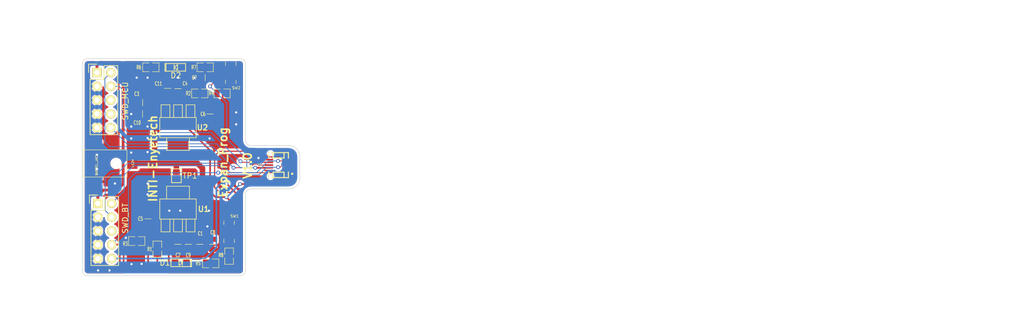
<source format=kicad_pcb>
(kicad_pcb (version 4) (host pcbnew 4.0.5+dfsg1-4)

  (general
    (links 69)
    (no_connects 0)
    (area 64.550001 17.9 253.100001 76.400001)
    (thickness 1.6)
    (drawings 33)
    (tracks 380)
    (zones 0)
    (modules 30)
    (nets 19)
  )

  (page A4)
  (title_block
    (title "Breakout and Prog")
    (rev 0.1)
    (company "INSTITUTO NACIONAL DE TECNOLOGÍA INDUSTRIAL & ENYE TECHNOLOGIES")
    (comment 1 "Revision: Alamon Diego, Brengi Diego, Scotti Noelia ")
    (comment 2 "BSD License. See LICENSE.txt")
    (comment 3 "Author:  Villar Santiago")
  )

  (layers
    (0 F.Cu signal)
    (31 B.Cu signal)
    (32 B.Adhes user)
    (33 F.Adhes user)
    (34 B.Paste user)
    (35 F.Paste user)
    (36 B.SilkS user)
    (37 F.SilkS user)
    (38 B.Mask user)
    (39 F.Mask user)
    (40 Dwgs.User user)
    (41 Cmts.User user)
    (42 Eco1.User user)
    (43 Eco2.User user)
    (44 Edge.Cuts user)
    (45 Margin user)
    (46 B.CrtYd user)
    (47 F.CrtYd user)
    (48 B.Fab user)
    (49 F.Fab user)
  )

  (setup
    (last_trace_width 0.1524)
    (user_trace_width 0.1524)
    (user_trace_width 0.2032)
    (user_trace_width 0.254)
    (user_trace_width 0.3048)
    (user_trace_width 0.4064)
    (user_trace_width 0.508)
    (user_trace_width 1.016)
    (trace_clearance 0.1524)
    (zone_clearance 0.4064)
    (zone_45_only no)
    (trace_min 0.1524)
    (segment_width 0.2)
    (edge_width 0.1)
    (via_size 0.7112)
    (via_drill 0.4064)
    (via_min_size 0.7112)
    (via_min_drill 0.4064)
    (user_via 0.7112 0.4064)
    (uvia_size 0.3)
    (uvia_drill 0.1)
    (uvias_allowed no)
    (uvia_min_size 0)
    (uvia_min_drill 0)
    (pcb_text_width 0.3)
    (pcb_text_size 1.5 1.5)
    (mod_edge_width 0.15)
    (mod_text_size 1 1)
    (mod_text_width 0.15)
    (pad_size 1.5 1.5)
    (pad_drill 0.6)
    (pad_to_mask_clearance 0)
    (aux_axis_origin 0 0)
    (grid_origin 79.9 68.2)
    (visible_elements FFFFFF7F)
    (pcbplotparams
      (layerselection 0x011e0_80000001)
      (usegerberextensions false)
      (excludeedgelayer true)
      (linewidth 0.100000)
      (plotframeref false)
      (viasonmask false)
      (mode 1)
      (useauxorigin false)
      (hpglpennumber 1)
      (hpglpenspeed 20)
      (hpglpendiameter 15)
      (hpglpenoverlay 2)
      (psnegative false)
      (psa4output false)
      (plotreference true)
      (plotvalue true)
      (plotinvisibletext false)
      (padsonsilk false)
      (subtractmaskfromsilk false)
      (outputformat 1)
      (mirror false)
      (drillshape 0)
      (scaleselection 1)
      (outputdirectory Gerber/))
  )

  (net 0 "")
  (net 1 +12V)
  (net 2 GND)
  (net 3 VPP)
  (net 4 +3V3)
  (net 5 "Net-(C5-Pad1)")
  (net 6 "Net-(C6-Pad1)")
  (net 7 /~RESET_b)
  (net 8 /SWD_DIO_BT)
  (net 9 /SWD_CLK_BT)
  (net 10 "Net-(CON3-Pad6)")
  (net 11 /RST_BT)
  (net 12 /SWD_DIO_MCU)
  (net 13 /SWD_CLK_MCU)
  (net 14 "Net-(CON4-Pad6)")
  (net 15 "Net-(CON4-Pad8)")
  (net 16 "Net-(D1-Pad1)")
  (net 17 "Net-(D2-Pad1)")
  (net 18 "Net-(J1-Pad10)")

  (net_class Default "This is the default net class."
    (clearance 0.1524)
    (trace_width 0.1524)
    (via_dia 0.7112)
    (via_drill 0.4064)
    (uvia_dia 0.3)
    (uvia_drill 0.1)
    (add_net +12V)
    (add_net +3V3)
    (add_net /RST_BT)
    (add_net /SWD_CLK_BT)
    (add_net /SWD_CLK_MCU)
    (add_net /SWD_DIO_BT)
    (add_net /SWD_DIO_MCU)
    (add_net /~RESET_b)
    (add_net GND)
    (add_net "Net-(C5-Pad1)")
    (add_net "Net-(C6-Pad1)")
    (add_net "Net-(CON3-Pad6)")
    (add_net "Net-(CON4-Pad6)")
    (add_net "Net-(CON4-Pad8)")
    (add_net "Net-(D1-Pad1)")
    (add_net "Net-(D2-Pad1)")
    (add_net "Net-(J1-Pad10)")
    (add_net VPP)
  )

  (module footprints:r_0805 (layer F.Cu) (tedit 56DDDD9B) (tstamp 58530A09)
    (at 86.658 77.298)
    (path /5851B5F7)
    (attr smd)
    (fp_text reference R6 (at -2.2 0) (layer F.SilkS)
      (effects (font (size 0.7112 0.4572) (thickness 0.1016)))
    )
    (fp_text value 4,7K (at 0 -1.3) (layer F.Fab) hide
      (effects (font (size 0.7112 0.4572) (thickness 0.1016)))
    )
    (fp_line (start 1.5 -0.8) (end 0.3 -0.8) (layer F.SilkS) (width 0.1016))
    (fp_line (start 1.5 0.8) (end 1.5 -0.8) (layer F.SilkS) (width 0.1016))
    (fp_line (start 0.3 0.8) (end 1.5 0.8) (layer F.SilkS) (width 0.1016))
    (fp_line (start -0.3 0.8) (end -1.5 0.8) (layer F.SilkS) (width 0.1016))
    (fp_line (start -1.5 -0.8) (end -1.5 0.8) (layer F.SilkS) (width 0.1016))
    (fp_line (start -0.3 -0.8) (end -1.5 -0.8) (layer F.SilkS) (width 0.1016))
    (pad 1 smd rect (at -0.925 0) (size 0.95 1.4) (layers F.Cu F.Paste F.Mask)
      (net 2 GND))
    (pad 2 smd rect (at 0.925 0) (size 0.95 1.4) (layers F.Cu F.Paste F.Mask)
      (net 17 "Net-(D2-Pad1)"))
    (model ${KIPRJMOD}/../modelos.3dshapes/r_0805.wrl
      (at (xyz 0 0 0))
      (scale (xyz 1.25 1.25 1))
      (rotate (xyz 0 0 0))
    )
  )

  (module footprints:r_0805 (layer F.Cu) (tedit 56DDDD9B) (tstamp 58530A0F)
    (at 96.658 77.298 180)
    (path /57E4768E)
    (attr smd)
    (fp_text reference R7 (at 2.1 0 180) (layer F.SilkS)
      (effects (font (size 0.7112 0.4572) (thickness 0.1016)))
    )
    (fp_text value 4,7K (at 0 -1.3 180) (layer F.Fab) hide
      (effects (font (size 0.7112 0.4572) (thickness 0.1016)))
    )
    (fp_line (start 1.5 -0.8) (end 0.3 -0.8) (layer F.SilkS) (width 0.1016))
    (fp_line (start 1.5 0.8) (end 1.5 -0.8) (layer F.SilkS) (width 0.1016))
    (fp_line (start 0.3 0.8) (end 1.5 0.8) (layer F.SilkS) (width 0.1016))
    (fp_line (start -0.3 0.8) (end -1.5 0.8) (layer F.SilkS) (width 0.1016))
    (fp_line (start -1.5 -0.8) (end -1.5 0.8) (layer F.SilkS) (width 0.1016))
    (fp_line (start -0.3 -0.8) (end -1.5 -0.8) (layer F.SilkS) (width 0.1016))
    (pad 1 smd rect (at -0.925 0 180) (size 0.95 1.4) (layers F.Cu F.Paste F.Mask)
      (net 7 /~RESET_b))
    (pad 2 smd rect (at 0.925 0 180) (size 0.95 1.4) (layers F.Cu F.Paste F.Mask)
      (net 4 +3V3))
    (model ${KIPRJMOD}/../modelos.3dshapes/r_0805.wrl
      (at (xyz 0 0 0))
      (scale (xyz 1.25 1.25 1))
      (rotate (xyz 0 0 0))
    )
  )

  (module footprints:B3U_1000PB (layer F.Cu) (tedit 59161BF2) (tstamp 58530A21)
    (at 101.358 78.298 90)
    (descr "Plastic QFP, Micrel QFN44-24LD-LP-1")
    (path /584F10EA)
    (attr smd)
    (fp_text reference SW2 (at -2.8 1 180) (layer F.SilkS)
      (effects (font (size 0.508 0.508) (thickness 0.07874)))
    )
    (fp_text value SIDE_SW (at 0 2.6416 90) (layer F.SilkS) hide
      (effects (font (size 0.39878 0.39878) (thickness 0.07874)))
    )
    (fp_line (start 2 -0.9652) (end 1.3335 -0.9652) (layer F.SilkS) (width 0.1))
    (fp_line (start 2 0.9652) (end 1.3335 0.9652) (layer F.SilkS) (width 0.1))
    (fp_line (start -2 0.9652) (end -1.3462 0.9652) (layer F.SilkS) (width 0.1))
    (fp_line (start -2 -0.9652) (end -1.3208 -0.9652) (layer F.SilkS) (width 0.1))
    (pad 1 smd rect (at -1.7 0 90) (size 0.8 1.7) (layers F.Cu F.Paste F.Mask)
      (net 2 GND) (solder_mask_margin 0.07112))
    (pad 2 smd rect (at 1.7 0 90) (size 0.8 1.7) (layers F.Cu F.Paste F.Mask)
      (net 7 /~RESET_b) (solder_mask_margin 0.07112))
    (model "${KIPRJMOD}/../modelos.3dshapes/B3U_1000P .wrl"
      (at (xyz 0 0 0))
      (scale (xyz 0.3937 0.3937 0.3937))
      (rotate (xyz -90 0 0))
    )
  )

  (module footprints:c_0805 (layer F.Cu) (tedit 56DDDAF8) (tstamp 58530998)
    (at 96.658 79.198 180)
    (path /57E50F6B)
    (attr smd)
    (fp_text reference C7 (at 2 0 180) (layer F.SilkS)
      (effects (font (size 0.7112 0.4572) (thickness 0.1016)))
    )
    (fp_text value 0.1uF (at 0 -1.2 180) (layer F.Fab) hide
      (effects (font (size 0.7112 0.4572) (thickness 0.1016)))
    )
    (fp_line (start 0 -0.6) (end 0 0.6) (layer F.SilkS) (width 0.1016))
    (pad 1 smd rect (at -0.925 0 180) (size 0.95 1.4) (layers F.Cu F.Paste F.Mask)
      (net 7 /~RESET_b))
    (pad 2 smd rect (at 0.925 0 180) (size 0.95 1.4) (layers F.Cu F.Paste F.Mask)
      (net 2 GND))
    (model ${KIPRJMOD}/../modelos.3dshapes/c_0805.wrl
      (at (xyz 0 0 0))
      (scale (xyz 1.25 1.25 1.25))
      (rotate (xyz 0 0 0))
    )
  )

  (module footprints:c_0805 (layer F.Cu) (tedit 56DDDAF8) (tstamp 58530986)
    (at 91.658 81.223 90)
    (path /585191A6)
    (attr smd)
    (fp_text reference C4 (at 0.925 1.3 180) (layer F.SilkS)
      (effects (font (size 0.7112 0.4572) (thickness 0.1016)))
    )
    (fp_text value 10uF (at 0 -1.2 90) (layer F.Fab) hide
      (effects (font (size 0.7112 0.4572) (thickness 0.1016)))
    )
    (fp_line (start 0 -0.6) (end 0 0.6) (layer F.SilkS) (width 0.1016))
    (pad 1 smd rect (at -0.925 0 90) (size 0.95 1.4) (layers F.Cu F.Paste F.Mask)
      (net 4 +3V3))
    (pad 2 smd rect (at 0.925 0 90) (size 0.95 1.4) (layers F.Cu F.Paste F.Mask)
      (net 2 GND))
    (model ${KIPRJMOD}/../modelos.3dshapes/c_0805.wrl
      (at (xyz 0 0 0))
      (scale (xyz 1.25 1.25 1.25))
      (rotate (xyz 0 0 0))
    )
  )

  (module footprints:c_0805 (layer F.Cu) (tedit 56DDDAF8) (tstamp 58530980)
    (at 85.158 83.798 180)
    (path /585190C8)
    (attr smd)
    (fp_text reference C3 (at 1.1 1.6 180) (layer F.SilkS)
      (effects (font (size 0.7112 0.4572) (thickness 0.1016)))
    )
    (fp_text value 10uF (at 0 -1.2 180) (layer F.Fab) hide
      (effects (font (size 0.7112 0.4572) (thickness 0.1016)))
    )
    (fp_line (start 0 -0.6) (end 0 0.6) (layer F.SilkS) (width 0.1016))
    (pad 1 smd rect (at -0.925 0 180) (size 0.95 1.4) (layers F.Cu F.Paste F.Mask)
      (net 1 +12V))
    (pad 2 smd rect (at 0.925 0 180) (size 0.95 1.4) (layers F.Cu F.Paste F.Mask)
      (net 2 GND))
    (model ${KIPRJMOD}/../modelos.3dshapes/c_0805.wrl
      (at (xyz 0 0 0))
      (scale (xyz 1.25 1.25 1.25))
      (rotate (xyz 0 0 0))
    )
  )

  (module footprints:c_0805 (layer F.Cu) (tedit 56DDDAF8) (tstamp 58530992)
    (at 97.558 85.898 270)
    (path /58519153)
    (attr smd)
    (fp_text reference C6 (at 0 1.3 360) (layer F.SilkS)
      (effects (font (size 0.7112 0.4572) (thickness 0.1016)))
    )
    (fp_text value 10uF (at 0 -1.2 270) (layer F.Fab) hide
      (effects (font (size 0.7112 0.4572) (thickness 0.1016)))
    )
    (fp_line (start 0 -0.6) (end 0 0.6) (layer F.SilkS) (width 0.1016))
    (pad 1 smd rect (at -0.925 0 270) (size 0.95 1.4) (layers F.Cu F.Paste F.Mask)
      (net 6 "Net-(C6-Pad1)"))
    (pad 2 smd rect (at 0.925 0 270) (size 0.95 1.4) (layers F.Cu F.Paste F.Mask)
      (net 2 GND))
    (model ${KIPRJMOD}/../modelos.3dshapes/c_0805.wrl
      (at (xyz 0 0 0))
      (scale (xyz 1.25 1.25 1.25))
      (rotate (xyz 0 0 0))
    )
  )

  (module footprints:c_0805 (layer F.Cu) (tedit 56DDDAF8) (tstamp 5853098C)
    (at 86.158 105.198 90)
    (path /58518D71)
    (attr smd)
    (fp_text reference C5 (at 0 -1.4 180) (layer F.SilkS)
      (effects (font (size 0.7112 0.4572) (thickness 0.1016)))
    )
    (fp_text value 10uF (at 0 -1.2 90) (layer F.Fab) hide
      (effects (font (size 0.7112 0.4572) (thickness 0.1016)))
    )
    (fp_line (start 0 -0.6) (end 0 0.6) (layer F.SilkS) (width 0.1016))
    (pad 1 smd rect (at -0.925 0 90) (size 0.95 1.4) (layers F.Cu F.Paste F.Mask)
      (net 5 "Net-(C5-Pad1)"))
    (pad 2 smd rect (at 0.925 0 90) (size 0.95 1.4) (layers F.Cu F.Paste F.Mask)
      (net 2 GND))
    (model ${KIPRJMOD}/../modelos.3dshapes/c_0805.wrl
      (at (xyz 0 0 0))
      (scale (xyz 1.25 1.25 1.25))
      (rotate (xyz 0 0 0))
    )
  )

  (module footprints:r_0805 (layer F.Cu) (tedit 56DDDD9B) (tstamp 585309EB)
    (at 87.858 110.798 270)
    (path /585086DC)
    (attr smd)
    (fp_text reference R1 (at 0 1.4 360) (layer F.SilkS)
      (effects (font (size 0.7112 0.4572) (thickness 0.1016)))
    )
    (fp_text value 270 (at 0 -1.3 270) (layer F.Fab) hide
      (effects (font (size 0.7112 0.4572) (thickness 0.1016)))
    )
    (fp_line (start 1.5 -0.8) (end 0.3 -0.8) (layer F.SilkS) (width 0.1016))
    (fp_line (start 1.5 0.8) (end 1.5 -0.8) (layer F.SilkS) (width 0.1016))
    (fp_line (start 0.3 0.8) (end 1.5 0.8) (layer F.SilkS) (width 0.1016))
    (fp_line (start -0.3 0.8) (end -1.5 0.8) (layer F.SilkS) (width 0.1016))
    (fp_line (start -1.5 -0.8) (end -1.5 0.8) (layer F.SilkS) (width 0.1016))
    (fp_line (start -0.3 -0.8) (end -1.5 -0.8) (layer F.SilkS) (width 0.1016))
    (pad 1 smd rect (at -0.925 0 270) (size 0.95 1.4) (layers F.Cu F.Paste F.Mask)
      (net 3 VPP))
    (pad 2 smd rect (at 0.925 0 270) (size 0.95 1.4) (layers F.Cu F.Paste F.Mask)
      (net 5 "Net-(C5-Pad1)"))
    (model ${KIPRJMOD}/../modelos.3dshapes/r_0805.wrl
      (at (xyz 0 0 0))
      (scale (xyz 1.25 1.25 1))
      (rotate (xyz 0 0 0))
    )
  )

  (module footprints:c_0805 (layer F.Cu) (tedit 56DDDAF8) (tstamp 5853097A)
    (at 91.658 109.898 270)
    (path /58518DC2)
    (attr smd)
    (fp_text reference C2 (at 2 0 360) (layer F.SilkS)
      (effects (font (size 0.7112 0.4572) (thickness 0.1016)))
    )
    (fp_text value 10uF (at 0 -1.2 270) (layer F.Fab) hide
      (effects (font (size 0.7112 0.4572) (thickness 0.1016)))
    )
    (fp_line (start 0 -0.6) (end 0 0.6) (layer F.SilkS) (width 0.1016))
    (pad 1 smd rect (at -0.925 0 270) (size 0.95 1.4) (layers F.Cu F.Paste F.Mask)
      (net 3 VPP))
    (pad 2 smd rect (at 0.925 0 270) (size 0.95 1.4) (layers F.Cu F.Paste F.Mask)
      (net 2 GND))
    (model ${KIPRJMOD}/../modelos.3dshapes/c_0805.wrl
      (at (xyz 0 0 0))
      (scale (xyz 1.25 1.25 1.25))
      (rotate (xyz 0 0 0))
    )
  )

  (module footprints:c_0805 (layer F.Cu) (tedit 56DDDAF8) (tstamp 58530974)
    (at 95.658 109.898 270)
    (path /58518CE4)
    (attr smd)
    (fp_text reference C1 (at -2 -0.1 360) (layer F.SilkS)
      (effects (font (size 0.7112 0.4572) (thickness 0.1016)))
    )
    (fp_text value 10uF (at 0 -1.2 270) (layer F.Fab) hide
      (effects (font (size 0.7112 0.4572) (thickness 0.1016)))
    )
    (fp_line (start 0 -0.6) (end 0 0.6) (layer F.SilkS) (width 0.1016))
    (pad 1 smd rect (at -0.925 0 270) (size 0.95 1.4) (layers F.Cu F.Paste F.Mask)
      (net 1 +12V))
    (pad 2 smd rect (at 0.925 0 270) (size 0.95 1.4) (layers F.Cu F.Paste F.Mask)
      (net 2 GND))
    (model ${KIPRJMOD}/../modelos.3dshapes/c_0805.wrl
      (at (xyz 0 0 0))
      (scale (xyz 1.25 1.25 1.25))
      (rotate (xyz 0 0 0))
    )
  )

  (module footprints:B3U_1000PB (layer F.Cu) (tedit 59161BE9) (tstamp 58530A1B)
    (at 101.058 107.598 90)
    (descr "Plastic QFP, Micrel QFN44-24LD-LP-1")
    (path /584F10AF)
    (attr smd)
    (fp_text reference SW1 (at 2.9 1 180) (layer F.SilkS)
      (effects (font (size 0.508 0.508) (thickness 0.07874)))
    )
    (fp_text value SIDE_SW (at 0 2.6416 90) (layer F.SilkS) hide
      (effects (font (size 0.39878 0.39878) (thickness 0.07874)))
    )
    (fp_line (start 2 -0.9652) (end 1.3335 -0.9652) (layer F.SilkS) (width 0.1))
    (fp_line (start 2 0.9652) (end 1.3335 0.9652) (layer F.SilkS) (width 0.1))
    (fp_line (start -2 0.9652) (end -1.3462 0.9652) (layer F.SilkS) (width 0.1))
    (fp_line (start -2 -0.9652) (end -1.3208 -0.9652) (layer F.SilkS) (width 0.1))
    (pad 1 smd rect (at -1.7 0 90) (size 0.8 1.7) (layers F.Cu F.Paste F.Mask)
      (net 11 /RST_BT) (solder_mask_margin 0.07112))
    (pad 2 smd rect (at 1.7 0 90) (size 0.8 1.7) (layers F.Cu F.Paste F.Mask)
      (net 4 +3V3) (solder_mask_margin 0.07112))
    (model "${KIPRJMOD}/../modelos.3dshapes/B3U_1000P .wrl"
      (at (xyz 0 0 0))
      (scale (xyz 0.3937 0.3937 0.3937))
      (rotate (xyz -90 0 0))
    )
  )

  (module footprints:r_0805 (layer F.Cu) (tedit 56DDDD9B) (tstamp 58530A03)
    (at 97.658 113.398 180)
    (path /5851BC92)
    (attr smd)
    (fp_text reference R5 (at 2.3 0 180) (layer F.SilkS)
      (effects (font (size 0.7112 0.4572) (thickness 0.1016)))
    )
    (fp_text value 10K (at 0 -1.3 180) (layer F.Fab) hide
      (effects (font (size 0.7112 0.4572) (thickness 0.1016)))
    )
    (fp_line (start 1.5 -0.8) (end 0.3 -0.8) (layer F.SilkS) (width 0.1016))
    (fp_line (start 1.5 0.8) (end 1.5 -0.8) (layer F.SilkS) (width 0.1016))
    (fp_line (start 0.3 0.8) (end 1.5 0.8) (layer F.SilkS) (width 0.1016))
    (fp_line (start -0.3 0.8) (end -1.5 0.8) (layer F.SilkS) (width 0.1016))
    (fp_line (start -1.5 -0.8) (end -1.5 0.8) (layer F.SilkS) (width 0.1016))
    (fp_line (start -0.3 -0.8) (end -1.5 -0.8) (layer F.SilkS) (width 0.1016))
    (pad 1 smd rect (at -0.925 0 180) (size 0.95 1.4) (layers F.Cu F.Paste F.Mask)
      (net 2 GND))
    (pad 2 smd rect (at 0.925 0 180) (size 0.95 1.4) (layers F.Cu F.Paste F.Mask)
      (net 16 "Net-(D1-Pad1)"))
    (model ${KIPRJMOD}/../modelos.3dshapes/r_0805.wrl
      (at (xyz 0 0 0))
      (scale (xyz 1.25 1.25 1))
      (rotate (xyz 0 0 0))
    )
  )

  (module footprints:r_0805 (layer F.Cu) (tedit 56DDDD9B) (tstamp 585309F7)
    (at 84.058 109.298 180)
    (path /585086E2)
    (attr smd)
    (fp_text reference R3 (at 2.1 -0.5 180) (layer F.SilkS)
      (effects (font (size 0.7112 0.4572) (thickness 0.1016)))
    )
    (fp_text value 1,2k (at 0 -1.3 180) (layer F.Fab) hide
      (effects (font (size 0.7112 0.4572) (thickness 0.1016)))
    )
    (fp_line (start 1.5 -0.8) (end 0.3 -0.8) (layer F.SilkS) (width 0.1016))
    (fp_line (start 1.5 0.8) (end 1.5 -0.8) (layer F.SilkS) (width 0.1016))
    (fp_line (start 0.3 0.8) (end 1.5 0.8) (layer F.SilkS) (width 0.1016))
    (fp_line (start -0.3 0.8) (end -1.5 0.8) (layer F.SilkS) (width 0.1016))
    (fp_line (start -1.5 -0.8) (end -1.5 0.8) (layer F.SilkS) (width 0.1016))
    (fp_line (start -0.3 -0.8) (end -1.5 -0.8) (layer F.SilkS) (width 0.1016))
    (pad 1 smd rect (at -0.925 0 180) (size 0.95 1.4) (layers F.Cu F.Paste F.Mask)
      (net 5 "Net-(C5-Pad1)"))
    (pad 2 smd rect (at 0.925 0 180) (size 0.95 1.4) (layers F.Cu F.Paste F.Mask)
      (net 2 GND))
    (model ${KIPRJMOD}/../modelos.3dshapes/r_0805.wrl
      (at (xyz 0 0 0))
      (scale (xyz 1.25 1.25 1))
      (rotate (xyz 0 0 0))
    )
  )

  (module footprints:r_0805 (layer F.Cu) (tedit 56DDDD9B) (tstamp 585309F1)
    (at 95.658 82.098)
    (path /58506F1B)
    (attr smd)
    (fp_text reference R2 (at -2.1 0) (layer F.SilkS)
      (effects (font (size 0.7112 0.4572) (thickness 0.1016)))
    )
    (fp_text value 470 (at 0 -1.3) (layer F.Fab) hide
      (effects (font (size 0.7112 0.4572) (thickness 0.1016)))
    )
    (fp_line (start 1.5 -0.8) (end 0.3 -0.8) (layer F.SilkS) (width 0.1016))
    (fp_line (start 1.5 0.8) (end 1.5 -0.8) (layer F.SilkS) (width 0.1016))
    (fp_line (start 0.3 0.8) (end 1.5 0.8) (layer F.SilkS) (width 0.1016))
    (fp_line (start -0.3 0.8) (end -1.5 0.8) (layer F.SilkS) (width 0.1016))
    (fp_line (start -1.5 -0.8) (end -1.5 0.8) (layer F.SilkS) (width 0.1016))
    (fp_line (start -0.3 -0.8) (end -1.5 -0.8) (layer F.SilkS) (width 0.1016))
    (pad 1 smd rect (at -0.925 0) (size 0.95 1.4) (layers F.Cu F.Paste F.Mask)
      (net 4 +3V3))
    (pad 2 smd rect (at 0.925 0) (size 0.95 1.4) (layers F.Cu F.Paste F.Mask)
      (net 6 "Net-(C6-Pad1)"))
    (model ${KIPRJMOD}/../modelos.3dshapes/r_0805.wrl
      (at (xyz 0 0 0))
      (scale (xyz 1.25 1.25 1))
      (rotate (xyz 0 0 0))
    )
  )

  (module footprints:r_0805 (layer F.Cu) (tedit 56DDDD9B) (tstamp 585309FD)
    (at 99.758 82.098)
    (path /58506FB0)
    (attr smd)
    (fp_text reference R4 (at -2 0) (layer F.SilkS)
      (effects (font (size 0.7112 0.4572) (thickness 0.1016)))
    )
    (fp_text value 280 (at 0 -1.3) (layer F.Fab) hide
      (effects (font (size 0.7112 0.4572) (thickness 0.1016)))
    )
    (fp_line (start 1.5 -0.8) (end 0.3 -0.8) (layer F.SilkS) (width 0.1016))
    (fp_line (start 1.5 0.8) (end 1.5 -0.8) (layer F.SilkS) (width 0.1016))
    (fp_line (start 0.3 0.8) (end 1.5 0.8) (layer F.SilkS) (width 0.1016))
    (fp_line (start -0.3 0.8) (end -1.5 0.8) (layer F.SilkS) (width 0.1016))
    (fp_line (start -1.5 -0.8) (end -1.5 0.8) (layer F.SilkS) (width 0.1016))
    (fp_line (start -0.3 -0.8) (end -1.5 -0.8) (layer F.SilkS) (width 0.1016))
    (pad 1 smd rect (at -0.925 0) (size 0.95 1.4) (layers F.Cu F.Paste F.Mask)
      (net 6 "Net-(C6-Pad1)"))
    (pad 2 smd rect (at 0.925 0) (size 0.95 1.4) (layers F.Cu F.Paste F.Mask)
      (net 2 GND))
    (model ${KIPRJMOD}/../modelos.3dshapes/r_0805.wrl
      (at (xyz 0 0 0))
      (scale (xyz 1.25 1.25 1))
      (rotate (xyz 0 0 0))
    )
  )

  (module footprints:r_0805 (layer F.Cu) (tedit 56DDDD9B) (tstamp 58530A15)
    (at 101.058 112.073 90)
    (path /580F517C)
    (attr smd)
    (fp_text reference R8 (at 0.175 -1.5 180) (layer F.SilkS)
      (effects (font (size 0.7112 0.4572) (thickness 0.1016)))
    )
    (fp_text value 4K7 (at 0 -1.3 90) (layer F.Fab) hide
      (effects (font (size 0.7112 0.4572) (thickness 0.1016)))
    )
    (fp_line (start 1.5 -0.8) (end 0.3 -0.8) (layer F.SilkS) (width 0.1016))
    (fp_line (start 1.5 0.8) (end 1.5 -0.8) (layer F.SilkS) (width 0.1016))
    (fp_line (start 0.3 0.8) (end 1.5 0.8) (layer F.SilkS) (width 0.1016))
    (fp_line (start -0.3 0.8) (end -1.5 0.8) (layer F.SilkS) (width 0.1016))
    (fp_line (start -1.5 -0.8) (end -1.5 0.8) (layer F.SilkS) (width 0.1016))
    (fp_line (start -0.3 -0.8) (end -1.5 -0.8) (layer F.SilkS) (width 0.1016))
    (pad 1 smd rect (at -0.925 0 90) (size 0.95 1.4) (layers F.Cu F.Paste F.Mask)
      (net 2 GND))
    (pad 2 smd rect (at 0.925 0 90) (size 0.95 1.4) (layers F.Cu F.Paste F.Mask)
      (net 11 /RST_BT))
    (model ${KIPRJMOD}/../modelos.3dshapes/r_0805.wrl
      (at (xyz 0 0 0))
      (scale (xyz 1.25 1.25 1))
      (rotate (xyz 0 0 0))
    )
  )

  (module footprints:c_0805 (layer F.Cu) (tedit 5873FAAE) (tstamp 591A0165)
    (at 98.058 109.898 270)
    (path /5919F6C5)
    (attr smd)
    (fp_text reference C8 (at -2.2 0 360) (layer F.SilkS)
      (effects (font (size 0.7112 0.4572) (thickness 0.1016)))
    )
    (fp_text value 0.1uF (at 0 1.5 270) (layer F.Fab) hide
      (effects (font (size 0.7112 0.4572) (thickness 0.1016)))
    )
    (fp_line (start 0 -0.6) (end 0 0.6) (layer F.SilkS) (width 0.1016))
    (pad 1 smd rect (at -0.925 0 270) (size 0.95 1.4) (layers F.Cu F.Paste F.Mask)
      (net 1 +12V) (solder_mask_margin 0.07))
    (pad 2 smd rect (at 0.925 0 270) (size 0.95 1.4) (layers F.Cu F.Paste F.Mask)
      (net 2 GND) (solder_mask_margin 0.07))
    (model ${KIPRJMOD}/../modelos.3dshapes/c_0805.wrl
      (at (xyz 0 0 0))
      (scale (xyz 1.25 1.25 1.25))
      (rotate (xyz 0 0 0))
    )
  )

  (module footprints:c_0805 (layer F.Cu) (tedit 5873FAAE) (tstamp 591A016B)
    (at 93.558 109.898 270)
    (path /5919F4B5)
    (attr smd)
    (fp_text reference C9 (at 2 0 540) (layer F.SilkS)
      (effects (font (size 0.7112 0.4572) (thickness 0.1016)))
    )
    (fp_text value 0.1uF (at 0 1.5 270) (layer F.Fab) hide
      (effects (font (size 0.7112 0.4572) (thickness 0.1016)))
    )
    (fp_line (start 0 -0.6) (end 0 0.6) (layer F.SilkS) (width 0.1016))
    (pad 1 smd rect (at -0.925 0 270) (size 0.95 1.4) (layers F.Cu F.Paste F.Mask)
      (net 3 VPP) (solder_mask_margin 0.07))
    (pad 2 smd rect (at 0.925 0 270) (size 0.95 1.4) (layers F.Cu F.Paste F.Mask)
      (net 2 GND) (solder_mask_margin 0.07))
    (model ${KIPRJMOD}/../modelos.3dshapes/c_0805.wrl
      (at (xyz 0 0 0))
      (scale (xyz 1.25 1.25 1.25))
      (rotate (xyz 0 0 0))
    )
  )

  (module footprints:c_0805 (layer F.Cu) (tedit 5873FAAE) (tstamp 591A0171)
    (at 85.133 85.898 180)
    (path /5919F4F6)
    (attr smd)
    (fp_text reference C10 (at 0.975 -1.6 180) (layer F.SilkS)
      (effects (font (size 0.7112 0.4572) (thickness 0.1016)))
    )
    (fp_text value 0.1uF (at 0 1.5 180) (layer F.Fab) hide
      (effects (font (size 0.7112 0.4572) (thickness 0.1016)))
    )
    (fp_line (start 0 -0.6) (end 0 0.6) (layer F.SilkS) (width 0.1016))
    (pad 1 smd rect (at -0.925 0 180) (size 0.95 1.4) (layers F.Cu F.Paste F.Mask)
      (net 1 +12V) (solder_mask_margin 0.07))
    (pad 2 smd rect (at 0.925 0 180) (size 0.95 1.4) (layers F.Cu F.Paste F.Mask)
      (net 2 GND) (solder_mask_margin 0.07))
    (model ${KIPRJMOD}/../modelos.3dshapes/c_0805.wrl
      (at (xyz 0 0 0))
      (scale (xyz 1.25 1.25 1.25))
      (rotate (xyz 0 0 0))
    )
  )

  (module footprints:c_0805 (layer F.Cu) (tedit 5873FAAE) (tstamp 591A0177)
    (at 89.758 81.173 90)
    (path /5919F6D1)
    (attr smd)
    (fp_text reference C11 (at 0.875 -1.7 180) (layer F.SilkS)
      (effects (font (size 0.7112 0.4572) (thickness 0.1016)))
    )
    (fp_text value 0.1uF (at 0 1.5 90) (layer F.Fab) hide
      (effects (font (size 0.7112 0.4572) (thickness 0.1016)))
    )
    (fp_line (start 0 -0.6) (end 0 0.6) (layer F.SilkS) (width 0.1016))
    (pad 1 smd rect (at -0.925 0 90) (size 0.95 1.4) (layers F.Cu F.Paste F.Mask)
      (net 4 +3V3) (solder_mask_margin 0.07))
    (pad 2 smd rect (at 0.925 0 90) (size 0.95 1.4) (layers F.Cu F.Paste F.Mask)
      (net 2 GND) (solder_mask_margin 0.07))
    (model ${KIPRJMOD}/../modelos.3dshapes/c_0805.wrl
      (at (xyz 0 0 0))
      (scale (xyz 1.25 1.25 1.25))
      (rotate (xyz 0 0 0))
    )
  )

  (module footprints:Pj-38-smt (layer F.Cu) (tedit 59247D62) (tstamp 591A017F)
    (at 76.758 94.998)
    (descr "Plastic QFP, Micrel QFN44-24LD-LP-1")
    (path /5851D777)
    (fp_text reference +12V (at 6.6 0.0381 90) (layer F.SilkS)
      (effects (font (size 0.39878 0.39878) (thickness 0.07874)))
    )
    (fp_text value BARREL_JACK (at -0.0635 0.2286 270) (layer F.SilkS)
      (effects (font (size 0.39878 0.39878) (thickness 0.07874)))
    )
    (fp_line (start 5.5 -2.5) (end 5.5 2.5) (layer F.SilkS) (width 0.1))
    (fp_line (start -2.5 -2.5) (end -2.5 2.5) (layer F.SilkS) (width 0.1))
    (fp_line (start -2.5 2.5) (end 5.5 2.5) (layer F.SilkS) (width 0.1))
    (fp_line (start -2.5 -2.5) (end 5.5 -2.5) (layer F.SilkS) (width 0.1))
    (pad 1 smd rect (at 6.5 0) (size 1.9 2) (layers F.Cu F.Paste F.Mask)
      (net 1 +12V) (solder_mask_margin 0.07112))
    (pad 2 smd rect (at 0 -3.35) (size 2 1.7) (layers F.Cu F.Paste F.Mask)
      (net 2 GND) (solder_mask_margin 0.07112))
    (pad 3 smd rect (at 0 3.35) (size 2 1.7) (layers F.Cu F.Paste F.Mask)
      (net 2 GND) (solder_mask_margin 0.07112))
    (pad "" np_thru_hole circle (at 3.5 0) (size 1.3 1.3) (drill 1.3) (layers *.Cu *.Mask F.SilkS))
    (model ${KIPRJMOD}/../modelos.3dshapes/PJ-038-SMT.wrl
      (at (xyz -0.08500000000000001 0 0))
      (scale (xyz 0.3739 0.3739 0.3739))
      (rotate (xyz -90 0 90))
    )
  )

  (module footprints:GS2 (layer F.Cu) (tedit 591A0962) (tstamp 591A0185)
    (at 91.358 97.263)
    (descr "Pontet Goute de soudure")
    (path /58503A3C)
    (attr virtual)
    (fp_text reference TP1 (at 2.5 0) (layer F.SilkS)
      (effects (font (size 1 1) (thickness 0.15)))
    )
    (fp_text value TP1 (at 2.2 0.035 90) (layer F.Fab)
      (effects (font (size 1 1) (thickness 0.15)))
    )
    (fp_line (start -0.889 -1.27) (end -0.889 1.27) (layer F.SilkS) (width 0.15))
    (fp_line (start 0.889 1.27) (end 0.889 -1.27) (layer F.SilkS) (width 0.15))
    (fp_line (start 0.889 1.27) (end -0.889 1.27) (layer F.SilkS) (width 0.15))
    (fp_line (start -0.889 -1.27) (end 0.889 -1.27) (layer F.SilkS) (width 0.15))
    (pad 1 smd rect (at 0 -0.63) (size 1.27 0.96) (layers F.Cu F.Paste F.Mask)
      (net 1 +12V))
    (pad 2 smd rect (at 0 0.635) (size 1.27 0.9652) (layers F.Cu F.Paste F.Mask)
      (net 2 GND))
  )

  (module Pin_Headers:Pin_Header_Straight_2x05 (layer F.Cu) (tedit 591A0893) (tstamp 591A0193)
    (at 76.918 102.358)
    (descr "Through hole pin header")
    (tags "pin header")
    (path /58503B4D)
    (fp_text reference SWD_BT (at 5.04 2.74 90) (layer F.SilkS)
      (effects (font (size 1 1) (thickness 0.15)))
    )
    (fp_text value SWD_BT (at 0 -3.1) (layer F.Fab)
      (effects (font (size 1 1) (thickness 0.15)))
    )
    (fp_line (start -1.75 -1.75) (end -1.75 11.95) (layer F.CrtYd) (width 0.05))
    (fp_line (start 4.3 -1.75) (end 4.3 11.95) (layer F.CrtYd) (width 0.05))
    (fp_line (start -1.75 -1.75) (end 4.3 -1.75) (layer F.CrtYd) (width 0.05))
    (fp_line (start -1.75 11.95) (end 4.3 11.95) (layer F.CrtYd) (width 0.05))
    (fp_line (start 3.81 -1.27) (end 3.81 11.43) (layer F.SilkS) (width 0.15))
    (fp_line (start 3.81 11.43) (end -1.27 11.43) (layer F.SilkS) (width 0.15))
    (fp_line (start -1.27 11.43) (end -1.27 1.27) (layer F.SilkS) (width 0.15))
    (fp_line (start 3.81 -1.27) (end 1.27 -1.27) (layer F.SilkS) (width 0.15))
    (fp_line (start 0 -1.55) (end -1.55 -1.55) (layer F.SilkS) (width 0.15))
    (fp_line (start 1.27 -1.27) (end 1.27 1.27) (layer F.SilkS) (width 0.15))
    (fp_line (start 1.27 1.27) (end -1.27 1.27) (layer F.SilkS) (width 0.15))
    (fp_line (start -1.55 -1.55) (end -1.55 0) (layer F.SilkS) (width 0.15))
    (pad 1 thru_hole rect (at 0 0) (size 1.7272 1.7272) (drill 1.016) (layers *.Cu *.Mask F.SilkS)
      (net 4 +3V3))
    (pad 2 thru_hole oval (at 2.54 0) (size 1.7272 1.7272) (drill 1.016) (layers *.Cu *.Mask F.SilkS)
      (net 8 /SWD_DIO_BT))
    (pad 3 thru_hole oval (at 0 2.54) (size 1.7272 1.7272) (drill 1.016) (layers *.Cu *.Mask F.SilkS)
      (net 2 GND))
    (pad 4 thru_hole oval (at 2.54 2.54) (size 1.7272 1.7272) (drill 1.016) (layers *.Cu *.Mask F.SilkS)
      (net 9 /SWD_CLK_BT))
    (pad 5 thru_hole oval (at 0 5.08) (size 1.7272 1.7272) (drill 1.016) (layers *.Cu *.Mask F.SilkS)
      (net 2 GND))
    (pad 6 thru_hole oval (at 2.54 5.08) (size 1.7272 1.7272) (drill 1.016) (layers *.Cu *.Mask F.SilkS)
      (net 10 "Net-(CON3-Pad6)"))
    (pad 7 thru_hole oval (at 0 7.62) (size 1.7272 1.7272) (drill 1.016) (layers *.Cu *.Mask F.SilkS)
      (net 2 GND))
    (pad 8 thru_hole oval (at 2.54 7.62) (size 1.7272 1.7272) (drill 1.016) (layers *.Cu *.Mask F.SilkS)
      (net 3 VPP))
    (pad 9 thru_hole oval (at 0 10.16) (size 1.7272 1.7272) (drill 1.016) (layers *.Cu *.Mask F.SilkS)
      (net 2 GND))
    (pad 10 thru_hole oval (at 2.54 10.16) (size 1.7272 1.7272) (drill 1.016) (layers *.Cu *.Mask F.SilkS)
      (net 11 /RST_BT))
    (model Pin_Headers.3dshapes/Pin_Header_Straight_2x05.wrl
      (at (xyz 0.05 -0.2 0))
      (scale (xyz 1 1 1))
      (rotate (xyz 0 0 90))
    )
  )

  (module Pin_Headers:Pin_Header_Straight_2x05 (layer F.Cu) (tedit 591A086D) (tstamp 591A01A1)
    (at 76.758 78.258)
    (descr "Through hole pin header")
    (tags "pin header")
    (path /58503BF6)
    (fp_text reference SWD_MCU (at 5.2 5.24 90) (layer F.SilkS)
      (effects (font (size 1 1) (thickness 0.15)))
    )
    (fp_text value SWD_MCU (at 0 -3.1) (layer F.Fab)
      (effects (font (size 1 1) (thickness 0.15)))
    )
    (fp_line (start -1.75 -1.75) (end -1.75 11.95) (layer F.CrtYd) (width 0.05))
    (fp_line (start 4.3 -1.75) (end 4.3 11.95) (layer F.CrtYd) (width 0.05))
    (fp_line (start -1.75 -1.75) (end 4.3 -1.75) (layer F.CrtYd) (width 0.05))
    (fp_line (start -1.75 11.95) (end 4.3 11.95) (layer F.CrtYd) (width 0.05))
    (fp_line (start 3.81 -1.27) (end 3.81 11.43) (layer F.SilkS) (width 0.15))
    (fp_line (start 3.81 11.43) (end -1.27 11.43) (layer F.SilkS) (width 0.15))
    (fp_line (start -1.27 11.43) (end -1.27 1.27) (layer F.SilkS) (width 0.15))
    (fp_line (start 3.81 -1.27) (end 1.27 -1.27) (layer F.SilkS) (width 0.15))
    (fp_line (start 0 -1.55) (end -1.55 -1.55) (layer F.SilkS) (width 0.15))
    (fp_line (start 1.27 -1.27) (end 1.27 1.27) (layer F.SilkS) (width 0.15))
    (fp_line (start 1.27 1.27) (end -1.27 1.27) (layer F.SilkS) (width 0.15))
    (fp_line (start -1.55 -1.55) (end -1.55 0) (layer F.SilkS) (width 0.15))
    (pad 1 thru_hole rect (at 0 0) (size 1.7272 1.7272) (drill 1.016) (layers *.Cu *.Mask F.SilkS)
      (net 4 +3V3))
    (pad 2 thru_hole oval (at 2.54 0) (size 1.7272 1.7272) (drill 1.016) (layers *.Cu *.Mask F.SilkS)
      (net 12 /SWD_DIO_MCU))
    (pad 3 thru_hole oval (at 0 2.54) (size 1.7272 1.7272) (drill 1.016) (layers *.Cu *.Mask F.SilkS)
      (net 2 GND))
    (pad 4 thru_hole oval (at 2.54 2.54) (size 1.7272 1.7272) (drill 1.016) (layers *.Cu *.Mask F.SilkS)
      (net 13 /SWD_CLK_MCU))
    (pad 5 thru_hole oval (at 0 5.08) (size 1.7272 1.7272) (drill 1.016) (layers *.Cu *.Mask F.SilkS)
      (net 2 GND))
    (pad 6 thru_hole oval (at 2.54 5.08) (size 1.7272 1.7272) (drill 1.016) (layers *.Cu *.Mask F.SilkS)
      (net 14 "Net-(CON4-Pad6)"))
    (pad 7 thru_hole oval (at 0 7.62) (size 1.7272 1.7272) (drill 1.016) (layers *.Cu *.Mask F.SilkS)
      (net 2 GND))
    (pad 8 thru_hole oval (at 2.54 7.62) (size 1.7272 1.7272) (drill 1.016) (layers *.Cu *.Mask F.SilkS)
      (net 15 "Net-(CON4-Pad8)"))
    (pad 9 thru_hole oval (at 0 10.16) (size 1.7272 1.7272) (drill 1.016) (layers *.Cu *.Mask F.SilkS)
      (net 2 GND))
    (pad 10 thru_hole oval (at 2.54 10.16) (size 1.7272 1.7272) (drill 1.016) (layers *.Cu *.Mask F.SilkS)
      (net 7 /~RESET_b))
    (model Pin_Headers.3dshapes/Pin_Header_Straight_2x05.wrl
      (at (xyz 0.05 -0.2 0))
      (scale (xyz 1 1 1))
      (rotate (xyz 0 0 90))
    )
  )

  (module footprints:sot223 (layer F.Cu) (tedit 5919FD6C) (tstamp 58530A29)
    (at 91.658 103.398)
    (descr SOT223)
    (path /58509BF7)
    (attr smd)
    (fp_text reference U1 (at 4.7 0) (layer F.SilkS)
      (effects (font (size 1.00076 1.00076) (thickness 0.20066)))
    )
    (fp_text value LM1117 (at 0 1.0414) (layer F.SilkS) hide
      (effects (font (size 1.00076 1.00076) (thickness 0.20066)))
    )
    (fp_line (start -2.1 -4.2) (end 2.1 -4.2) (layer F.SilkS) (width 0.127))
    (fp_line (start 2.1 -4.2) (end 2.1 -1.9) (layer F.SilkS) (width 0.127))
    (fp_line (start -2.1 -4.2) (end -2.1 -1.9093) (layer F.SilkS) (width 0.127))
    (fp_line (start 1.5 4.2) (end 3.1 4.2) (layer F.SilkS) (width 0.127))
    (fp_line (start 3.1 4.2) (end 3.1 1.9093) (layer F.SilkS) (width 0.127))
    (fp_line (start 1.5 4.2) (end 1.5 1.9) (layer F.SilkS) (width 0.127))
    (fp_line (start -0.8 4.2) (end -0.8 1.8542) (layer F.SilkS) (width 0.127))
    (fp_line (start 0.8 4.2) (end 0.8 1.9) (layer F.SilkS) (width 0.127))
    (fp_line (start -0.8 4.2) (end 0.8 4.2) (layer F.SilkS) (width 0.127))
    (fp_line (start -3.1 4.2) (end -1.5 4.2) (layer F.SilkS) (width 0.127))
    (fp_line (start -1.5 4.2) (end -1.5 1.9093) (layer F.SilkS) (width 0.127))
    (fp_line (start -3.1 4.2) (end -3.1 1.9093) (layer F.SilkS) (width 0.127))
    (fp_line (start 3.3528 1.8542) (end -3.3528 1.8542) (layer F.SilkS) (width 0.127))
    (fp_line (start -3.3528 1.8542) (end -3.3528 -1.8542) (layer F.SilkS) (width 0.127))
    (fp_line (start -3.3528 -1.8542) (end 3.3528 -1.8542) (layer F.SilkS) (width 0.127))
    (fp_line (start 3.3528 -1.8542) (end 3.3528 1.8542) (layer F.SilkS) (width 0.127))
    (pad 1 smd rect (at -2.30124 3) (size 1.30048 2.15) (layers F.Cu F.Paste F.Mask)
      (net 5 "Net-(C5-Pad1)"))
    (pad 2 smd rect (at 0 2.99974) (size 1.30048 2.15) (layers F.Cu F.Paste F.Mask)
      (net 3 VPP))
    (pad 3 smd rect (at 2.30124 2.99974) (size 1.30048 2.15) (layers F.Cu F.Paste F.Mask)
      (net 1 +12V))
    (pad 4 smd rect (at 0 -2.99974) (size 3.79984 2.15) (layers F.Cu F.Paste F.Mask))
    (model ${KIPRJMOD}/../modelos.3dshapes/sot223.wrl
      (at (xyz 0 0 0))
      (scale (xyz 1 1 1))
      (rotate (xyz 0 0 0))
    )
  )

  (module footprints:sot223 (layer F.Cu) (tedit 5919FD6C) (tstamp 58530A31)
    (at 91.658 88.398 180)
    (descr SOT223)
    (path /58509C82)
    (attr smd)
    (fp_text reference U2 (at -4.5 0 180) (layer F.SilkS)
      (effects (font (size 1.00076 1.00076) (thickness 0.20066)))
    )
    (fp_text value LM1117 (at 0 1.0414 180) (layer F.SilkS) hide
      (effects (font (size 1.00076 1.00076) (thickness 0.20066)))
    )
    (fp_line (start -2.1 -4.2) (end 2.1 -4.2) (layer F.SilkS) (width 0.127))
    (fp_line (start 2.1 -4.2) (end 2.1 -1.9) (layer F.SilkS) (width 0.127))
    (fp_line (start -2.1 -4.2) (end -2.1 -1.9093) (layer F.SilkS) (width 0.127))
    (fp_line (start 1.5 4.2) (end 3.1 4.2) (layer F.SilkS) (width 0.127))
    (fp_line (start 3.1 4.2) (end 3.1 1.9093) (layer F.SilkS) (width 0.127))
    (fp_line (start 1.5 4.2) (end 1.5 1.9) (layer F.SilkS) (width 0.127))
    (fp_line (start -0.8 4.2) (end -0.8 1.8542) (layer F.SilkS) (width 0.127))
    (fp_line (start 0.8 4.2) (end 0.8 1.9) (layer F.SilkS) (width 0.127))
    (fp_line (start -0.8 4.2) (end 0.8 4.2) (layer F.SilkS) (width 0.127))
    (fp_line (start -3.1 4.2) (end -1.5 4.2) (layer F.SilkS) (width 0.127))
    (fp_line (start -1.5 4.2) (end -1.5 1.9093) (layer F.SilkS) (width 0.127))
    (fp_line (start -3.1 4.2) (end -3.1 1.9093) (layer F.SilkS) (width 0.127))
    (fp_line (start 3.3528 1.8542) (end -3.3528 1.8542) (layer F.SilkS) (width 0.127))
    (fp_line (start -3.3528 1.8542) (end -3.3528 -1.8542) (layer F.SilkS) (width 0.127))
    (fp_line (start -3.3528 -1.8542) (end 3.3528 -1.8542) (layer F.SilkS) (width 0.127))
    (fp_line (start 3.3528 -1.8542) (end 3.3528 1.8542) (layer F.SilkS) (width 0.127))
    (pad 1 smd rect (at -2.30124 3 180) (size 1.30048 2.15) (layers F.Cu F.Paste F.Mask)
      (net 6 "Net-(C6-Pad1)"))
    (pad 2 smd rect (at 0 2.99974 180) (size 1.30048 2.15) (layers F.Cu F.Paste F.Mask)
      (net 4 +3V3))
    (pad 3 smd rect (at 2.30124 2.99974 180) (size 1.30048 2.15) (layers F.Cu F.Paste F.Mask)
      (net 1 +12V))
    (pad 4 smd rect (at 0 -2.99974 180) (size 3.79984 2.15) (layers F.Cu F.Paste F.Mask))
    (model ${KIPRJMOD}/../modelos.3dshapes/sot223.wrl
      (at (xyz 0 0 0))
      (scale (xyz 1 1 1))
      (rotate (xyz 0 0 0))
    )
  )

  (module footprints:LED-0805 (layer F.Cu) (tedit 591A080A) (tstamp 585309C8)
    (at 92.158 113.298)
    (descr "LED 0805 smd package")
    (tags "LED 0805 SMD")
    (path /5851BC86)
    (attr smd)
    (fp_text reference D1 (at -2.9 0) (layer F.SilkS)
      (effects (font (size 1 1) (thickness 0.15)))
    )
    (fp_text value Led (at 0.5 1.8) (layer F.Fab) hide
      (effects (font (size 1 1) (thickness 0.15)))
    )
    (fp_line (start 2 -0.7) (end 2 0.7) (layer F.SilkS) (width 0.15))
    (fp_line (start -1.8 0.7) (end -1.8 -0.7) (layer F.SilkS) (width 0.15))
    (fp_line (start 2 0.7) (end -1.8 0.7) (layer F.SilkS) (width 0.15))
    (fp_line (start 1.8 -0.7) (end 1.8 0.7) (layer F.SilkS) (width 0.15))
    (fp_line (start -1.8 -0.7) (end 2 -0.7) (layer F.SilkS) (width 0.15))
    (fp_line (start 0.3 -0.5) (end 0.3 0.5) (layer F.SilkS) (width 0.15))
    (fp_line (start 0.3 0) (end -0.3 -0.5) (layer F.SilkS) (width 0.15))
    (fp_line (start -0.3 0.5) (end 0.3 0) (layer F.SilkS) (width 0.15))
    (fp_line (start -0.3 -0.5) (end -0.3 0.5) (layer F.SilkS) (width 0.15))
    (pad 1 smd rect (at 1.04902 0 180) (size 1.19888 1.19888) (layers F.Cu F.Paste F.Mask)
      (net 16 "Net-(D1-Pad1)"))
    (pad 2 smd rect (at -1.04902 0 180) (size 1.19888 1.19888) (layers F.Cu F.Paste F.Mask)
      (net 3 VPP))
    (model ${KIPRJMOD}/../modelos.3dshapes/smd.led_0805.wrl
      (at (xyz 0 0 0))
      (scale (xyz 0.395 0.395 0.395))
      (rotate (xyz 0 0 0))
    )
  )

  (module footprints:LED-0805 (layer F.Cu) (tedit 591A07F8) (tstamp 585309CE)
    (at 91.258 77.298 180)
    (descr "LED 0805 smd package")
    (tags "LED 0805 SMD")
    (path /5851AFCD)
    (attr smd)
    (fp_text reference D2 (at 0 -1.5 180) (layer F.SilkS)
      (effects (font (size 1 1) (thickness 0.15)))
    )
    (fp_text value Led (at 0.5 1.8 180) (layer F.Fab) hide
      (effects (font (size 1 1) (thickness 0.15)))
    )
    (fp_line (start 2 -0.7) (end 2 0.7) (layer F.SilkS) (width 0.15))
    (fp_line (start -1.8 0.7) (end -1.8 -0.7) (layer F.SilkS) (width 0.15))
    (fp_line (start 2 0.7) (end -1.8 0.7) (layer F.SilkS) (width 0.15))
    (fp_line (start 1.8 -0.7) (end 1.8 0.7) (layer F.SilkS) (width 0.15))
    (fp_line (start -1.8 -0.7) (end 2 -0.7) (layer F.SilkS) (width 0.15))
    (fp_line (start 0.3 -0.5) (end 0.3 0.5) (layer F.SilkS) (width 0.15))
    (fp_line (start 0.3 0) (end -0.3 -0.5) (layer F.SilkS) (width 0.15))
    (fp_line (start -0.3 0.5) (end 0.3 0) (layer F.SilkS) (width 0.15))
    (fp_line (start -0.3 -0.5) (end -0.3 0.5) (layer F.SilkS) (width 0.15))
    (pad 1 smd rect (at 1.04902 0) (size 1.19888 1.19888) (layers F.Cu F.Paste F.Mask)
      (net 17 "Net-(D2-Pad1)"))
    (pad 2 smd rect (at -1.04902 0) (size 1.19888 1.19888) (layers F.Cu F.Paste F.Mask)
      (net 4 +3V3))
    (model ${KIPRJMOD}/../modelos.3dshapes/smd.led_0805.wrl
      (at (xyz 0 0 0))
      (scale (xyz 0.395 0.395 0.395))
      (rotate (xyz 0 0 0))
    )
  )

  (module "footprints:df12(3.0)-10ds-0.5v" (layer F.Cu) (tedit 591E0E54) (tstamp 585309E5)
    (at 110.158 95.298 90)
    (descr "Hirose DF12 series connector, DF12(3.0)-10DS-0.5V")
    (path /58526B66)
    (fp_text reference J1 (at 0 -3.50012 90) (layer F.SilkS)
      (effects (font (size 0.49784 0.49784) (thickness 0.09906)))
    )
    (fp_text value DF12B-3.0-10DS-0.5V-81 (at 0 3.49758 90) (layer F.SilkS) hide
      (effects (font (size 0.4953 0.4953) (thickness 0.09906)))
    )
    (fp_line (start -1.6 2.5) (end -1.5 2.5) (layer F.SilkS) (width 0.15))
    (fp_circle (center -1.6 2.5) (end -1.5 2.6) (layer F.SilkS) (width 0.15))
    (fp_circle (center -1.6 2.5) (end -1.5 2.5) (layer F.SilkS) (width 0.15))
    (fp_line (start 2.3 1) (end 1.3 1) (layer F.SilkS) (width 0.19812))
    (fp_line (start 1.3 -1) (end 2.3 -1) (layer F.SilkS) (width 0.19812))
    (fp_line (start -1.3 -1) (end -2.3 -1) (layer F.SilkS) (width 0.19812))
    (fp_line (start -1.3 1) (end -2.3 1) (layer F.SilkS) (width 0.19812))
    (fp_line (start 1.3 -1) (end 1.3 1) (layer F.SilkS) (width 0.19812))
    (fp_line (start -1.3 1) (end -1.3 -1) (layer F.SilkS) (width 0.19812))
    (fp_line (start -2.3114 -1.8034) (end -1.27 -1.8034) (layer F.SilkS) (width 0.19812))
    (fp_line (start 2.2987 -1.80086) (end 2.2987 1.80086) (layer F.SilkS) (width 0.19812))
    (fp_line (start -1.27 1.8034) (end -2.3114 1.8034) (layer F.SilkS) (width 0.19812))
    (fp_line (start -2.3114 -1.016) (end -2.3114 -1.8034) (layer F.SilkS) (width 0.19812))
    (fp_line (start 1.2573 -1.80086) (end 2.2987 -1.80086) (layer F.SilkS) (width 0.19812))
    (fp_line (start -2.3114 1.8034) (end -2.3114 1.016) (layer F.SilkS) (width 0.19812))
    (fp_line (start 2.3114 1.8034) (end 1.27 1.8034) (layer F.SilkS) (width 0.19812))
    (fp_line (start -2.3 1) (end -2.3 -1) (layer F.SilkS) (width 0.19812))
    (pad 1 smd rect (at -1 1.8 90) (size 0.3 1.6) (layers F.Cu F.Paste F.Mask)
      (net 4 +3V3) (solder_mask_margin 0.06858) (solder_paste_margin -0.04826) (clearance 0.19812))
    (pad 2 smd rect (at -0.4953 1.79578 90) (size 0.29718 1.59766) (layers F.Cu F.Paste F.Mask)
      (net 3 VPP) (solder_mask_margin 0.06858) (solder_paste_margin -0.04826) (clearance 0.19812))
    (pad 3 smd rect (at 0 1.8 90) (size 0.3 1.6) (layers F.Cu F.Paste F.Mask)
      (net 8 /SWD_DIO_BT) (solder_mask_margin 0.06858) (solder_paste_margin -0.04826) (clearance 0.19812))
    (pad 4 smd rect (at 0.5 1.8 90) (size 0.3 1.6) (layers F.Cu F.Paste F.Mask)
      (net 9 /SWD_CLK_BT) (solder_mask_margin 0.06858) (solder_paste_margin -0.04826) (clearance 0.19812))
    (pad 5 smd rect (at 0.99568 1.79578 90) (size 0.29718 1.59766) (layers F.Cu F.Paste F.Mask)
      (net 11 /RST_BT) (solder_mask_margin 0.06858) (solder_paste_margin -0.04826) (clearance 0.19812))
    (pad 6 smd rect (at 1 -1.8 90) (size 0.3 1.6) (layers F.Cu F.Paste F.Mask)
      (net 2 GND) (solder_mask_margin 0.06858) (solder_paste_margin -0.04826) (clearance 0.19812))
    (pad 7 smd rect (at 0.5 -1.8 90) (size 0.3 1.6) (layers F.Cu F.Paste F.Mask)
      (net 13 /SWD_CLK_MCU) (solder_mask_margin 0.06858) (solder_paste_margin -0.04826) (clearance 0.19812))
    (pad 8 smd rect (at 0 -1.8 90) (size 0.3 1.6) (layers F.Cu F.Paste F.Mask)
      (net 12 /SWD_DIO_MCU) (solder_mask_margin 0.06858) (solder_paste_margin -0.04826) (clearance 0.19812))
    (pad 9 smd rect (at -0.5 -1.8 90) (size 0.3 1.6) (layers F.Cu F.Paste F.Mask)
      (net 7 /~RESET_b) (solder_mask_margin 0.06858) (solder_paste_margin -0.04826) (clearance 0.19558))
    (pad 10 smd rect (at -1 -1.8 90) (size 0.3 1.6) (layers F.Cu F.Paste F.Mask)
      (net 18 "Net-(J1-Pad10)") (solder_mask_margin 0.06858) (solder_paste_margin -0.04826) (clearance 0.19558))
    (pad "" np_thru_hole circle (at 2.05 -1.5 90) (size 0.6 0.6) (drill 0.5969) (layers *.Cu *.Mask F.SilkS))
    (pad "" np_thru_hole circle (at -2.05 -1.5 90) (size 0.6 0.6) (drill 0.5969) (layers *.Cu *.Mask F.SilkS))
    (pad "" smd rect (at -2.7 0 90) (size 0.8 1.8) (layers F.Cu F.Paste F.Mask)
      (solder_mask_margin 0.06858) (solder_paste_margin -0.04826))
    (pad "" smd rect (at 2.7 0 90) (size 0.8 1.8) (layers F.Cu F.Paste F.Mask))
    (model "${KIPRJMOD}/../modelos.3dshapes/df12(3.0)-10ds-0.5v.wrl"
      (at (xyz 0 0 0))
      (scale (xyz 1 1 1))
      (rotate (xyz 0 0 0))
    )
  )

  (gr_text "Expan_Prog\n\n" (at 101.158 94.798 90) (layer F.SilkS)
    (effects (font (size 1.5 1.5) (thickness 0.3)))
  )
  (gr_text "V1.0\n" (at 104.458 95.398 90) (layer F.SilkS)
    (effects (font (size 1.5 1.5) (thickness 0.3)))
  )
  (gr_text "INTI-Enyetech\n" (at 87.058 94.098 90) (layer F.SilkS)
    (effects (font (size 1.5 1.5) (thickness 0.3)))
  )
  (gr_text "* Se utilizo un Design Rules estándar de\npara trabajar en una fabricación de 6 mils.\n\n Via más pequeña 28/16 mils\n Ancho de pista más pequeño 6 mils\n Separación entre pistas 6 mils\n Separación entre pista y pad 6 mils\n Distancia del cobre al borde 12 mils    " (at 180.058 95.398) (layer Dwgs.User) (tstamp 585C45B5)
    (effects (font (size 1.5 1.5) (thickness 0.3)) (justify left))
  )
  (gr_text "* Se utilizo una grilla de 0,1 mm o 3,94 mils \n   para realizar el posicionamiento de los componentes.\n\n" (at 179.058 83.398) (layer Dwgs.User)
    (effects (font (size 1.5 1.5) (thickness 0.3) italic) (justify left))
  )
  (gr_text "Reglas de Diseño \n" (at 205.158 75.798) (layer Dwgs.User)
    (effects (font (size 1.5 1.5) (thickness 0.3)))
  )
  (gr_line (start 247.158 72.698) (end 247.158 123.598) (layer Dwgs.User) (width 0.2))
  (gr_line (start 177.958 72.698) (end 247.158 72.698) (layer Dwgs.User) (width 0.2))
  (gr_line (start 178.058 123.798) (end 247.158 123.798) (layer Dwgs.User) (width 0.2))
  (gr_line (start 178.058 72.698) (end 178.058 123.598) (layer Dwgs.User) (width 0.2))
  (dimension 8 (width 0.3) (layer Dwgs.User)
    (gr_text "8,000 mm" (at 137.208 95.598 270) (layer Dwgs.User) (tstamp 58AB46A8)
      (effects (font (size 1.5 1.5) (thickness 0.3)))
    )
    (feature1 (pts (xy 131.058 99.598) (xy 138.558 99.598)))
    (feature2 (pts (xy 131.058 91.598) (xy 138.558 91.598)))
    (crossbar (pts (xy 135.858 91.598) (xy 135.858 99.598)))
    (arrow1a (pts (xy 135.858 99.598) (xy 135.271579 98.471496)))
    (arrow1b (pts (xy 135.858 99.598) (xy 136.444421 98.471496)))
    (arrow2a (pts (xy 135.858 91.598) (xy 135.271579 92.724504)))
    (arrow2b (pts (xy 135.858 91.598) (xy 136.444421 92.724504)))
  )
  (dimension 16 (width 0.3) (layer Dwgs.User)
    (gr_text "16,000 mm" (at 127.404437 107.647992 270) (layer Dwgs.User) (tstamp 58AB46AA)
      (effects (font (size 1.5 1.5) (thickness 0.3)))
    )
    (feature1 (pts (xy 123.554437 115.647992) (xy 128.754437 115.647992)))
    (feature2 (pts (xy 123.554437 99.647992) (xy 128.754437 99.647992)))
    (crossbar (pts (xy 126.054437 99.647992) (xy 126.054437 115.647992)))
    (arrow1a (pts (xy 126.054437 115.647992) (xy 125.468016 114.521488)))
    (arrow1b (pts (xy 126.054437 115.647992) (xy 126.640858 114.521488)))
    (arrow2a (pts (xy 126.054437 99.647992) (xy 125.468016 100.774496)))
    (arrow2b (pts (xy 126.054437 99.647992) (xy 126.640858 100.774496)))
  )
  (dimension 16 (width 0.3) (layer Dwgs.User)
    (gr_text "16,000 mm" (at 127.355146 83.795624 270) (layer Dwgs.User) (tstamp 58AB46AC)
      (effects (font (size 1.5 1.5) (thickness 0.3)))
    )
    (feature1 (pts (xy 121.505146 91.795624) (xy 128.705146 91.795624)))
    (feature2 (pts (xy 121.505146 75.795624) (xy 128.705146 75.795624)))
    (crossbar (pts (xy 126.005146 75.795624) (xy 126.005146 91.795624)))
    (arrow1a (pts (xy 126.005146 91.795624) (xy 125.418725 90.66912)))
    (arrow1b (pts (xy 126.005146 91.795624) (xy 126.591567 90.66912)))
    (arrow2a (pts (xy 126.005146 75.795624) (xy 125.418725 76.922128)))
    (arrow2b (pts (xy 126.005146 75.795624) (xy 126.591567 76.922128)))
  )
  (dimension 3.5 (width 0.3) (layer Dwgs.User)
    (gr_text "3,500 mm" (at 112.308 83.448001) (layer Dwgs.User) (tstamp 58AB46B0)
      (effects (font (size 1.5 1.5) (thickness 0.3)))
    )
    (feature1 (pts (xy 110.558 88.698) (xy 110.558 82.098001)))
    (feature2 (pts (xy 114.058 88.698) (xy 114.058 82.098001)))
    (crossbar (pts (xy 114.058 84.798001) (xy 110.558 84.798001)))
    (arrow1a (pts (xy 110.558 84.798001) (xy 111.684504 84.21158)))
    (arrow1b (pts (xy 110.558 84.798001) (xy 111.684504 85.384422)))
    (arrow2a (pts (xy 114.058 84.798001) (xy 112.931496 84.21158)))
    (arrow2b (pts (xy 114.058 84.798001) (xy 112.931496 85.384422)))
  )
  (gr_arc (start 103.058 76.698) (end 103.058 75.698) (angle 90) (layer Edge.Cuts) (width 0.1))
  (gr_arc (start 103.058 114.698) (end 104.058 114.698) (angle 90) (layer Edge.Cuts) (width 0.1))
  (gr_arc (start 75.058 114.698) (end 75.058 115.698) (angle 90) (layer Edge.Cuts) (width 0.1))
  (gr_arc (start 75.058 76.698) (end 74.058 76.698) (angle 90) (layer Edge.Cuts) (width 0.1))
  (gr_arc (start 105.058 100.698) (end 104.058 100.698) (angle 95.71055323) (layer Edge.Cuts) (width 0.1))
  (gr_arc (start 105.058 90.698) (end 105.058 91.698) (angle 90) (layer Edge.Cuts) (width 0.1))
  (gr_arc (start 112.058 97.698) (end 114.058 97.698) (angle 90) (layer Edge.Cuts) (width 0.1))
  (gr_arc (start 112.060495 93.697875) (end 112.060495 91.697875) (angle 90.00358099) (layer Edge.Cuts) (width 0.1))
  (gr_line (start 105.158 99.698) (end 112.058 99.698) (layer Edge.Cuts) (width 0.1))
  (gr_line (start 104.058 114.698) (end 104.058 100.698) (layer Edge.Cuts) (width 0.1))
  (gr_line (start 104.058 90.698) (end 104.058 76.698) (layer Edge.Cuts) (width 0.1))
  (gr_line (start 112.058 91.698) (end 105.058 91.698) (layer Edge.Cuts) (width 0.1))
  (dimension 10 (width 0.3) (layer Dwgs.User)
    (gr_text "10,000 mm" (at 109.158 66.748) (layer Dwgs.User) (tstamp 58AB46A4)
      (effects (font (size 1.5 1.5) (thickness 0.3)))
    )
    (feature1 (pts (xy 104.158 70.498) (xy 104.158 65.398)))
    (feature2 (pts (xy 114.158 70.498) (xy 114.158 65.398)))
    (crossbar (pts (xy 114.158 68.098) (xy 104.158 68.098)))
    (arrow1a (pts (xy 104.158 68.098) (xy 105.284504 67.511579)))
    (arrow1b (pts (xy 104.158 68.098) (xy 105.284504 68.684421)))
    (arrow2a (pts (xy 114.158 68.098) (xy 113.031496 67.511579)))
    (arrow2b (pts (xy 114.158 68.098) (xy 113.031496 68.684421)))
  )
  (gr_line (start 103.058 75.698) (end 75.058 75.698) (layer Edge.Cuts) (width 0.1))
  (gr_line (start 114.058 97.698) (end 114.058 93.698) (layer Edge.Cuts) (width 0.1))
  (gr_line (start 75.058 115.698) (end 103.058 115.698) (layer Edge.Cuts) (width 0.1))
  (gr_line (start 74.058 76.698) (end 74.058 114.698) (layer Edge.Cuts) (width 0.1))
  (dimension 40 (width 0.3) (layer Dwgs.User)
    (gr_text "40,000 mm" (at 65.208 95.498 270) (layer Dwgs.User) (tstamp 58AB46AE)
      (effects (font (size 1.5 1.5) (thickness 0.3)))
    )
    (feature1 (pts (xy 74.158 115.498) (xy 63.858 115.498)))
    (feature2 (pts (xy 74.158 75.498) (xy 63.858 75.498)))
    (crossbar (pts (xy 66.558 75.498) (xy 66.558 115.498)))
    (arrow1a (pts (xy 66.558 115.498) (xy 65.971579 114.371496)))
    (arrow1b (pts (xy 66.558 115.498) (xy 67.144421 114.371496)))
    (arrow2a (pts (xy 66.558 75.498) (xy 65.971579 76.624504)))
    (arrow2b (pts (xy 66.558 75.498) (xy 67.144421 76.624504)))
  )
  (dimension 40.000125 (width 0.3) (layer Dwgs.User)
    (gr_text "40,000 mm" (at 94.166628 72.198019 359.8567608) (layer Dwgs.User) (tstamp 58AB46A6)
      (effects (font (size 1.5 1.5) (thickness 0.3)))
    )
    (feature1 (pts (xy 114.158 75.699236) (xy 114.170003 70.898023)))
    (feature2 (pts (xy 74.158 75.599236) (xy 74.170003 70.798023)))
    (crossbar (pts (xy 74.163253 73.498015) (xy 114.163253 73.598015)))
    (arrow1a (pts (xy 114.163253 73.598015) (xy 113.035287 74.181618)))
    (arrow1b (pts (xy 114.163253 73.598015) (xy 113.038219 73.00878)))
    (arrow2a (pts (xy 74.163253 73.498015) (xy 75.288287 74.08725)))
    (arrow2b (pts (xy 74.163253 73.498015) (xy 75.291219 72.914412)))
  )

  (segment (start 89.35676 85.39826) (end 89.35676 84.09676) (width 0.3048) (layer F.Cu) (net 1))
  (segment (start 89.35676 84.09676) (end 89.058 83.798) (width 0.3048) (layer F.Cu) (net 1))
  (segment (start 89.058 83.798) (end 86.083 83.798) (width 0.3048) (layer F.Cu) (net 1))
  (segment (start 98.058 108.973) (end 95.658 108.973) (width 0.3048) (layer F.Cu) (net 1))
  (segment (start 86.058 85.898) (end 86.058 83.823) (width 0.3048) (layer F.Cu) (net 1))
  (segment (start 86.058 83.823) (end 86.083 83.798) (width 0.3048) (layer F.Cu) (net 1))
  (segment (start 91.358 94.998) (end 95.258 94.998) (width 1.016) (layer F.Cu) (net 1))
  (segment (start 85.858 94.998) (end 91.358 94.998) (width 1.016) (layer F.Cu) (net 1))
  (segment (start 91.358 94.998) (end 91.358 96.598) (width 1.016) (layer F.Cu) (net 1))
  (segment (start 93.95924 106.39774) (end 93.95924 107.60297) (width 0.3048) (layer F.Cu) (net 1))
  (segment (start 95.658 108.1932) (end 95.658 108.973) (width 0.3048) (layer F.Cu) (net 1))
  (segment (start 93.95924 107.60297) (end 94.15427 107.798) (width 0.3048) (layer F.Cu) (net 1))
  (segment (start 94.15427 107.798) (end 95.2628 107.798) (width 0.3048) (layer F.Cu) (net 1))
  (segment (start 95.2628 107.798) (end 95.658 108.1932) (width 0.3048) (layer F.Cu) (net 1))
  (segment (start 95.258 94.998) (end 96.158 95.898) (width 1.016) (layer F.Cu) (net 1))
  (segment (start 96.158 95.898) (end 96.158 102.198) (width 1.016) (layer F.Cu) (net 1))
  (segment (start 96.158 102.198) (end 95.158 103.198) (width 1.016) (layer F.Cu) (net 1))
  (segment (start 95.158 103.198) (end 93.95924 104.39676) (width 1.016) (layer F.Cu) (net 1))
  (segment (start 93.95924 104.39676) (end 93.95924 106.39774) (width 1.016) (layer F.Cu) (net 1))
  (segment (start 85.858 94.998) (end 87.358 94.998) (width 1.016) (layer F.Cu) (net 1))
  (segment (start 87.358 94.998) (end 87.358 89.31345) (width 1.016) (layer F.Cu) (net 1))
  (segment (start 87.358 89.31345) (end 89.35676 87.31469) (width 1.016) (layer F.Cu) (net 1))
  (segment (start 89.35676 87.31469) (end 89.35676 85.39826) (width 1.016) (layer F.Cu) (net 1))
  (segment (start 83.258 94.998) (end 85.858 94.998) (width 1.016) (layer F.Cu) (net 1))
  (segment (start 84.908 113.548) (end 84.958 113.498) (width 0.3048) (layer F.Cu) (net 2))
  (segment (start 83.108 113.548) (end 84.908 113.548) (width 0.3048) (layer F.Cu) (net 2))
  (via (at 84.958 113.498) (size 0.7112) (drill 0.4064) (layers F.Cu B.Cu) (net 2))
  (segment (start 83.133 113.523) (end 83.108 113.548) (width 0.3048) (layer F.Cu) (net 2))
  (segment (start 83.133 109.298) (end 83.133 113.523) (width 0.3048) (layer F.Cu) (net 2))
  (segment (start 82.752401 113.903599) (end 83.108 113.548) (width 0.3048) (layer B.Cu) (net 2))
  (segment (start 79.058 114.698) (end 81.958 114.698) (width 0.3048) (layer B.Cu) (net 2))
  (segment (start 81.958 114.698) (end 82.752401 113.903599) (width 0.3048) (layer B.Cu) (net 2))
  (via (at 83.108 113.548) (size 0.7112) (drill 0.4064) (layers F.Cu B.Cu) (net 2))
  (segment (start 106.458 93.997996) (end 106.458 92.948) (width 0.254) (layer B.Cu) (net 2))
  (segment (start 106.458 92.948) (end 105.758 92.248) (width 0.254) (layer B.Cu) (net 2))
  (segment (start 105.758 92.248) (end 103.558 92.248) (width 0.254) (layer B.Cu) (net 2))
  (segment (start 102.713599 91.403599) (end 102.713599 88.153599) (width 0.254) (layer B.Cu) (net 2))
  (segment (start 103.558 92.248) (end 102.713599 91.403599) (width 0.254) (layer B.Cu) (net 2))
  (segment (start 102.713599 88.153599) (end 102.358 87.798) (width 0.254) (layer B.Cu) (net 2))
  (segment (start 101.855106 85.598) (end 102.358 85.598) (width 0.3048) (layer F.Cu) (net 2))
  (segment (start 100.783 85.598) (end 101.855106 85.598) (width 0.3048) (layer F.Cu) (net 2))
  (segment (start 100.683 85.698) (end 100.783 85.598) (width 0.3048) (layer F.Cu) (net 2))
  (via (at 102.358 85.598) (size 0.7112) (drill 0.4064) (layers F.Cu B.Cu) (net 2))
  (segment (start 102.358 87.798) (end 102.358 85.598) (width 0.3048) (layer B.Cu) (net 2))
  (segment (start 101.855106 87.798) (end 102.358 87.798) (width 0.3048) (layer F.Cu) (net 2))
  (segment (start 100.783 87.798) (end 101.855106 87.798) (width 0.3048) (layer F.Cu) (net 2))
  (segment (start 100.683 87.698) (end 100.783 87.798) (width 0.3048) (layer F.Cu) (net 2))
  (via (at 102.358 87.798) (size 0.7112) (drill 0.4064) (layers F.Cu B.Cu) (net 2))
  (segment (start 97.058 103.998) (end 97.358 103.698) (width 0.3048) (layer F.Cu) (net 2))
  (segment (start 97.058 106.598) (end 97.058 103.998) (width 0.3048) (layer F.Cu) (net 2))
  (segment (start 92.058 103.698) (end 97.358 103.698) (width 0.3048) (layer B.Cu) (net 2))
  (via (at 97.358 103.698) (size 0.7112) (drill 0.4064) (layers F.Cu B.Cu) (net 2))
  (via (at 97.058 106.598) (size 0.7112) (drill 0.4064) (layers F.Cu B.Cu) (net 2))
  (segment (start 97.813599 90.042401) (end 97.458 90.398) (width 0.3048) (layer F.Cu) (net 2))
  (segment (start 100.158 87.698) (end 97.813599 90.042401) (width 0.3048) (layer F.Cu) (net 2))
  (segment (start 100.683 87.698) (end 100.158 87.698) (width 0.3048) (layer F.Cu) (net 2))
  (segment (start 97.558 90.298) (end 97.458 90.398) (width 0.3048) (layer F.Cu) (net 2))
  (segment (start 97.558 86.823) (end 97.558 90.298) (width 0.3048) (layer F.Cu) (net 2))
  (via (at 97.458 90.398) (size 0.7112) (drill 0.4064) (layers F.Cu B.Cu) (net 2))
  (segment (start 86.058 90.298002) (end 86.058002 90.298) (width 0.3048) (layer F.Cu) (net 2))
  (segment (start 86.058 90.397998) (end 86.058 90.298002) (width 0.3048) (layer F.Cu) (net 2))
  (segment (start 86.058 90.297998) (end 86.058002 90.298) (width 0.3048) (layer F.Cu) (net 2))
  (segment (start 86.058 88.197998) (end 86.058 90.297998) (width 0.3048) (layer F.Cu) (net 2))
  (via (at 86.058002 90.298) (size 0.7112) (drill 0.4064) (layers F.Cu B.Cu) (net 2))
  (segment (start 86.058 92.898008) (end 86.058 90.397998) (width 0.3048) (layer F.Cu) (net 2))
  (segment (start 83.057996 90.397996) (end 83.058 90.398) (width 0.3048) (layer F.Cu) (net 2))
  (segment (start 83.057996 88.198) (end 83.057996 90.397996) (width 0.3048) (layer F.Cu) (net 2))
  (segment (start 83.058 90.698) (end 83.058 90.398) (width 0.3048) (layer F.Cu) (net 2))
  (segment (start 83.058 92.997994) (end 83.058 90.698) (width 0.3048) (layer F.Cu) (net 2))
  (via (at 83.058 90.398) (size 0.7112) (drill 0.4064) (layers F.Cu B.Cu) (net 2))
  (via (at 86.058 88.197998) (size 0.7112) (drill 0.4064) (layers F.Cu B.Cu) (net 2))
  (segment (start 83.058 88.197996) (end 83.057996 88.198) (width 0.3048) (layer F.Cu) (net 2))
  (segment (start 83.058 85.898) (end 83.058 88.197996) (width 0.3048) (layer F.Cu) (net 2))
  (via (at 83.057996 88.198) (size 0.7112) (drill 0.4064) (layers F.Cu B.Cu) (net 2))
  (segment (start 108.358 94.298) (end 106.758004 94.298) (width 0.254) (layer F.Cu) (net 2))
  (segment (start 106.758004 94.298) (end 106.458 93.997996) (width 0.254) (layer F.Cu) (net 2))
  (via (at 106.458 93.997996) (size 0.7112) (drill 0.4064) (layers F.Cu B.Cu) (net 2))
  (segment (start 83.157986 92.898008) (end 83.058 92.997994) (width 0.3048) (layer F.Cu) (net 2))
  (segment (start 86.058 92.898008) (end 83.157986 92.898008) (width 0.3048) (layer F.Cu) (net 2))
  (via (at 83.058 92.997994) (size 0.7112) (drill 0.4064) (layers F.Cu B.Cu) (net 2))
  (via (at 86.058 92.898008) (size 0.7112) (drill 0.4064) (layers F.Cu B.Cu) (net 2))
  (segment (start 84.058 79.198) (end 84.058 77.698) (width 0.3048) (layer F.Cu) (net 2))
  (segment (start 84.058 77.698) (end 84.458 77.298) (width 0.3048) (layer F.Cu) (net 2))
  (segment (start 84.458 77.298) (end 85.733 77.298) (width 0.3048) (layer F.Cu) (net 2))
  (segment (start 76.758 88.418) (end 76.758 89.639314) (width 0.1524) (layer F.Cu) (net 2))
  (segment (start 76.758 89.639314) (end 76.758 91.648) (width 0.1524) (layer F.Cu) (net 2))
  (segment (start 76.758 85.878) (end 76.758 87.099314) (width 0.2032) (layer F.Cu) (net 2))
  (segment (start 76.758 87.099314) (end 76.758 88.418) (width 0.2032) (layer F.Cu) (net 2))
  (segment (start 76.758 83.338) (end 76.758 84.559314) (width 0.2032) (layer F.Cu) (net 2))
  (segment (start 76.758 84.559314) (end 76.758 85.878) (width 0.2032) (layer F.Cu) (net 2))
  (segment (start 76.758 80.798) (end 76.758 83.338) (width 0.2032) (layer F.Cu) (net 2))
  (segment (start 76.758 98.348) (end 79.708 98.348) (width 0.3048) (layer F.Cu) (net 2))
  (via (at 80.058 98.698) (size 0.7112) (drill 0.4064) (layers F.Cu B.Cu) (net 2))
  (segment (start 79.708 98.348) (end 80.058 98.698) (width 0.3048) (layer F.Cu) (net 2))
  (segment (start 76.758 93.398) (end 76.758 95.998) (width 0.3048) (layer F.Cu) (net 2))
  (segment (start 76.758 98.348) (end 76.758 95.998) (width 0.3048) (layer F.Cu) (net 2))
  (via (at 76.758 95.998) (size 0.7112) (drill 0.4064) (layers F.Cu B.Cu) (net 2))
  (segment (start 76.758 91.648) (end 76.758 93.398) (width 0.3048) (layer F.Cu) (net 2))
  (via (at 76.758 93.398) (size 0.7112) (drill 0.4064) (layers F.Cu B.Cu) (net 2))
  (segment (start 100.683 85.698) (end 100.683 87.698) (width 0.3048) (layer F.Cu) (net 2))
  (segment (start 100.683 82.098) (end 100.683 85.698) (width 0.3048) (layer F.Cu) (net 2))
  (segment (start 86.158 104.273) (end 86.158 102.698) (width 0.3048) (layer F.Cu) (net 2))
  (segment (start 86.158 102.698) (end 86.158 100.797986) (width 0.3048) (layer F.Cu) (net 2))
  (segment (start 82.058 104.698) (end 84.058 102.698) (width 0.3048) (layer F.Cu) (net 2))
  (segment (start 84.058 102.698) (end 86.158 102.698) (width 0.3048) (layer F.Cu) (net 2))
  (segment (start 82.058 108.698) (end 82.058 104.698) (width 0.3048) (layer F.Cu) (net 2))
  (segment (start 90.058 103.698) (end 92.058 103.698) (width 0.3048) (layer B.Cu) (net 2))
  (via (at 92.058 103.698) (size 0.7112) (drill 0.4064) (layers F.Cu B.Cu) (net 2))
  (segment (start 86.058 100.697986) (end 87.057986 100.697986) (width 0.3048) (layer F.Cu) (net 2))
  (segment (start 87.057986 100.697986) (end 90.058 103.698) (width 0.3048) (layer F.Cu) (net 2))
  (via (at 90.058 103.698) (size 0.7112) (drill 0.4064) (layers F.Cu B.Cu) (net 2))
  (segment (start 86.058 100.697986) (end 86.058 98.698) (width 0.3048) (layer F.Cu) (net 2))
  (segment (start 76.958 114.698) (end 79.058 114.698) (width 0.3048) (layer F.Cu) (net 2))
  (via (at 79.058 114.698) (size 0.7112) (drill 0.4064) (layers F.Cu B.Cu) (net 2))
  (segment (start 76.918 112.478) (end 76.918 114.658) (width 0.3048) (layer F.Cu) (net 2))
  (segment (start 76.918 114.658) (end 76.958 114.698) (width 0.3048) (layer F.Cu) (net 2))
  (via (at 76.958 114.698) (size 0.7112) (drill 0.4064) (layers F.Cu B.Cu) (net 2))
  (segment (start 98.058 111.6778) (end 99.3378 111.6778) (width 0.3048) (layer F.Cu) (net 2))
  (segment (start 95.583 111.6778) (end 98.058 111.6778) (width 0.3048) (layer F.Cu) (net 2))
  (segment (start 86.058 79.198) (end 84.058 79.198) (width 0.3048) (layer F.Cu) (net 2))
  (via (at 84.058 79.198) (size 0.7112) (drill 0.4064) (layers F.Cu B.Cu) (net 2))
  (segment (start 91.658 79.198) (end 86.058 79.198) (width 0.3048) (layer F.Cu) (net 2))
  (via (at 86.058 79.198) (size 0.7112) (drill 0.4064) (layers F.Cu B.Cu) (net 2))
  (via (at 86.058 100.697986) (size 0.7112) (drill 0.4064) (layers F.Cu B.Cu) (net 2))
  (segment (start 86.158 100.797986) (end 86.058 100.697986) (width 0.3048) (layer F.Cu) (net 2))
  (segment (start 86.413599 98.342401) (end 86.058 98.698) (width 0.3048) (layer F.Cu) (net 2))
  (segment (start 86.893 97.863) (end 86.413599 98.342401) (width 0.3048) (layer F.Cu) (net 2))
  (segment (start 91.358 97.863) (end 86.893 97.863) (width 0.3048) (layer F.Cu) (net 2))
  (via (at 86.058 98.698) (size 0.7112) (drill 0.4064) (layers F.Cu B.Cu) (net 2))
  (segment (start 99.3378 111.6778) (end 99.558 111.898) (width 0.3048) (layer F.Cu) (net 2))
  (segment (start 99.558 111.898) (end 99.558 113.398) (width 0.3048) (layer F.Cu) (net 2))
  (segment (start 99.558 113.398) (end 98.583 113.398) (width 0.3048) (layer F.Cu) (net 2))
  (segment (start 99.558 113.298) (end 99.558 113.798) (width 0.3048) (layer F.Cu) (net 2))
  (segment (start 99.558 113.798) (end 99.858 114.098) (width 0.3048) (layer F.Cu) (net 2))
  (segment (start 99.858 114.098) (end 100.758 114.098) (width 0.3048) (layer F.Cu) (net 2))
  (segment (start 100.758 114.098) (end 101.058 113.798) (width 0.3048) (layer F.Cu) (net 2))
  (segment (start 101.058 113.798) (end 101.058 112.998) (width 0.3048) (layer F.Cu) (net 2))
  (segment (start 94.658 79.198) (end 91.658 79.198) (width 0.3048) (layer B.Cu) (net 2))
  (segment (start 76.918 109.938) (end 76.918 112.478) (width 0.3048) (layer F.Cu) (net 2))
  (segment (start 76.918 107.398) (end 76.918 109.938) (width 0.3048) (layer F.Cu) (net 2))
  (segment (start 76.918 104.858) (end 76.918 107.398) (width 0.3048) (layer F.Cu) (net 2))
  (segment (start 91.658 110.798) (end 91.658 111.5778) (width 0.3048) (layer F.Cu) (net 2))
  (segment (start 91.658 111.5778) (end 91.758 111.6778) (width 0.3048) (layer F.Cu) (net 2))
  (segment (start 91.758 111.6778) (end 95.583 111.6778) (width 0.3048) (layer F.Cu) (net 2))
  (segment (start 95.583 111.6778) (end 95.658 111.6028) (width 0.3048) (layer F.Cu) (net 2))
  (segment (start 95.658 111.6028) (end 95.658 110.823) (width 0.3048) (layer F.Cu) (net 2))
  (segment (start 83.133 109.298) (end 82.358 109.298) (width 0.3048) (layer F.Cu) (net 2))
  (segment (start 82.358 109.298) (end 82.058 108.998) (width 0.3048) (layer F.Cu) (net 2))
  (segment (start 82.058 108.998) (end 82.058 108.698) (width 0.3048) (layer F.Cu) (net 2))
  (via (at 82.058 108.698) (size 0.7112) (drill 0.4064) (layers F.Cu B.Cu) (net 2))
  (segment (start 84.233 83.798) (end 83.358 83.798) (width 0.3048) (layer F.Cu) (net 2))
  (segment (start 83.358 83.798) (end 83.058 84.098) (width 0.3048) (layer F.Cu) (net 2))
  (segment (start 83.058 84.098) (end 83.058 85.898) (width 0.3048) (layer F.Cu) (net 2))
  (via (at 83.058 85.898) (size 0.7112) (drill 0.4064) (layers F.Cu B.Cu) (net 2))
  (segment (start 101.358 79.998) (end 101.558 80.198) (width 0.3048) (layer F.Cu) (net 2))
  (segment (start 101.558 81.898) (end 101.358 82.098) (width 0.3048) (layer F.Cu) (net 2))
  (segment (start 101.558 80.198) (end 101.558 81.898) (width 0.3048) (layer F.Cu) (net 2))
  (segment (start 101.358 82.098) (end 100.683 82.098) (width 0.3048) (layer F.Cu) (net 2))
  (segment (start 91.658 80.298) (end 91.658 79.198) (width 0.3048) (layer F.Cu) (net 2))
  (via (at 91.658 79.198) (size 0.7112) (drill 0.4064) (layers F.Cu B.Cu) (net 2))
  (segment (start 95.733 79.198) (end 94.658 79.198) (width 0.3048) (layer F.Cu) (net 2))
  (via (at 94.658 79.198) (size 0.7112) (drill 0.4064) (layers F.Cu B.Cu) (net 2))
  (segment (start 79.458 109.938) (end 82.558 106.838) (width 0.1524) (layer B.Cu) (net 3))
  (segment (start 82.558 106.838) (end 82.558 97.998) (width 0.1524) (layer B.Cu) (net 3))
  (segment (start 82.558 97.998) (end 83.858 96.698) (width 0.1524) (layer B.Cu) (net 3))
  (segment (start 83.858 96.698) (end 98.555106 96.698) (width 0.1524) (layer B.Cu) (net 3))
  (segment (start 98.555106 96.698) (end 99.058 96.698) (width 0.1524) (layer B.Cu) (net 3))
  (segment (start 93.558 108.973) (end 91.658 108.973) (width 0.3048) (layer F.Cu) (net 3))
  (segment (start 99.582675 96.719781) (end 110.500837 96.719781) (width 0.1524) (layer F.Cu) (net 3))
  (segment (start 111.042202 95.7933) (end 111.95378 95.7933) (width 0.1524) (layer F.Cu) (net 3))
  (segment (start 99.058 96.698) (end 99.560894 96.698) (width 0.1524) (layer F.Cu) (net 3))
  (segment (start 110.883679 96.33694) (end 110.883679 95.951823) (width 0.1524) (layer F.Cu) (net 3))
  (segment (start 110.500837 96.719781) (end 110.883679 96.33694) (width 0.1524) (layer F.Cu) (net 3))
  (segment (start 110.883679 95.951823) (end 111.042202 95.7933) (width 0.1524) (layer F.Cu) (net 3))
  (segment (start 99.560894 96.698) (end 99.582675 96.719781) (width 0.1524) (layer F.Cu) (net 3))
  (segment (start 89.958 108.098) (end 90.158 107.898) (width 0.3048) (layer F.Cu) (net 3))
  (segment (start 90.158 107.898) (end 90.458 107.898) (width 0.3048) (layer F.Cu) (net 3))
  (segment (start 89.958 108.498) (end 89.958 108.098) (width 0.3048) (layer F.Cu) (net 3))
  (segment (start 89.958 108.498) (end 89.958 112.898) (width 0.3048) (layer F.Cu) (net 3))
  (segment (start 87.858 109.873) (end 87.858 108.998) (width 0.3048) (layer F.Cu) (net 3))
  (segment (start 87.858 108.998) (end 88.358 108.498) (width 0.3048) (layer F.Cu) (net 3))
  (segment (start 88.358 108.498) (end 89.758 108.498) (width 0.3048) (layer F.Cu) (net 3))
  (segment (start 89.758 108.498) (end 89.958 108.498) (width 0.3048) (layer F.Cu) (net 3))
  (via (at 99.058 96.698) (size 0.7112) (drill 0.4064) (layers F.Cu B.Cu) (net 3))
  (segment (start 89.958 112.898) (end 89.958 113.298) (width 0.3048) (layer F.Cu) (net 3))
  (segment (start 79.458 109.938) (end 81.298 109.938) (width 0.3048) (layer F.Cu) (net 3))
  (segment (start 89.958 114.198) (end 89.958 112.898) (width 0.3048) (layer F.Cu) (net 3))
  (segment (start 81.298 109.938) (end 81.658 110.298) (width 0.3048) (layer F.Cu) (net 3))
  (segment (start 81.658 110.298) (end 81.658 114.098) (width 0.3048) (layer F.Cu) (net 3))
  (segment (start 81.658 114.098) (end 82.158 114.598) (width 0.3048) (layer F.Cu) (net 3))
  (segment (start 82.158 114.598) (end 89.558 114.598) (width 0.3048) (layer F.Cu) (net 3))
  (segment (start 89.558 114.598) (end 89.958 114.198) (width 0.3048) (layer F.Cu) (net 3))
  (segment (start 91.658 107.898) (end 90.458 107.898) (width 0.3048) (layer F.Cu) (net 3))
  (segment (start 91.658 106.39774) (end 91.658 107.898) (width 0.3048) (layer F.Cu) (net 3))
  (segment (start 91.658 107.898) (end 91.658 108.948) (width 0.3048) (layer F.Cu) (net 3))
  (segment (start 89.958 113.298) (end 91.10898 113.298) (width 0.3048) (layer F.Cu) (net 3))
  (segment (start 100.558 101.198) (end 101.058 101.698) (width 0.3048) (layer F.Cu) (net 4))
  (segment (start 101.058 101.698) (end 101.058 105.898) (width 0.3048) (layer F.Cu) (net 4))
  (segment (start 76.758 78.258) (end 76.758 76.898) (width 0.508) (layer F.Cu) (net 4))
  (segment (start 80.958 76.398) (end 81.558 76.998) (width 0.508) (layer F.Cu) (net 4))
  (segment (start 76.758 76.898) (end 77.258 76.398) (width 0.508) (layer F.Cu) (net 4))
  (segment (start 77.258 76.398) (end 80.958 76.398) (width 0.508) (layer F.Cu) (net 4))
  (segment (start 81.558 76.998) (end 81.558 82.098) (width 0.508) (layer F.Cu) (net 4))
  (segment (start 89.758 82.198) (end 89.558 81.998) (width 0.508) (layer F.Cu) (net 4))
  (segment (start 89.558 81.998) (end 81.658 81.998) (width 0.508) (layer F.Cu) (net 4))
  (segment (start 81.658 81.998) (end 81.558 82.098) (width 0.508) (layer F.Cu) (net 4))
  (segment (start 81.558 82.098) (end 81.558 82.798) (width 0.508) (layer F.Cu) (net 4))
  (segment (start 89.758 82.098) (end 91.608 82.098) (width 0.508) (layer F.Cu) (net 4))
  (segment (start 91.608 82.098) (end 91.658 82.148) (width 0.508) (layer F.Cu) (net 4))
  (segment (start 81.558 82.798) (end 81.558 88.578) (width 0.508) (layer F.Cu) (net 4))
  (segment (start 99.558 101.198) (end 100.558 101.198) (width 0.3048) (layer F.Cu) (net 4))
  (segment (start 91.658 85.39826) (end 91.658 86.698) (width 0.3048) (layer F.Cu) (net 4))
  (segment (start 98.558 101.198) (end 99.558 101.198) (width 0.3048) (layer F.Cu) (net 4))
  (segment (start 91.658 86.698) (end 97.558 92.598) (width 0.3048) (layer F.Cu) (net 4))
  (segment (start 97.558 92.598) (end 97.558 100.198) (width 0.3048) (layer F.Cu) (net 4))
  (segment (start 97.558 100.198) (end 98.558 101.198) (width 0.3048) (layer F.Cu) (net 4))
  (segment (start 103.058 98.798) (end 100.658 101.198) (width 0.3048) (layer B.Cu) (net 4))
  (segment (start 100.658 101.198) (end 100.558 101.198) (width 0.3048) (layer B.Cu) (net 4))
  (via (at 100.558 101.198) (size 0.7112) (drill 0.4064) (layers F.Cu B.Cu) (net 4))
  (via (at 103.058 98.798) (size 0.7112) (drill 0.4064) (layers F.Cu B.Cu) (net 4))
  (segment (start 111.958 96.298) (end 111.958 97.998) (width 0.3048) (layer F.Cu) (net 4))
  (segment (start 111.958 97.998) (end 111.158 98.798) (width 0.3048) (layer F.Cu) (net 4))
  (segment (start 111.158 98.798) (end 103.058 98.798) (width 0.3048) (layer F.Cu) (net 4))
  (segment (start 91.658 83.398) (end 91.658 83.998) (width 0.3048) (layer F.Cu) (net 4))
  (segment (start 81.568401 88.588401) (end 81.568401 98.787599) (width 0.508) (layer F.Cu) (net 4))
  (segment (start 81.568401 98.787599) (end 80.458 99.898) (width 0.508) (layer F.Cu) (net 4))
  (segment (start 80.458 99.898) (end 77.9664 99.898) (width 0.508) (layer F.Cu) (net 4))
  (segment (start 77.9664 99.898) (end 76.918 100.9464) (width 0.508) (layer F.Cu) (net 4))
  (segment (start 76.918 100.9464) (end 76.918 102.318) (width 0.508) (layer F.Cu) (net 4))
  (segment (start 91.658 83.998) (end 91.658 82.148) (width 0.508) (layer F.Cu) (net 4))
  (segment (start 91.658 85.39826) (end 91.658 83.998) (width 0.508) (layer F.Cu) (net 4))
  (segment (start 93.258 77.298) (end 95.733 77.298) (width 0.3048) (layer F.Cu) (net 4))
  (segment (start 93.458 82.698) (end 93.458 82.098) (width 0.3048) (layer F.Cu) (net 4))
  (segment (start 94.733 82.098) (end 93.9532 82.098) (width 0.3048) (layer F.Cu) (net 4))
  (segment (start 93.458 82.098) (end 93.458 77.498) (width 0.3048) (layer F.Cu) (net 4))
  (segment (start 93.9532 82.098) (end 93.458 82.098) (width 0.3048) (layer F.Cu) (net 4))
  (segment (start 91.658 83.398) (end 92.758 83.398) (width 0.3048) (layer F.Cu) (net 4))
  (segment (start 92.758 83.398) (end 93.458 82.698) (width 0.3048) (layer F.Cu) (net 4))
  (segment (start 93.458 77.498) (end 93.258 77.298) (width 0.3048) (layer F.Cu) (net 4))
  (segment (start 93.258 77.298) (end 92.30702 77.298) (width 0.3048) (layer F.Cu) (net 4))
  (segment (start 86.258 107.798) (end 86.158 107.898) (width 0.3048) (layer F.Cu) (net 5))
  (segment (start 86.158 107.898) (end 86.158 108.398) (width 0.3048) (layer F.Cu) (net 5))
  (segment (start 89.35676 106.39774) (end 89.35676 107.49924) (width 0.3048) (layer F.Cu) (net 5))
  (segment (start 89.35676 107.49924) (end 89.058 107.798) (width 0.3048) (layer F.Cu) (net 5))
  (segment (start 86.258 107.798) (end 86.158 107.698) (width 0.3048) (layer F.Cu) (net 5))
  (segment (start 89.058 107.798) (end 86.258 107.798) (width 0.3048) (layer F.Cu) (net 5))
  (segment (start 86.158 106.098) (end 86.158 108.398) (width 0.3048) (layer F.Cu) (net 5))
  (segment (start 86.158 108.398) (end 86.158 109.898) (width 0.3048) (layer F.Cu) (net 5))
  (segment (start 86.158 109.898) (end 86.158 109.298) (width 0.3048) (layer F.Cu) (net 5))
  (segment (start 86.158 109.298) (end 84.983 109.298) (width 0.3048) (layer F.Cu) (net 5))
  (segment (start 86.158 109.898) (end 86.158 113.498) (width 0.3048) (layer F.Cu) (net 5))
  (segment (start 86.158 113.498) (end 86.458 113.798) (width 0.3048) (layer F.Cu) (net 5))
  (segment (start 86.458 113.798) (end 87.458 113.798) (width 0.3048) (layer F.Cu) (net 5))
  (segment (start 87.458 113.798) (end 87.858 113.398) (width 0.3048) (layer F.Cu) (net 5))
  (segment (start 87.858 113.398) (end 87.858 111.723) (width 0.3048) (layer F.Cu) (net 5))
  (segment (start 97.658 82.098) (end 98.833 82.098) (width 0.3048) (layer F.Cu) (net 6))
  (segment (start 97.658 82.098) (end 97.558 82.198) (width 0.3048) (layer F.Cu) (net 6))
  (segment (start 96.583 82.098) (end 97.658 82.098) (width 0.3048) (layer F.Cu) (net 6))
  (segment (start 97.558 82.198) (end 97.558 83.698) (width 0.3048) (layer F.Cu) (net 6))
  (segment (start 97.458 83.598) (end 97.558 83.698) (width 0.3048) (layer F.Cu) (net 6))
  (segment (start 97.558 83.698) (end 97.558 84.973) (width 0.3048) (layer F.Cu) (net 6))
  (segment (start 94.55427 83.598) (end 97.458 83.598) (width 0.3048) (layer F.Cu) (net 6))
  (segment (start 93.95924 85.39826) (end 93.95924 84.19303) (width 0.3048) (layer F.Cu) (net 6))
  (segment (start 93.95924 84.19303) (end 94.55427 83.598) (width 0.3048) (layer F.Cu) (net 6))
  (segment (start 97.558 80.798) (end 100.608 83.848) (width 0.1524) (layer B.Cu) (net 7))
  (segment (start 100.608 83.848) (end 100.608 90.498) (width 0.1524) (layer B.Cu) (net 7))
  (segment (start 100.608 90.498) (end 104.308 94.198) (width 0.1524) (layer B.Cu) (net 7))
  (segment (start 104.308 94.198) (end 104.308 95.79799) (width 0.1524) (layer B.Cu) (net 7))
  (segment (start 103.15799 95.79799) (end 104.308 95.79799) (width 0.1524) (layer B.Cu) (net 7))
  (segment (start 104.308 95.79799) (end 105.355106 95.79799) (width 0.1524) (layer B.Cu) (net 7))
  (via (at 97.558 80.798) (size 0.7112) (drill 0.4064) (layers F.Cu B.Cu) (net 7))
  (segment (start 100.058 79.298) (end 100.058 78.198) (width 0.1524) (layer F.Cu) (net 7))
  (segment (start 99.058 80.298) (end 100.058 79.298) (width 0.1524) (layer F.Cu) (net 7))
  (segment (start 98.058 80.298) (end 99.058 80.298) (width 0.1524) (layer F.Cu) (net 7))
  (segment (start 97.558 80.798) (end 98.058 80.298) (width 0.1524) (layer F.Cu) (net 7))
  (segment (start 79.298 88.418) (end 82.262201 91.382201) (width 0.1524) (layer B.Cu) (net 7))
  (segment (start 82.262201 91.382201) (end 98.742201 91.382201) (width 0.1524) (layer B.Cu) (net 7))
  (segment (start 98.742201 91.382201) (end 103.15799 95.79799) (width 0.1524) (layer B.Cu) (net 7))
  (segment (start 105.355106 95.79799) (end 105.858 95.79799) (width 0.1524) (layer B.Cu) (net 7))
  (segment (start 79.498 88.398) (end 79.458 88.438) (width 0.3048) (layer F.Cu) (net 7))
  (segment (start 106.361425 95.798521) (end 106.360894 95.79799) (width 0.3048) (layer F.Cu) (net 7))
  (segment (start 106.360894 95.79799) (end 105.858 95.79799) (width 0.3048) (layer F.Cu) (net 7))
  (segment (start 108.358 95.798521) (end 106.361425 95.798521) (width 0.3048) (layer F.Cu) (net 7))
  (via (at 105.858 95.79799) (size 0.7112) (drill 0.4064) (layers F.Cu B.Cu) (net 7))
  (segment (start 101.058 78.198) (end 101.358 77.898) (width 0.3048) (layer F.Cu) (net 7))
  (segment (start 101.058 78.198) (end 100.058 78.198) (width 0.3048) (layer F.Cu) (net 7))
  (segment (start 100.058 78.198) (end 99.158 78.198) (width 0.3048) (layer F.Cu) (net 7))
  (segment (start 101.358 77.698) (end 101.358 77.898) (width 0.1524) (layer F.Cu) (net 7))
  (segment (start 101.358 76.598) (end 101.358 77.898) (width 0.3048) (layer F.Cu) (net 7))
  (segment (start 97.583 79.198) (end 98.858 79.198) (width 0.3048) (layer F.Cu) (net 7))
  (segment (start 98.858 79.198) (end 99.158 78.898) (width 0.3048) (layer F.Cu) (net 7))
  (segment (start 99.158 78.898) (end 99.158 78.198) (width 0.3048) (layer F.Cu) (net 7))
  (segment (start 99.158 78.198) (end 99.158 77.598) (width 0.3048) (layer F.Cu) (net 7))
  (segment (start 99.158 77.598) (end 98.858 77.298) (width 0.3048) (layer F.Cu) (net 7))
  (segment (start 98.858 77.298) (end 97.583 77.298) (width 0.3048) (layer F.Cu) (net 7))
  (segment (start 110.058 95.698) (end 107.958 95.698) (width 0.1524) (layer B.Cu) (net 8))
  (segment (start 107.958 95.698) (end 106.558 97.098) (width 0.1524) (layer B.Cu) (net 8))
  (segment (start 106.558 97.098) (end 100.958 97.098) (width 0.1524) (layer B.Cu) (net 8))
  (segment (start 100.958 97.098) (end 99.258 95.398) (width 0.1524) (layer B.Cu) (net 8))
  (segment (start 99.258 95.398) (end 83.458 95.398) (width 0.1524) (layer B.Cu) (net 8))
  (segment (start 83.458 95.398) (end 81.758 97.098) (width 0.1524) (layer B.Cu) (net 8))
  (segment (start 81.758 97.098) (end 81.758 100.058) (width 0.1524) (layer B.Cu) (net 8))
  (segment (start 81.758 100.058) (end 80.321599 101.494401) (width 0.1524) (layer B.Cu) (net 8))
  (segment (start 80.321599 101.494401) (end 79.458 102.358) (width 0.1524) (layer B.Cu) (net 8))
  (segment (start 79.458 102.318) (end 79.938 102.318) (width 0.1524) (layer B.Cu) (net 8))
  (segment (start 111.958 95.298) (end 110.858 95.298) (width 0.1524) (layer F.Cu) (net 8))
  (segment (start 110.858 95.298) (end 110.458 95.698) (width 0.1524) (layer F.Cu) (net 8))
  (segment (start 110.458 95.698) (end 110.358 95.698) (width 0.1524) (layer F.Cu) (net 8))
  (segment (start 110.358 95.698) (end 110.058 95.698) (width 0.1524) (layer F.Cu) (net 8))
  (via (at 110.058 95.698) (size 0.7112) (drill 0.4064) (layers F.Cu B.Cu) (net 8))
  (segment (start 110.043139 94.54056) (end 108.26544 94.54056) (width 0.1524) (layer B.Cu) (net 9))
  (segment (start 108.26544 94.54056) (end 106.108 96.698) (width 0.1524) (layer B.Cu) (net 9))
  (segment (start 106.108 96.698) (end 101.258 96.698) (width 0.1524) (layer B.Cu) (net 9))
  (segment (start 101.258 96.698) (end 99.508 94.948) (width 0.1524) (layer B.Cu) (net 9))
  (segment (start 99.508 94.948) (end 82.408 94.948) (width 0.1524) (layer B.Cu) (net 9))
  (segment (start 79.458 96.698) (end 78.264199 97.891801) (width 0.1524) (layer B.Cu) (net 9))
  (segment (start 78.264199 97.891801) (end 78.264199 103.664199) (width 0.1524) (layer B.Cu) (net 9))
  (segment (start 82.408 94.948) (end 80.658 96.698) (width 0.1524) (layer B.Cu) (net 9))
  (segment (start 80.658 96.698) (end 79.458 96.698) (width 0.1524) (layer B.Cu) (net 9))
  (segment (start 78.264199 103.664199) (end 79.458 104.858) (width 0.1524) (layer B.Cu) (net 9))
  (segment (start 110.546033 94.54056) (end 110.043139 94.54056) (width 0.1524) (layer F.Cu) (net 9))
  (segment (start 110.74816 94.54056) (end 110.546033 94.54056) (width 0.1524) (layer F.Cu) (net 9))
  (segment (start 111.0056 94.798) (end 110.74816 94.54056) (width 0.1524) (layer F.Cu) (net 9))
  (segment (start 111.958 94.798) (end 111.0056 94.798) (width 0.1524) (layer F.Cu) (net 9))
  (via (at 110.043139 94.54056) (size 0.7112) (drill 0.4064) (layers F.Cu B.Cu) (net 9))
  (segment (start 111.95378 94.30232) (end 111.95378 94.04378) (width 0.2032) (layer F.Cu) (net 11))
  (segment (start 108.923921 93.802001) (end 108.392079 93.802001) (width 0.2032) (layer F.Cu) (net 11))
  (segment (start 111.95378 94.04378) (end 111.708 93.798) (width 0.2032) (layer F.Cu) (net 11))
  (segment (start 101.308 100.348) (end 101.758 99.898) (width 0.2032) (layer F.Cu) (net 11))
  (segment (start 111.708 93.798) (end 108.927922 93.798) (width 0.2032) (layer F.Cu) (net 11))
  (segment (start 99.308 100.348) (end 101.308 100.348) (width 0.2032) (layer F.Cu) (net 11))
  (segment (start 108.927922 93.798) (end 108.923921 93.802001) (width 0.2032) (layer F.Cu) (net 11))
  (segment (start 108.388078 93.798) (end 108.258 93.798) (width 0.2032) (layer F.Cu) (net 11))
  (segment (start 108.392079 93.802001) (end 108.388078 93.798) (width 0.2032) (layer F.Cu) (net 11))
  (segment (start 98.397599 99.437599) (end 99.308 100.348) (width 0.2032) (layer F.Cu) (net 11))
  (segment (start 108.258 93.798) (end 107.208 92.748) (width 0.2032) (layer F.Cu) (net 11))
  (segment (start 107.208 92.748) (end 99.258 92.748) (width 0.2032) (layer F.Cu) (net 11))
  (segment (start 99.258 92.748) (end 98.397599 93.608401) (width 0.2032) (layer F.Cu) (net 11))
  (segment (start 98.397599 93.608401) (end 98.397599 99.437599) (width 0.2032) (layer F.Cu) (net 11))
  (segment (start 79.458 112.518) (end 79.478 112.498) (width 0.3048) (layer B.Cu) (net 11))
  (segment (start 99.558 98.698) (end 100.558 98.698) (width 0.3048) (layer B.Cu) (net 11))
  (segment (start 79.478 112.498) (end 96.658 112.498) (width 0.3048) (layer B.Cu) (net 11))
  (segment (start 96.658 112.498) (end 98.718401 110.437599) (width 0.3048) (layer B.Cu) (net 11))
  (segment (start 98.718401 110.437599) (end 98.718401 99.537599) (width 0.3048) (layer B.Cu) (net 11))
  (segment (start 98.718401 99.537599) (end 99.558 98.698) (width 0.3048) (layer B.Cu) (net 11))
  (segment (start 101.058 110.098) (end 102.058 110.098) (width 0.3048) (layer F.Cu) (net 11))
  (segment (start 102.658 109.498) (end 102.658 100.798) (width 0.3048) (layer F.Cu) (net 11))
  (segment (start 102.058 110.098) (end 102.658 109.498) (width 0.3048) (layer F.Cu) (net 11))
  (segment (start 102.658 100.798) (end 101.758 99.898) (width 0.3048) (layer F.Cu) (net 11))
  (segment (start 101.758 99.898) (end 100.913599 99.053599) (width 0.3048) (layer F.Cu) (net 11))
  (segment (start 100.913599 99.053599) (end 100.558 98.698) (width 0.3048) (layer F.Cu) (net 11))
  (via (at 100.558 98.698) (size 0.7112) (drill 0.4064) (layers F.Cu B.Cu) (net 11))
  (segment (start 101.058 109.298) (end 101.058 110.098) (width 0.3048) (layer F.Cu) (net 11))
  (segment (start 101.058 110.098) (end 101.058 111.148) (width 0.3048) (layer F.Cu) (net 11))
  (segment (start 79.298 78.258) (end 78.205799 79.350201) (width 0.1524) (layer B.Cu) (net 12))
  (segment (start 78.205799 79.350201) (end 78.205799 91.045799) (width 0.1524) (layer B.Cu) (net 12))
  (segment (start 78.205799 91.045799) (end 79.058 91.898) (width 0.1524) (layer B.Cu) (net 12))
  (segment (start 79.058 91.898) (end 97.981788 91.898) (width 0.1524) (layer B.Cu) (net 12))
  (segment (start 97.981788 91.898) (end 100.281788 94.198) (width 0.1524) (layer B.Cu) (net 12))
  (segment (start 100.281788 94.198) (end 101.863134 95.779346) (width 0.1524) (layer B.Cu) (net 12))
  (segment (start 108.358 95.298) (end 106.422618 95.298) (width 0.1524) (layer F.Cu) (net 12))
  (segment (start 104.912034 95.779346) (end 102.366028 95.779346) (width 0.1524) (layer F.Cu) (net 12))
  (via (at 101.863134 95.779346) (size 0.7112) (drill 0.4064) (layers F.Cu B.Cu) (net 12))
  (segment (start 102.366028 95.779346) (end 101.863134 95.779346) (width 0.1524) (layer F.Cu) (net 12))
  (segment (start 106.422618 95.298) (end 106.238417 95.113799) (width 0.1524) (layer F.Cu) (net 12))
  (segment (start 106.238417 95.113799) (end 105.577581 95.113799) (width 0.1524) (layer F.Cu) (net 12))
  (segment (start 105.577581 95.113799) (end 104.912034 95.779346) (width 0.1524) (layer F.Cu) (net 12))
  (segment (start 79.298 80.798) (end 80.858 80.798) (width 0.1524) (layer B.Cu) (net 13))
  (segment (start 80.858 80.798) (end 81.458 81.398) (width 0.1524) (layer B.Cu) (net 13))
  (segment (start 81.458 81.398) (end 81.458 88.299318) (width 0.1524) (layer B.Cu) (net 13))
  (segment (start 103.058 94.598) (end 103.158 94.598) (width 0.1524) (layer B.Cu) (net 13))
  (segment (start 81.458 88.299318) (end 82.473799 89.315117) (width 0.1524) (layer B.Cu) (net 13))
  (segment (start 82.473799 89.315117) (end 97.775117 89.315117) (width 0.1524) (layer B.Cu) (net 13))
  (segment (start 97.775117 89.315117) (end 103.058 94.598) (width 0.1524) (layer B.Cu) (net 13))
  (segment (start 103.358 94.798) (end 103.158 94.598) (width 0.1524) (layer F.Cu) (net 13))
  (segment (start 108.358 94.798) (end 103.358 94.798) (width 0.1524) (layer F.Cu) (net 13))
  (via (at 103.158 94.598) (size 0.7112) (drill 0.4064) (layers F.Cu B.Cu) (net 13))
  (segment (start 93.20702 113.298) (end 96.633 113.298) (width 0.3048) (layer F.Cu) (net 16))
  (segment (start 96.633 113.298) (end 96.733 113.398) (width 0.3048) (layer F.Cu) (net 16))
  (segment (start 90.20898 77.298) (end 87.583 77.298) (width 0.3048) (layer F.Cu) (net 17))

  (zone (net 2) (net_name GND) (layer F.Cu) (tstamp 0) (hatch edge 0.508)
    (connect_pads (clearance 0.4064))
    (min_thickness 0.254)
    (fill yes (arc_segments 32) (thermal_gap 0.2032) (thermal_bridge_width 0.508))
    (polygon
      (pts
        (xy 73.058 74.698) (xy 105.058 74.698) (xy 105.058 89.698) (xy 115.058 89.698) (xy 115.058 101.698)
        (xy 105.058 101.698) (xy 105.058 116.698) (xy 73.058 116.698)
      )
    )
    (filled_polygon
      (pts
        (xy 76.201224 76.341224) (xy 76.155056 76.39743) (xy 76.108306 76.453145) (xy 76.106311 76.456773) (xy 76.103683 76.459973)
        (xy 76.069305 76.524087) (xy 76.034273 76.58781) (xy 76.033021 76.591755) (xy 76.031064 76.595406) (xy 76.009785 76.665006)
        (xy 75.987807 76.73429) (xy 75.987346 76.738401) (xy 75.986134 76.742365) (xy 75.97878 76.814769) (xy 75.973883 76.85842)
        (xy 75.8944 76.85842) (xy 75.809458 76.865194) (xy 75.665388 76.90981) (xy 75.539451 76.992796) (xy 75.441619 77.107583)
        (xy 75.37964 77.24508) (xy 75.35842 77.3944) (xy 75.35842 79.1216) (xy 75.365194 79.206542) (xy 75.40981 79.350612)
        (xy 75.492796 79.476549) (xy 75.607583 79.574381) (xy 75.74508 79.63636) (xy 75.8944 79.65758) (xy 76.414824 79.65758)
        (xy 76.227998 79.728294) (xy 76.029493 79.852246) (xy 75.858984 80.012543) (xy 75.723023 80.203025) (xy 75.626836 80.416371)
        (xy 75.605456 80.486872) (xy 75.654031 80.671) (xy 76.631 80.671) (xy 76.631 80.651) (xy 76.885 80.651)
        (xy 76.885 80.671) (xy 76.905 80.671) (xy 76.905 80.925) (xy 76.885 80.925) (xy 76.885 81.902481)
        (xy 77.069129 81.95055) (xy 77.288002 81.867706) (xy 77.486507 81.743754) (xy 77.657016 81.583457) (xy 77.792977 81.392975)
        (xy 77.889164 81.179629) (xy 77.910544 81.109128) (xy 77.86197 80.925002) (xy 77.906721 80.925002) (xy 77.918986 81.059772)
        (xy 77.995965 81.321325) (xy 78.122281 81.562946) (xy 78.293123 81.77543) (xy 78.501982 81.950684) (xy 78.716805 82.068784)
        (xy 78.518153 82.174409) (xy 78.306867 82.34673) (xy 78.133076 82.556808) (xy 78.003398 82.796641) (xy 77.922774 83.057094)
        (xy 77.906598 83.210998) (xy 77.86197 83.210998) (xy 77.910544 83.026872) (xy 77.889164 82.956371) (xy 77.792977 82.743025)
        (xy 77.657016 82.552543) (xy 77.486507 82.392246) (xy 77.288002 82.268294) (xy 77.069129 82.18545) (xy 76.885 82.233519)
        (xy 76.885 83.211) (xy 76.905 83.211) (xy 76.905 83.465) (xy 76.885 83.465) (xy 76.885 84.442481)
        (xy 77.069129 84.49055) (xy 77.288002 84.407706) (xy 77.486507 84.283754) (xy 77.657016 84.123457) (xy 77.792977 83.932975)
        (xy 77.889164 83.719629) (xy 77.910544 83.649128) (xy 77.86197 83.465002) (xy 77.906721 83.465002) (xy 77.918986 83.599772)
        (xy 77.995965 83.861325) (xy 78.122281 84.102946) (xy 78.293123 84.31543) (xy 78.501982 84.490684) (xy 78.716805 84.608784)
        (xy 78.518153 84.714409) (xy 78.306867 84.88673) (xy 78.133076 85.096808) (xy 78.003398 85.336641) (xy 77.922774 85.597094)
        (xy 77.906598 85.750998) (xy 77.86197 85.750998) (xy 77.910544 85.566872) (xy 77.889164 85.496371) (xy 77.792977 85.283025)
        (xy 77.657016 85.092543) (xy 77.486507 84.932246) (xy 77.288002 84.808294) (xy 77.069129 84.72545) (xy 76.885 84.773519)
        (xy 76.885 85.751) (xy 76.905 85.751) (xy 76.905 86.005) (xy 76.885 86.005) (xy 76.885 86.982481)
        (xy 77.069129 87.03055) (xy 77.288002 86.947706) (xy 77.486507 86.823754) (xy 77.657016 86.663457) (xy 77.792977 86.472975)
        (xy 77.889164 86.259629) (xy 77.910544 86.189128) (xy 77.86197 86.005002) (xy 77.906721 86.005002) (xy 77.918986 86.139772)
        (xy 77.995965 86.401325) (xy 78.122281 86.642946) (xy 78.293123 86.85543) (xy 78.501982 87.030684) (xy 78.716805 87.148784)
        (xy 78.518153 87.254409) (xy 78.306867 87.42673) (xy 78.133076 87.636808) (xy 78.003398 87.876641) (xy 77.922774 88.137094)
        (xy 77.906598 88.290998) (xy 77.86197 88.290998) (xy 77.910544 88.106872) (xy 77.889164 88.036371) (xy 77.792977 87.823025)
        (xy 77.657016 87.632543) (xy 77.486507 87.472246) (xy 77.288002 87.348294) (xy 77.069129 87.26545) (xy 76.885 87.313519)
        (xy 76.885 88.291) (xy 76.905 88.291) (xy 76.905 88.545) (xy 76.885 88.545) (xy 76.885 89.522481)
        (xy 77.069129 89.57055) (xy 77.288002 89.487706) (xy 77.486507 89.363754) (xy 77.657016 89.203457) (xy 77.792977 89.012975)
        (xy 77.889164 88.799629) (xy 77.910544 88.729128) (xy 77.86197 88.545002) (xy 77.906721 88.545002) (xy 77.918986 88.679772)
        (xy 77.995965 88.941325) (xy 78.122281 89.182946) (xy 78.293123 89.39543) (xy 78.501982 89.570684) (xy 78.740904 89.702032)
        (xy 79.000788 89.784472) (xy 79.271736 89.814864) (xy 79.291241 89.815) (xy 79.304759 89.815) (xy 79.576104 89.788394)
        (xy 79.837114 89.709591) (xy 80.077847 89.581591) (xy 80.289133 89.40927) (xy 80.462924 89.199192) (xy 80.592602 88.959359)
        (xy 80.673226 88.698906) (xy 80.701725 88.427753) (xy 80.677014 88.156228) (xy 80.600035 87.894675) (xy 80.473719 87.653054)
        (xy 80.302877 87.44057) (xy 80.094018 87.265316) (xy 79.879195 87.147216) (xy 80.077847 87.041591) (xy 80.289133 86.86927)
        (xy 80.462924 86.659192) (xy 80.592602 86.419359) (xy 80.673226 86.158906) (xy 80.701725 85.887753) (xy 80.677014 85.616228)
        (xy 80.600035 85.354675) (xy 80.473719 85.113054) (xy 80.302877 84.90057) (xy 80.094018 84.725316) (xy 79.879195 84.607216)
        (xy 80.077847 84.501591) (xy 80.289133 84.32927) (xy 80.462924 84.119192) (xy 80.592602 83.879359) (xy 80.673226 83.618906)
        (xy 80.701725 83.347753) (xy 80.677014 83.076228) (xy 80.600035 82.814675) (xy 80.473719 82.573054) (xy 80.302877 82.36057)
        (xy 80.094018 82.185316) (xy 79.879195 82.067216) (xy 80.077847 81.961591) (xy 80.289133 81.78927) (xy 80.462924 81.579192)
        (xy 80.592602 81.339359) (xy 80.673226 81.078906) (xy 80.701725 80.807753) (xy 80.677014 80.536228) (xy 80.600035 80.274675)
        (xy 80.473719 80.033054) (xy 80.302877 79.82057) (xy 80.094018 79.645316) (xy 79.879195 79.527216) (xy 80.077847 79.421591)
        (xy 80.289133 79.24927) (xy 80.462924 79.039192) (xy 80.592602 78.799359) (xy 80.673226 78.538906) (xy 80.701725 78.267753)
        (xy 80.677014 77.996228) (xy 80.600035 77.734675) (xy 80.473719 77.493054) (xy 80.302877 77.28057) (xy 80.189458 77.1854)
        (xy 80.631848 77.1854) (xy 80.7706 77.324152) (xy 80.7706 88.578) (xy 80.781001 88.684077) (xy 80.781001 93.93409)
        (xy 80.609634 93.862054) (xy 80.382298 93.815388) (xy 80.150226 93.813768) (xy 79.92226 93.857255) (xy 79.707083 93.944192)
        (xy 79.512889 94.071269) (xy 79.347077 94.233645) (xy 79.215961 94.425134) (xy 79.124536 94.638444) (xy 79.076285 94.865449)
        (xy 79.073044 95.097503) (xy 79.114939 95.325768) (xy 79.200372 95.541547) (xy 79.32609 95.736623) (xy 79.487304 95.903565)
        (xy 79.677873 96.036014) (xy 79.89054 96.128926) (xy 80.117203 96.178761) (xy 80.349229 96.183621) (xy 80.57778 96.143322)
        (xy 80.781001 96.064497) (xy 80.781001 98.461447) (xy 80.131848 99.1106) (xy 78.0882 99.1106) (xy 78.0882 98.55755)
        (xy 78.00565 98.475) (xy 76.885 98.475) (xy 76.885 99.44565) (xy 76.96755 99.5282) (xy 77.222648 99.5282)
        (xy 76.361224 100.389624) (xy 76.315056 100.44583) (xy 76.268306 100.501545) (xy 76.266311 100.505173) (xy 76.263683 100.508373)
        (xy 76.229305 100.572487) (xy 76.194273 100.63621) (xy 76.193021 100.640155) (xy 76.191064 100.643806) (xy 76.169785 100.713406)
        (xy 76.147807 100.78269) (xy 76.147346 100.786801) (xy 76.146134 100.790765) (xy 76.13878 100.863169) (xy 76.130677 100.935406)
        (xy 76.13062 100.9435) (xy 76.130605 100.943651) (xy 76.130618 100.943791) (xy 76.1306 100.9464) (xy 76.1306 100.95842)
        (xy 76.0544 100.95842) (xy 75.969458 100.965194) (xy 75.825388 101.00981) (xy 75.699451 101.092796) (xy 75.601619 101.207583)
        (xy 75.53964 101.34508) (xy 75.51842 101.4944) (xy 75.51842 103.2216) (xy 75.525194 103.306542) (xy 75.56981 103.450612)
        (xy 75.652796 103.576549) (xy 75.767583 103.674381) (xy 75.90508 103.73636) (xy 76.0544 103.75758) (xy 76.574824 103.75758)
        (xy 76.387998 103.828294) (xy 76.189493 103.952246) (xy 76.018984 104.112543) (xy 75.883023 104.303025) (xy 75.786836 104.516371)
        (xy 75.765456 104.586872) (xy 75.814031 104.771) (xy 76.791 104.771) (xy 76.791 104.751) (xy 77.045 104.751)
        (xy 77.045 104.771) (xy 77.065 104.771) (xy 77.065 105.025) (xy 77.045 105.025) (xy 77.045 106.002481)
        (xy 77.229129 106.05055) (xy 77.448002 105.967706) (xy 77.646507 105.843754) (xy 77.817016 105.683457) (xy 77.952977 105.492975)
        (xy 78.049164 105.279629) (xy 78.070544 105.209128) (xy 78.02197 105.025002) (xy 78.066721 105.025002) (xy 78.078986 105.159772)
        (xy 78.155965 105.421325) (xy 78.282281 105.662946) (xy 78.453123 105.87543) (xy 78.661982 106.050684) (xy 78.876805 106.168784)
        (xy 78.678153 106.274409) (xy 78.466867 106.44673) (xy 78.293076 106.656808) (xy 78.163398 106.896641) (xy 78.082774 107.157094)
        (xy 78.066598 107.310998) (xy 78.02197 107.310998) (xy 78.070544 107.126872) (xy 78.049164 107.056371) (xy 77.952977 106.843025)
        (xy 77.817016 106.652543) (xy 77.646507 106.492246) (xy 77.448002 106.368294) (xy 77.229129 106.28545) (xy 77.045 106.333519)
        (xy 77.045 107.311) (xy 77.065 107.311) (xy 77.065 107.565) (xy 77.045 107.565) (xy 77.045 108.542481)
        (xy 77.229129 108.59055) (xy 77.448002 108.507706) (xy 77.646507 108.383754) (xy 77.817016 108.223457) (xy 77.952977 108.032975)
        (xy 78.049164 107.819629) (xy 78.070544 107.749128) (xy 78.02197 107.565002) (xy 78.066721 107.565002) (xy 78.078986 107.699772)
        (xy 78.155965 107.961325) (xy 78.282281 108.202946) (xy 78.453123 108.41543) (xy 78.661982 108.590684) (xy 78.876805 108.708784)
        (xy 78.678153 108.814409) (xy 78.466867 108.98673) (xy 78.293076 109.196808) (xy 78.163398 109.436641) (xy 78.082774 109.697094)
        (xy 78.066598 109.850998) (xy 78.02197 109.850998) (xy 78.070544 109.666872) (xy 78.049164 109.596371) (xy 77.952977 109.383025)
        (xy 77.817016 109.192543) (xy 77.646507 109.032246) (xy 77.448002 108.908294) (xy 77.229129 108.82545) (xy 77.045 108.873519)
        (xy 77.045 109.851) (xy 77.065 109.851) (xy 77.065 110.105) (xy 77.045 110.105) (xy 77.045 111.082481)
        (xy 77.229129 111.13055) (xy 77.448002 111.047706) (xy 77.646507 110.923754) (xy 77.817016 110.763457) (xy 77.952977 110.572975)
        (xy 78.049164 110.359629) (xy 78.070544 110.289128) (xy 78.02197 110.105002) (xy 78.066721 110.105002) (xy 78.078986 110.239772)
        (xy 78.155965 110.501325) (xy 78.282281 110.742946) (xy 78.453123 110.95543) (xy 78.661982 111.130684) (xy 78.876805 111.248784)
        (xy 78.678153 111.354409) (xy 78.466867 111.52673) (xy 78.293076 111.736808) (xy 78.163398 111.976641) (xy 78.082774 112.237094)
        (xy 78.066598 112.390998) (xy 78.02197 112.390998) (xy 78.070544 112.206872) (xy 78.049164 112.136371) (xy 77.952977 111.923025)
        (xy 77.817016 111.732543) (xy 77.646507 111.572246) (xy 77.448002 111.448294) (xy 77.229129 111.36545) (xy 77.045 111.413519)
        (xy 77.045 112.391) (xy 77.065 112.391) (xy 77.065 112.645) (xy 77.045 112.645) (xy 77.045 113.622481)
        (xy 77.229129 113.67055) (xy 77.448002 113.587706) (xy 77.646507 113.463754) (xy 77.817016 113.303457) (xy 77.952977 113.112975)
        (xy 78.049164 112.899629) (xy 78.070544 112.829128) (xy 78.02197 112.645002) (xy 78.066721 112.645002) (xy 78.078986 112.779772)
        (xy 78.155965 113.041325) (xy 78.282281 113.282946) (xy 78.453123 113.49543) (xy 78.661982 113.670684) (xy 78.900904 113.802032)
        (xy 79.160788 113.884472) (xy 79.431736 113.914864) (xy 79.451241 113.915) (xy 79.464759 113.915) (xy 79.736104 113.888394)
        (xy 79.997114 113.809591) (xy 80.237847 113.681591) (xy 80.449133 113.50927) (xy 80.622924 113.299192) (xy 80.752602 113.059359)
        (xy 80.833226 112.798906) (xy 80.861725 112.527753) (xy 80.837014 112.256228) (xy 80.760035 111.994675) (xy 80.633719 111.753054)
        (xy 80.462877 111.54057) (xy 80.254018 111.365316) (xy 80.039195 111.247216) (xy 80.237847 111.141591) (xy 80.449133 110.96927)
        (xy 80.622924 110.759192) (xy 80.696131 110.6238) (xy 80.9722 110.6238) (xy 80.9722 114.098) (xy 80.978383 114.161063)
        (xy 80.983903 114.224154) (xy 80.984909 114.227617) (xy 80.985261 114.231206) (xy 81.003583 114.291891) (xy 81.021245 114.352684)
        (xy 81.022902 114.355882) (xy 81.023946 114.359338) (xy 81.053677 114.415253) (xy 81.082839 114.471514) (xy 81.085093 114.474337)
        (xy 81.086783 114.477516) (xy 81.126797 114.526578) (xy 81.166343 114.576116) (xy 81.171292 114.581135) (xy 81.171376 114.581238)
        (xy 81.171472 114.581317) (xy 81.173066 114.582934) (xy 81.673066 115.082934) (xy 81.711617 115.1146) (xy 75.086537 115.1146)
        (xy 74.977623 115.103921) (xy 74.900313 115.08058) (xy 74.829006 115.042665) (xy 74.766418 114.991619) (xy 74.71494 114.929393)
        (xy 74.676534 114.858361) (xy 74.652649 114.781204) (xy 74.6414 114.674176) (xy 74.6414 112.829128) (xy 75.765456 112.829128)
        (xy 75.786836 112.899629) (xy 75.883023 113.112975) (xy 76.018984 113.303457) (xy 76.189493 113.463754) (xy 76.387998 113.587706)
        (xy 76.606871 113.67055) (xy 76.791 113.622481) (xy 76.791 112.645) (xy 75.814031 112.645) (xy 75.765456 112.829128)
        (xy 74.6414 112.829128) (xy 74.6414 112.206872) (xy 75.765456 112.206872) (xy 75.814031 112.391) (xy 76.791 112.391)
        (xy 76.791 111.413519) (xy 76.606871 111.36545) (xy 76.387998 111.448294) (xy 76.189493 111.572246) (xy 76.018984 111.732543)
        (xy 75.883023 111.923025) (xy 75.786836 112.136371) (xy 75.765456 112.206872) (xy 74.6414 112.206872) (xy 74.6414 110.289128)
        (xy 75.765456 110.289128) (xy 75.786836 110.359629) (xy 75.883023 110.572975) (xy 76.018984 110.763457) (xy 76.189493 110.923754)
        (xy 76.387998 111.047706) (xy 76.606871 111.13055) (xy 76.791 111.082481) (xy 76.791 110.105) (xy 75.814031 110.105)
        (xy 75.765456 110.289128) (xy 74.6414 110.289128) (xy 74.6414 109.666872) (xy 75.765456 109.666872) (xy 75.814031 109.851)
        (xy 76.791 109.851) (xy 76.791 108.873519) (xy 76.606871 108.82545) (xy 76.387998 108.908294) (xy 76.189493 109.032246)
        (xy 76.018984 109.192543) (xy 75.883023 109.383025) (xy 75.786836 109.596371) (xy 75.765456 109.666872) (xy 74.6414 109.666872)
        (xy 74.6414 107.749128) (xy 75.765456 107.749128) (xy 75.786836 107.819629) (xy 75.883023 108.032975) (xy 76.018984 108.223457)
        (xy 76.189493 108.383754) (xy 76.387998 108.507706) (xy 76.606871 108.59055) (xy 76.791 108.542481) (xy 76.791 107.565)
        (xy 75.814031 107.565) (xy 75.765456 107.749128) (xy 74.6414 107.749128) (xy 74.6414 107.126872) (xy 75.765456 107.126872)
        (xy 75.814031 107.311) (xy 76.791 107.311) (xy 76.791 106.333519) (xy 76.606871 106.28545) (xy 76.387998 106.368294)
        (xy 76.189493 106.492246) (xy 76.018984 106.652543) (xy 75.883023 106.843025) (xy 75.786836 107.056371) (xy 75.765456 107.126872)
        (xy 74.6414 107.126872) (xy 74.6414 105.209128) (xy 75.765456 105.209128) (xy 75.786836 105.279629) (xy 75.883023 105.492975)
        (xy 76.018984 105.683457) (xy 76.189493 105.843754) (xy 76.387998 105.967706) (xy 76.606871 106.05055) (xy 76.791 106.002481)
        (xy 76.791 105.025) (xy 75.814031 105.025) (xy 75.765456 105.209128) (xy 74.6414 105.209128) (xy 74.6414 98.55755)
        (xy 75.4278 98.55755) (xy 75.4278 99.230522) (xy 75.440489 99.294316) (xy 75.46538 99.354408) (xy 75.501517 99.40849)
        (xy 75.54751 99.454483) (xy 75.601592 99.490619) (xy 75.661684 99.515511) (xy 75.725478 99.5282) (xy 76.54845 99.5282)
        (xy 76.631 99.44565) (xy 76.631 98.475) (xy 75.51035 98.475) (xy 75.4278 98.55755) (xy 74.6414 98.55755)
        (xy 74.6414 97.465478) (xy 75.4278 97.465478) (xy 75.4278 98.13845) (xy 75.51035 98.221) (xy 76.631 98.221)
        (xy 76.631 97.25035) (xy 76.885 97.25035) (xy 76.885 98.221) (xy 78.00565 98.221) (xy 78.0882 98.13845)
        (xy 78.0882 97.465478) (xy 78.075511 97.401684) (xy 78.05062 97.341592) (xy 78.014483 97.28751) (xy 77.96849 97.241517)
        (xy 77.914408 97.205381) (xy 77.854316 97.180489) (xy 77.790522 97.1678) (xy 76.96755 97.1678) (xy 76.885 97.25035)
        (xy 76.631 97.25035) (xy 76.54845 97.1678) (xy 75.725478 97.1678) (xy 75.661684 97.180489) (xy 75.601592 97.205381)
        (xy 75.54751 97.241517) (xy 75.501517 97.28751) (xy 75.46538 97.341592) (xy 75.440489 97.401684) (xy 75.4278 97.465478)
        (xy 74.6414 97.465478) (xy 74.6414 91.85755) (xy 75.4278 91.85755) (xy 75.4278 92.530522) (xy 75.440489 92.594316)
        (xy 75.46538 92.654408) (xy 75.501517 92.70849) (xy 75.54751 92.754483) (xy 75.601592 92.790619) (xy 75.661684 92.815511)
        (xy 75.725478 92.8282) (xy 76.54845 92.8282) (xy 76.631 92.74565) (xy 76.631 91.775) (xy 76.885 91.775)
        (xy 76.885 92.74565) (xy 76.96755 92.8282) (xy 77.790522 92.8282) (xy 77.854316 92.815511) (xy 77.914408 92.790619)
        (xy 77.96849 92.754483) (xy 78.014483 92.70849) (xy 78.05062 92.654408) (xy 78.075511 92.594316) (xy 78.0882 92.530522)
        (xy 78.0882 91.85755) (xy 78.00565 91.775) (xy 76.885 91.775) (xy 76.631 91.775) (xy 75.51035 91.775)
        (xy 75.4278 91.85755) (xy 74.6414 91.85755) (xy 74.6414 90.765478) (xy 75.4278 90.765478) (xy 75.4278 91.43845)
        (xy 75.51035 91.521) (xy 76.631 91.521) (xy 76.631 90.55035) (xy 76.885 90.55035) (xy 76.885 91.521)
        (xy 78.00565 91.521) (xy 78.0882 91.43845) (xy 78.0882 90.765478) (xy 78.075511 90.701684) (xy 78.05062 90.641592)
        (xy 78.014483 90.58751) (xy 77.96849 90.541517) (xy 77.914408 90.505381) (xy 77.854316 90.480489) (xy 77.790522 90.4678)
        (xy 76.96755 90.4678) (xy 76.885 90.55035) (xy 76.631 90.55035) (xy 76.54845 90.4678) (xy 75.725478 90.4678)
        (xy 75.661684 90.480489) (xy 75.601592 90.505381) (xy 75.54751 90.541517) (xy 75.501517 90.58751) (xy 75.46538 90.641592)
        (xy 75.440489 90.701684) (xy 75.4278 90.765478) (xy 74.6414 90.765478) (xy 74.6414 88.729128) (xy 75.605456 88.729128)
        (xy 75.626836 88.799629) (xy 75.723023 89.012975) (xy 75.858984 89.203457) (xy 76.029493 89.363754) (xy 76.227998 89.487706)
        (xy 76.446871 89.57055) (xy 76.631 89.522481) (xy 76.631 88.545) (xy 75.654031 88.545) (xy 75.605456 88.729128)
        (xy 74.6414 88.729128) (xy 74.6414 88.106872) (xy 75.605456 88.106872) (xy 75.654031 88.291) (xy 76.631 88.291)
        (xy 76.631 87.313519) (xy 76.446871 87.26545) (xy 76.227998 87.348294) (xy 76.029493 87.472246) (xy 75.858984 87.632543)
        (xy 75.723023 87.823025) (xy 75.626836 88.036371) (xy 75.605456 88.106872) (xy 74.6414 88.106872) (xy 74.6414 86.189128)
        (xy 75.605456 86.189128) (xy 75.626836 86.259629) (xy 75.723023 86.472975) (xy 75.858984 86.663457) (xy 76.029493 86.823754)
        (xy 76.227998 86.947706) (xy 76.446871 87.03055) (xy 76.631 86.982481) (xy 76.631 86.005) (xy 75.654031 86.005)
        (xy 75.605456 86.189128) (xy 74.6414 86.189128) (xy 74.6414 85.566872) (xy 75.605456 85.566872) (xy 75.654031 85.751)
        (xy 76.631 85.751) (xy 76.631 84.773519) (xy 76.446871 84.72545) (xy 76.227998 84.808294) (xy 76.029493 84.932246)
        (xy 75.858984 85.092543) (xy 75.723023 85.283025) (xy 75.626836 85.496371) (xy 75.605456 85.566872) (xy 74.6414 85.566872)
        (xy 74.6414 83.649128) (xy 75.605456 83.649128) (xy 75.626836 83.719629) (xy 75.723023 83.932975) (xy 75.858984 84.123457)
        (xy 76.029493 84.283754) (xy 76.227998 84.407706) (xy 76.446871 84.49055) (xy 76.631 84.442481) (xy 76.631 83.465)
        (xy 75.654031 83.465) (xy 75.605456 83.649128) (xy 74.6414 83.649128) (xy 74.6414 83.026872) (xy 75.605456 83.026872)
        (xy 75.654031 83.211) (xy 76.631 83.211) (xy 76.631 82.233519) (xy 76.446871 82.18545) (xy 76.227998 82.268294)
        (xy 76.029493 82.392246) (xy 75.858984 82.552543) (xy 75.723023 82.743025) (xy 75.626836 82.956371) (xy 75.605456 83.026872)
        (xy 74.6414 83.026872) (xy 74.6414 81.109128) (xy 75.605456 81.109128) (xy 75.626836 81.179629) (xy 75.723023 81.392975)
        (xy 75.858984 81.583457) (xy 76.029493 81.743754) (xy 76.227998 81.867706) (xy 76.446871 81.95055) (xy 76.631 81.902481)
        (xy 76.631 80.925) (xy 75.654031 80.925) (xy 75.605456 81.109128) (xy 74.6414 81.109128) (xy 74.6414 76.726537)
        (xy 74.652079 76.617623) (xy 74.67542 76.540313) (xy 74.713335 76.469006) (xy 74.764379 76.40642) (xy 74.826607 76.354941)
        (xy 74.897642 76.316532) (xy 74.974795 76.29265) (xy 75.081823 76.2814) (xy 76.261048 76.2814)
      )
    )
    (filled_polygon
      (pts
        (xy 107.823505 97.418075) (xy 107.853009 97.578828) (xy 107.913174 97.730788) (xy 108.00171 97.868169) (xy 108.115244 97.985737)
        (xy 108.249451 98.079013) (xy 108.325413 98.1122) (xy 103.629894 98.1122) (xy 103.627411 98.1097) (xy 103.482876 98.012209)
        (xy 103.322156 97.944649) (xy 103.151375 97.909593) (xy 102.977038 97.908375) (xy 102.805784 97.941044) (xy 102.644137 98.006353)
        (xy 102.498254 98.101817) (xy 102.373692 98.223797) (xy 102.275194 98.367649) (xy 102.206514 98.527893) (xy 102.170266 98.698425)
        (xy 102.167832 98.87275) (xy 102.199304 99.044227) (xy 102.263483 99.206326) (xy 102.357926 99.352872) (xy 102.479034 99.478283)
        (xy 102.622194 99.577782) (xy 102.781955 99.64758) (xy 102.95223 99.685017) (xy 103.126533 99.688668) (xy 103.298226 99.658394)
        (xy 103.460769 99.595348) (xy 103.607971 99.501931) (xy 103.62701 99.4838) (xy 104.049142 99.4838) (xy 103.976555 99.543849)
        (xy 103.939298 99.581367) (xy 103.901519 99.618363) (xy 103.896326 99.62464) (xy 103.772976 99.775882) (xy 103.743699 99.819948)
        (xy 103.713842 99.863553) (xy 103.709967 99.870719) (xy 103.618342 100.043041) (xy 103.598187 100.091941) (xy 103.577363 100.140527)
        (xy 103.574954 100.148309) (xy 103.518545 100.335145) (xy 103.508278 100.386996) (xy 103.497281 100.438734) (xy 103.496429 100.446836)
        (xy 103.477384 100.64107) (xy 103.477384 100.665541) (xy 103.474657 100.689854) (xy 103.4746 100.698) (xy 103.4746 114.669463)
        (xy 103.463921 114.778377) (xy 103.44058 114.855687) (xy 103.402665 114.926994) (xy 103.351619 114.989582) (xy 103.289393 115.04106)
        (xy 103.218361 115.079466) (xy 103.141204 115.103351) (xy 103.034176 115.1146) (xy 90.004871 115.1146) (xy 90.036116 115.089657)
        (xy 90.041135 115.084708) (xy 90.041238 115.084624) (xy 90.041317 115.084528) (xy 90.042934 115.082934) (xy 90.442934 114.682934)
        (xy 90.483169 114.633951) (xy 90.523863 114.585454) (xy 90.5256 114.582295) (xy 90.527889 114.579508) (xy 90.557824 114.523679)
        (xy 90.588343 114.468165) (xy 90.589434 114.464727) (xy 90.591137 114.46155) (xy 90.599737 114.43342) (xy 91.70842 114.43342)
        (xy 91.793362 114.426646) (xy 91.937432 114.38203) (xy 92.063369 114.299044) (xy 92.161133 114.184337) (xy 92.205976 114.252389)
        (xy 92.320763 114.350221) (xy 92.45826 114.4122) (xy 92.60758 114.43342) (xy 93.80646 114.43342) (xy 93.891402 114.426646)
        (xy 94.035472 114.38203) (xy 94.161409 114.299044) (xy 94.259241 114.184257) (xy 94.32122 114.04676) (xy 94.330167 113.9838)
        (xy 95.72202 113.9838) (xy 95.72202 114.098) (xy 95.728794 114.182942) (xy 95.77341 114.327012) (xy 95.856396 114.452949)
        (xy 95.971183 114.550781) (xy 96.10868 114.61276) (xy 96.258 114.63398) (xy 97.208 114.63398) (xy 97.292942 114.627206)
        (xy 97.437012 114.58259) (xy 97.562949 114.499604) (xy 97.660781 114.384817) (xy 97.72276 114.24732) (xy 97.74398 114.098)
        (xy 97.74398 113.60755) (xy 97.7778 113.60755) (xy 97.7778 114.130522) (xy 97.790489 114.194316) (xy 97.81538 114.254408)
        (xy 97.851517 114.30849) (xy 97.89751 114.354483) (xy 97.951592 114.390619) (xy 98.011684 114.415511) (xy 98.075478 114.4282)
        (xy 98.37345 114.4282) (xy 98.456 114.34565) (xy 98.456 113.525) (xy 98.71 113.525) (xy 98.71 114.34565)
        (xy 98.79255 114.4282) (xy 99.090522 114.4282) (xy 99.154316 114.415511) (xy 99.214408 114.390619) (xy 99.26849 114.354483)
        (xy 99.314483 114.30849) (xy 99.35062 114.254408) (xy 99.375511 114.194316) (xy 99.3882 114.130522) (xy 99.3882 113.60755)
        (xy 99.30565 113.525) (xy 98.71 113.525) (xy 98.456 113.525) (xy 97.86035 113.525) (xy 97.7778 113.60755)
        (xy 97.74398 113.60755) (xy 97.74398 112.698) (xy 97.741387 112.665478) (xy 97.7778 112.665478) (xy 97.7778 113.18845)
        (xy 97.86035 113.271) (xy 98.456 113.271) (xy 98.456 112.45035) (xy 98.71 112.45035) (xy 98.71 113.271)
        (xy 99.30565 113.271) (xy 99.3691 113.20755) (xy 100.0278 113.20755) (xy 100.0278 113.505522) (xy 100.040489 113.569316)
        (xy 100.065381 113.629408) (xy 100.101517 113.68349) (xy 100.14751 113.729483) (xy 100.201592 113.76562) (xy 100.261684 113.790511)
        (xy 100.325478 113.8032) (xy 100.84845 113.8032) (xy 100.931 113.72065) (xy 100.931 113.125) (xy 101.185 113.125)
        (xy 101.185 113.72065) (xy 101.26755 113.8032) (xy 101.790522 113.8032) (xy 101.854316 113.790511) (xy 101.914408 113.76562)
        (xy 101.96849 113.729483) (xy 102.014483 113.68349) (xy 102.050619 113.629408) (xy 102.075511 113.569316) (xy 102.0882 113.505522)
        (xy 102.0882 113.20755) (xy 102.00565 113.125) (xy 101.185 113.125) (xy 100.931 113.125) (xy 100.11035 113.125)
        (xy 100.0278 113.20755) (xy 99.3691 113.20755) (xy 99.3882 113.18845) (xy 99.3882 112.665478) (xy 99.375511 112.601684)
        (xy 99.35062 112.541592) (xy 99.316467 112.490478) (xy 100.0278 112.490478) (xy 100.0278 112.78845) (xy 100.11035 112.871)
        (xy 100.931 112.871) (xy 100.931 112.27535) (xy 101.185 112.27535) (xy 101.185 112.871) (xy 102.00565 112.871)
        (xy 102.0882 112.78845) (xy 102.0882 112.490478) (xy 102.075511 112.426684) (xy 102.050619 112.366592) (xy 102.014483 112.31251)
        (xy 101.96849 112.266517) (xy 101.914408 112.23038) (xy 101.854316 112.205489) (xy 101.790522 112.1928) (xy 101.26755 112.1928)
        (xy 101.185 112.27535) (xy 100.931 112.27535) (xy 100.84845 112.1928) (xy 100.325478 112.1928) (xy 100.261684 112.205489)
        (xy 100.201592 112.23038) (xy 100.14751 112.266517) (xy 100.101517 112.31251) (xy 100.065381 112.366592) (xy 100.040489 112.426684)
        (xy 100.0278 112.490478) (xy 99.316467 112.490478) (xy 99.314483 112.48751) (xy 99.26849 112.441517) (xy 99.214408 112.405381)
        (xy 99.154316 112.380489) (xy 99.090522 112.3678) (xy 98.79255 112.3678) (xy 98.71 112.45035) (xy 98.456 112.45035)
        (xy 98.37345 112.3678) (xy 98.075478 112.3678) (xy 98.011684 112.380489) (xy 97.951592 112.405381) (xy 97.89751 112.441517)
        (xy 97.851517 112.48751) (xy 97.81538 112.541592) (xy 97.790489 112.601684) (xy 97.7778 112.665478) (xy 97.741387 112.665478)
        (xy 97.737206 112.613058) (xy 97.69259 112.468988) (xy 97.609604 112.343051) (xy 97.494817 112.245219) (xy 97.35732 112.18324)
        (xy 97.208 112.16202) (xy 96.258 112.16202) (xy 96.173058 112.168794) (xy 96.028988 112.21341) (xy 95.903051 112.296396)
        (xy 95.805219 112.411183) (xy 95.74324 112.54868) (xy 95.734213 112.6122) (xy 94.335227 112.6122) (xy 94.29105 112.469548)
        (xy 94.208064 112.343611) (xy 94.093277 112.245779) (xy 93.95578 112.1838) (xy 93.80646 112.16258) (xy 92.60758 112.16258)
        (xy 92.522638 112.169354) (xy 92.378568 112.21397) (xy 92.252631 112.296956) (xy 92.154867 112.411663) (xy 92.110024 112.343611)
        (xy 91.995237 112.245779) (xy 91.85774 112.1838) (xy 91.70842 112.16258) (xy 90.6438 112.16258) (xy 90.6438 111.402309)
        (xy 90.665381 111.454408) (xy 90.701517 111.50849) (xy 90.74751 111.554483) (xy 90.801592 111.59062) (xy 90.861684 111.615511)
        (xy 90.925478 111.6282) (xy 91.44845 111.6282) (xy 91.531 111.54565) (xy 91.531 110.95) (xy 91.785 110.95)
        (xy 91.785 111.54565) (xy 91.86755 111.6282) (xy 92.390522 111.6282) (xy 92.454316 111.615511) (xy 92.514408 111.59062)
        (xy 92.56849 111.554483) (xy 92.608 111.514973) (xy 92.64751 111.554483) (xy 92.701592 111.59062) (xy 92.761684 111.615511)
        (xy 92.825478 111.6282) (xy 93.34845 111.6282) (xy 93.431 111.54565) (xy 93.431 110.95) (xy 93.685 110.95)
        (xy 93.685 111.54565) (xy 93.76755 111.6282) (xy 94.290522 111.6282) (xy 94.354316 111.615511) (xy 94.414408 111.59062)
        (xy 94.46849 111.554483) (xy 94.514483 111.50849) (xy 94.550619 111.454408) (xy 94.575511 111.394316) (xy 94.5882 111.330522)
        (xy 94.5882 111.03255) (xy 94.6278 111.03255) (xy 94.6278 111.330522) (xy 94.640489 111.394316) (xy 94.665381 111.454408)
        (xy 94.701517 111.50849) (xy 94.74751 111.554483) (xy 94.801592 111.59062) (xy 94.861684 111.615511) (xy 94.925478 111.6282)
        (xy 95.44845 111.6282) (xy 95.531 111.54565) (xy 95.531 110.95) (xy 95.785 110.95) (xy 95.785 111.54565)
        (xy 95.86755 111.6282) (xy 96.390522 111.6282) (xy 96.454316 111.615511) (xy 96.514408 111.59062) (xy 96.56849 111.554483)
        (xy 96.614483 111.50849) (xy 96.650619 111.454408) (xy 96.675511 111.394316) (xy 96.6882 111.330522) (xy 96.6882 111.03255)
        (xy 97.0278 111.03255) (xy 97.0278 111.330522) (xy 97.040489 111.394316) (xy 97.065381 111.454408) (xy 97.101517 111.50849)
        (xy 97.14751 111.554483) (xy 97.201592 111.59062) (xy 97.261684 111.615511) (xy 97.325478 111.6282) (xy 97.84845 111.6282)
        (xy 97.931 111.54565) (xy 97.931 110.95) (xy 98.185 110.95) (xy 98.185 111.54565) (xy 98.26755 111.6282)
        (xy 98.790522 111.6282) (xy 98.854316 111.615511) (xy 98.914408 111.59062) (xy 98.96849 111.554483) (xy 99.014483 111.50849)
        (xy 99.050619 111.454408) (xy 99.075511 111.394316) (xy 99.0882 111.330522) (xy 99.0882 111.03255) (xy 99.00565 110.95)
        (xy 98.185 110.95) (xy 97.931 110.95) (xy 97.11035 110.95) (xy 97.0278 111.03255) (xy 96.6882 111.03255)
        (xy 96.60565 110.95) (xy 95.785 110.95) (xy 95.531 110.95) (xy 94.71035 110.95) (xy 94.6278 111.03255)
        (xy 94.5882 111.03255) (xy 94.50565 110.95) (xy 93.685 110.95) (xy 93.431 110.95) (xy 92.61035 110.95)
        (xy 92.608 110.95235) (xy 92.60565 110.95) (xy 91.785 110.95) (xy 91.531 110.95) (xy 91.511 110.95)
        (xy 91.511 110.696) (xy 91.531 110.696) (xy 91.531 110.10035) (xy 91.785 110.10035) (xy 91.785 110.696)
        (xy 92.60565 110.696) (xy 92.608 110.69365) (xy 92.61035 110.696) (xy 93.431 110.696) (xy 93.431 110.10035)
        (xy 93.685 110.10035) (xy 93.685 110.696) (xy 94.50565 110.696) (xy 94.5882 110.61345) (xy 94.5882 110.315478)
        (xy 94.6278 110.315478) (xy 94.6278 110.61345) (xy 94.71035 110.696) (xy 95.531 110.696) (xy 95.531 110.10035)
        (xy 95.785 110.10035) (xy 95.785 110.696) (xy 96.60565 110.696) (xy 96.6882 110.61345) (xy 96.6882 110.315478)
        (xy 97.0278 110.315478) (xy 97.0278 110.61345) (xy 97.11035 110.696) (xy 97.931 110.696) (xy 97.931 110.10035)
        (xy 98.185 110.10035) (xy 98.185 110.696) (xy 99.00565 110.696) (xy 99.0882 110.61345) (xy 99.0882 110.315478)
        (xy 99.075511 110.251684) (xy 99.050619 110.191592) (xy 99.014483 110.13751) (xy 98.96849 110.091517) (xy 98.914408 110.05538)
        (xy 98.854316 110.030489) (xy 98.790522 110.0178) (xy 98.26755 110.0178) (xy 98.185 110.10035) (xy 97.931 110.10035)
        (xy 97.84845 110.0178) (xy 97.325478 110.0178) (xy 97.261684 110.030489) (xy 97.201592 110.05538) (xy 97.14751 110.091517)
        (xy 97.101517 110.13751) (xy 97.065381 110.191592) (xy 97.040489 110.251684) (xy 97.0278 110.315478) (xy 96.6882 110.315478)
        (xy 96.675511 110.251684) (xy 96.650619 110.191592) (xy 96.614483 110.13751) (xy 96.56849 110.091517) (xy 96.514408 110.05538)
        (xy 96.454316 110.030489) (xy 96.390522 110.0178) (xy 95.86755 110.0178) (xy 95.785 110.10035) (xy 95.531 110.10035)
        (xy 95.44845 110.0178) (xy 94.925478 110.0178) (xy 94.861684 110.030489) (xy 94.801592 110.05538) (xy 94.74751 110.091517)
        (xy 94.701517 110.13751) (xy 94.665381 110.191592) (xy 94.640489 110.251684) (xy 94.6278 110.315478) (xy 94.5882 110.315478)
        (xy 94.575511 110.251684) (xy 94.550619 110.191592) (xy 94.514483 110.13751) (xy 94.46849 110.091517) (xy 94.414408 110.05538)
        (xy 94.354316 110.030489) (xy 94.290522 110.0178) (xy 93.76755 110.0178) (xy 93.685 110.10035) (xy 93.431 110.10035)
        (xy 93.34845 110.0178) (xy 92.825478 110.0178) (xy 92.761684 110.030489) (xy 92.701592 110.05538) (xy 92.64751 110.091517)
        (xy 92.608 110.131027) (xy 92.56849 110.091517) (xy 92.514408 110.05538) (xy 92.454316 110.030489) (xy 92.390522 110.0178)
        (xy 91.86755 110.0178) (xy 91.785 110.10035) (xy 91.531 110.10035) (xy 91.44845 110.0178) (xy 90.925478 110.0178)
        (xy 90.861684 110.030489) (xy 90.801592 110.05538) (xy 90.74751 110.091517) (xy 90.701517 110.13751) (xy 90.665381 110.191592)
        (xy 90.6438 110.243691) (xy 90.6438 109.877443) (xy 90.671183 109.900781) (xy 90.80868 109.96276) (xy 90.958 109.98398)
        (xy 92.358 109.98398) (xy 92.442942 109.977206) (xy 92.587012 109.93259) (xy 92.609246 109.917939) (xy 92.70868 109.96276)
        (xy 92.858 109.98398) (xy 94.258 109.98398) (xy 94.342942 109.977206) (xy 94.487012 109.93259) (xy 94.611927 109.850278)
        (xy 94.671183 109.900781) (xy 94.80868 109.96276) (xy 94.958 109.98398) (xy 96.358 109.98398) (xy 96.442942 109.977206)
        (xy 96.587012 109.93259) (xy 96.712949 109.849604) (xy 96.810781 109.734817) (xy 96.845047 109.6588) (xy 96.86777 109.6588)
        (xy 96.87341 109.677012) (xy 96.956396 109.802949) (xy 97.071183 109.900781) (xy 97.20868 109.96276) (xy 97.358 109.98398)
        (xy 98.758 109.98398) (xy 98.842942 109.977206) (xy 98.987012 109.93259) (xy 99.112949 109.849604) (xy 99.210781 109.734817)
        (xy 99.27276 109.59732) (xy 99.29398 109.448) (xy 99.29398 108.498) (xy 99.287206 108.413058) (xy 99.24259 108.268988)
        (xy 99.159604 108.143051) (xy 99.044817 108.045219) (xy 98.90732 107.98324) (xy 98.758 107.96202) (xy 97.358 107.96202)
        (xy 97.273058 107.968794) (xy 97.128988 108.01341) (xy 97.003051 108.096396) (xy 96.905219 108.211183) (xy 96.870953 108.2872)
        (xy 96.84823 108.2872) (xy 96.84259 108.268988) (xy 96.759604 108.143051) (xy 96.644817 108.045219) (xy 96.50732 107.98324)
        (xy 96.358 107.96202) (xy 96.301584 107.96202) (xy 96.294755 107.938516) (xy 96.293098 107.935318) (xy 96.292054 107.931862)
        (xy 96.262323 107.875947) (xy 96.233161 107.819686) (xy 96.230907 107.816863) (xy 96.229217 107.813684) (xy 96.189203 107.764622)
        (xy 96.149657 107.715084) (xy 96.144708 107.710065) (xy 96.144624 107.709962) (xy 96.144528 107.709883) (xy 96.142934 107.708266)
        (xy 95.747734 107.313066) (xy 95.698773 107.272849) (xy 95.650254 107.232137) (xy 95.647092 107.230399) (xy 95.644307 107.228111)
        (xy 95.588465 107.198168) (xy 95.532965 107.167657) (xy 95.529531 107.166568) (xy 95.52635 107.164862) (xy 95.465764 107.146339)
        (xy 95.405386 107.127186) (xy 95.4018 107.126784) (xy 95.398353 107.12573) (xy 95.33533 107.119328) (xy 95.272375 107.112267)
        (xy 95.265329 107.112218) (xy 95.265194 107.112204) (xy 95.265068 107.112216) (xy 95.2628 107.1122) (xy 95.14546 107.1122)
        (xy 95.14546 105.32274) (xy 95.138686 105.237798) (xy 95.09407 105.093728) (xy 95.011084 104.967791) (xy 95.00064 104.95889)
        (xy 95.00064 104.828122) (xy 96.894381 102.934381) (xy 96.955456 102.860028) (xy 97.017273 102.786357) (xy 97.01991 102.78156)
        (xy 97.023388 102.777326) (xy 97.068836 102.692565) (xy 97.115188 102.608251) (xy 97.116845 102.603026) (xy 97.119431 102.598204)
        (xy 97.14755 102.506232) (xy 97.176643 102.414519) (xy 97.177253 102.409079) (xy 97.178855 102.40384) (xy 97.188583 102.308071)
        (xy 97.199298 102.21254) (xy 97.199373 102.201841) (xy 97.199394 102.201635) (xy 97.199376 102.201443) (xy 97.1994 102.198)
        (xy 97.1994 100.809268) (xy 98.073066 101.682934) (xy 98.122027 101.723151) (xy 98.170546 101.763863) (xy 98.173708 101.765601)
        (xy 98.176493 101.767889) (xy 98.232335 101.797832) (xy 98.287835 101.828343) (xy 98.291269 101.829432) (xy 98.29445 101.831138)
        (xy 98.355036 101.849661) (xy 98.415414 101.868814) (xy 98.419 101.869216) (xy 98.422447 101.87027) (xy 98.48547 101.876672)
        (xy 98.548425 101.883733) (xy 98.555471 101.883782) (xy 98.555606 101.883796) (xy 98.555732 101.883784) (xy 98.558 101.8838)
        (xy 99.986972 101.8838) (xy 100.122194 101.977782) (xy 100.281955 102.04758) (xy 100.3722 102.067421) (xy 100.3722 104.96202)
        (xy 100.208 104.96202) (xy 100.123058 104.968794) (xy 99.978988 105.01341) (xy 99.853051 105.096396) (xy 99.755219 105.211183)
        (xy 99.69324 105.34868) (xy 99.67202 105.498) (xy 99.67202 106.298) (xy 99.678794 106.382942) (xy 99.72341 106.527012)
        (xy 99.806396 106.652949) (xy 99.921183 106.750781) (xy 100.05868 106.81276) (xy 100.208 106.83398) (xy 101.908 106.83398)
        (xy 101.9722 106.82886) (xy 101.9722 108.371144) (xy 101.908 108.36202) (xy 100.208 108.36202) (xy 100.123058 108.368794)
        (xy 99.978988 108.41341) (xy 99.853051 108.496396) (xy 99.755219 108.611183) (xy 99.69324 108.74868) (xy 99.67202 108.898)
        (xy 99.67202 109.698) (xy 99.678794 109.782942) (xy 99.72341 109.927012) (xy 99.806396 110.052949) (xy 99.921183 110.150781)
        (xy 100.05868 110.21276) (xy 100.086118 110.216659) (xy 100.003051 110.271396) (xy 99.905219 110.386183) (xy 99.84324 110.52368)
        (xy 99.82202 110.673) (xy 99.82202 111.623) (xy 99.828794 111.707942) (xy 99.87341 111.852012) (xy 99.956396 111.977949)
        (xy 100.071183 112.075781) (xy 100.20868 112.13776) (xy 100.358 112.15898) (xy 101.758 112.15898) (xy 101.842942 112.152206)
        (xy 101.987012 112.10759) (xy 102.112949 112.024604) (xy 102.210781 111.909817) (xy 102.27276 111.77232) (xy 102.29398 111.623)
        (xy 102.29398 110.740189) (xy 102.312684 110.734755) (xy 102.315882 110.733098) (xy 102.319338 110.732054) (xy 102.375253 110.702323)
        (xy 102.431514 110.673161) (xy 102.434337 110.670907) (xy 102.437516 110.669217) (xy 102.486578 110.629203) (xy 102.536116 110.589657)
        (xy 102.541135 110.584708) (xy 102.541238 110.584624) (xy 102.541317 110.584528) (xy 102.542934 110.582934) (xy 103.142934 109.982934)
        (xy 103.183169 109.933951) (xy 103.223863 109.885454) (xy 103.2256 109.882295) (xy 103.227889 109.879508) (xy 103.257843 109.823644)
        (xy 103.288343 109.768165) (xy 103.289432 109.764731) (xy 103.291138 109.76155) (xy 103.309661 109.700964) (xy 103.328814 109.640586)
        (xy 103.329216 109.637) (xy 103.33027 109.633553) (xy 103.336672 109.57053) (xy 103.343733 109.507575) (xy 103.343782 109.500529)
        (xy 103.343796 109.500394) (xy 103.343784 109.500268) (xy 103.3438 109.498) (xy 103.3438 100.798) (xy 103.337617 100.734937)
        (xy 103.332097 100.671846) (xy 103.331091 100.668383) (xy 103.330739 100.664794) (xy 103.312417 100.604109) (xy 103.294755 100.543316)
        (xy 103.293098 100.540118) (xy 103.292054 100.536662) (xy 103.262323 100.480747) (xy 103.233161 100.424486) (xy 103.230907 100.421663)
        (xy 103.229217 100.418484) (xy 103.189203 100.369422) (xy 103.149657 100.319884) (xy 103.144708 100.314865) (xy 103.144624 100.314762)
        (xy 103.144528 100.314683) (xy 103.142934 100.313066) (xy 101.446951 98.617083) (xy 101.447038 98.610829) (xy 101.413174 98.439808)
        (xy 101.346738 98.278621) (xy 101.250259 98.133408) (xy 101.127411 98.0097) (xy 100.982876 97.912209) (xy 100.822156 97.844649)
        (xy 100.651375 97.809593) (xy 100.477038 97.808375) (xy 100.305784 97.841044) (xy 100.144137 97.906353) (xy 99.998254 98.001817)
        (xy 99.873692 98.123797) (xy 99.775194 98.267649) (xy 99.706514 98.427893) (xy 99.670266 98.598425) (xy 99.667832 98.77275)
        (xy 99.699304 98.944227) (xy 99.763483 99.106326) (xy 99.857926 99.252872) (xy 99.979034 99.378283) (xy 100.122194 99.477782)
        (xy 100.281955 99.54758) (xy 100.45223 99.585017) (xy 100.475639 99.585507) (xy 100.603132 99.713) (xy 99.571025 99.713)
        (xy 99.032599 99.174573) (xy 99.032599 97.5867) (xy 99.126533 97.588668) (xy 99.298226 97.558394) (xy 99.460769 97.495348)
        (xy 99.607971 97.401931) (xy 99.684155 97.329381) (xy 107.824744 97.329381)
      )
    )
    (filled_polygon
      (pts
        (xy 90.18702 96.153) (xy 90.18702 97.113) (xy 90.193794 97.197942) (xy 90.23841 97.342012) (xy 90.321396 97.467949)
        (xy 90.3928 97.528806) (xy 90.3928 97.68845) (xy 90.47535 97.771) (xy 91.231 97.771) (xy 91.231 97.751)
        (xy 91.485 97.751) (xy 91.485 97.771) (xy 92.24065 97.771) (xy 92.3232 97.68845) (xy 92.3232 97.530912)
        (xy 92.347949 97.514604) (xy 92.445781 97.399817) (xy 92.50776 97.26232) (xy 92.52898 97.113) (xy 92.52898 96.153)
        (xy 92.522206 96.068058) (xy 92.513331 96.0394) (xy 94.826638 96.0394) (xy 95.1166 96.329362) (xy 95.1166 101.766638)
        (xy 93.222859 103.660379) (xy 93.161784 103.734732) (xy 93.099967 103.808403) (xy 93.09733 103.8132) (xy 93.093852 103.817434)
        (xy 93.048394 103.902214) (xy 93.002052 103.986509) (xy 93.000395 103.991731) (xy 92.997809 103.996555) (xy 92.969698 104.088501)
        (xy 92.940597 104.180241) (xy 92.939986 104.185686) (xy 92.938386 104.19092) (xy 92.928663 104.286639) (xy 92.917942 104.38222)
        (xy 92.917867 104.392919) (xy 92.917846 104.393125) (xy 92.917864 104.393317) (xy 92.91784 104.39676) (xy 92.91784 104.963623)
        (xy 92.856219 105.035923) (xy 92.808033 105.142821) (xy 92.79283 105.093728) (xy 92.709844 104.967791) (xy 92.595057 104.869959)
        (xy 92.45756 104.80798) (xy 92.30824 104.78676) (xy 91.00776 104.78676) (xy 90.922818 104.793534) (xy 90.778748 104.83815)
        (xy 90.652811 104.921136) (xy 90.554979 105.035923) (xy 90.506745 105.142927) (xy 90.49159 105.093988) (xy 90.408604 104.968051)
        (xy 90.293817 104.870219) (xy 90.15632 104.80824) (xy 90.007 104.78702) (xy 88.70652 104.78702) (xy 88.621578 104.793794)
        (xy 88.477508 104.83841) (xy 88.351571 104.921396) (xy 88.253739 105.036183) (xy 88.19176 105.17368) (xy 88.17054 105.323)
        (xy 88.17054 107.1122) (xy 86.991398 107.1122) (xy 87.087012 107.08259) (xy 87.212949 106.999604) (xy 87.310781 106.884817)
        (xy 87.37276 106.74732) (xy 87.39398 106.598) (xy 87.39398 105.648) (xy 87.387206 105.563058) (xy 87.34259 105.418988)
        (xy 87.259604 105.293051) (xy 87.144817 105.195219) (xy 87.00732 105.13324) (xy 86.858 105.11202) (xy 85.458 105.11202)
        (xy 85.373058 105.118794) (xy 85.228988 105.16341) (xy 85.103051 105.246396) (xy 85.005219 105.361183) (xy 84.94324 105.49868)
        (xy 84.92202 105.648) (xy 84.92202 106.598) (xy 84.928794 106.682942) (xy 84.97341 106.827012) (xy 85.056396 106.952949)
        (xy 85.171183 107.050781) (xy 85.30868 107.11276) (xy 85.458 107.13398) (xy 85.4722 107.13398) (xy 85.4722 108.064038)
        (xy 85.458 108.06202) (xy 84.508 108.06202) (xy 84.423058 108.068794) (xy 84.278988 108.11341) (xy 84.153051 108.196396)
        (xy 84.055219 108.311183) (xy 83.99324 108.44868) (xy 83.97202 108.598) (xy 83.97202 109.998) (xy 83.978794 110.082942)
        (xy 84.02341 110.227012) (xy 84.106396 110.352949) (xy 84.221183 110.450781) (xy 84.35868 110.51276) (xy 84.508 110.53398)
        (xy 85.458 110.53398) (xy 85.4722 110.532848) (xy 85.4722 113.498) (xy 85.478383 113.561063) (xy 85.483903 113.624154)
        (xy 85.484909 113.627617) (xy 85.485261 113.631206) (xy 85.503583 113.691891) (xy 85.521245 113.752684) (xy 85.522902 113.755882)
        (xy 85.523946 113.759338) (xy 85.553677 113.815253) (xy 85.582839 113.871514) (xy 85.585093 113.874337) (xy 85.586783 113.877516)
        (xy 85.61507 113.9122) (xy 82.442068 113.9122) (xy 82.3438 113.813932) (xy 82.3438 110.298) (xy 82.337617 110.234937)
        (xy 82.332097 110.171846) (xy 82.331091 110.168383) (xy 82.330739 110.164794) (xy 82.312417 110.104109) (xy 82.294755 110.043316)
        (xy 82.293098 110.040118) (xy 82.292054 110.036662) (xy 82.262323 109.980747) (xy 82.233161 109.924486) (xy 82.230907 109.921663)
        (xy 82.229217 109.918484) (xy 82.189203 109.869422) (xy 82.149657 109.819884) (xy 82.144708 109.814865) (xy 82.144624 109.814762)
        (xy 82.144528 109.814683) (xy 82.142934 109.813066) (xy 81.837418 109.50755) (xy 82.3278 109.50755) (xy 82.3278 110.030522)
        (xy 82.340489 110.094316) (xy 82.36538 110.154408) (xy 82.401517 110.20849) (xy 82.44751 110.254483) (xy 82.501592 110.290619)
        (xy 82.561684 110.315511) (xy 82.625478 110.3282) (xy 82.92345 110.3282) (xy 83.006 110.24565) (xy 83.006 109.425)
        (xy 83.26 109.425) (xy 83.26 110.24565) (xy 83.34255 110.3282) (xy 83.640522 110.3282) (xy 83.704316 110.315511)
        (xy 83.764408 110.290619) (xy 83.81849 110.254483) (xy 83.864483 110.20849) (xy 83.90062 110.154408) (xy 83.925511 110.094316)
        (xy 83.9382 110.030522) (xy 83.9382 109.50755) (xy 83.85565 109.425) (xy 83.26 109.425) (xy 83.006 109.425)
        (xy 82.41035 109.425) (xy 82.3278 109.50755) (xy 81.837418 109.50755) (xy 81.782934 109.453066) (xy 81.733973 109.412849)
        (xy 81.685454 109.372137) (xy 81.682292 109.370399) (xy 81.679507 109.368111) (xy 81.623665 109.338168) (xy 81.568165 109.307657)
        (xy 81.564731 109.306568) (xy 81.56155 109.304862) (xy 81.500964 109.286339) (xy 81.440586 109.267186) (xy 81.437 109.266784)
        (xy 81.433553 109.26573) (xy 81.37053 109.259328) (xy 81.307575 109.252267) (xy 81.300529 109.252218) (xy 81.300394 109.252204)
        (xy 81.300268 109.252216) (xy 81.298 109.2522) (xy 80.654184 109.2522) (xy 80.633719 109.213054) (xy 80.462877 109.00057)
        (xy 80.254018 108.825316) (xy 80.039195 108.707216) (xy 80.237847 108.601591) (xy 80.282125 108.565478) (xy 82.3278 108.565478)
        (xy 82.3278 109.08845) (xy 82.41035 109.171) (xy 83.006 109.171) (xy 83.006 108.35035) (xy 83.26 108.35035)
        (xy 83.26 109.171) (xy 83.85565 109.171) (xy 83.9382 109.08845) (xy 83.9382 108.565478) (xy 83.925511 108.501684)
        (xy 83.90062 108.441592) (xy 83.864483 108.38751) (xy 83.81849 108.341517) (xy 83.764408 108.305381) (xy 83.704316 108.280489)
        (xy 83.640522 108.2678) (xy 83.34255 108.2678) (xy 83.26 108.35035) (xy 83.006 108.35035) (xy 82.92345 108.2678)
        (xy 82.625478 108.2678) (xy 82.561684 108.280489) (xy 82.501592 108.305381) (xy 82.44751 108.341517) (xy 82.401517 108.38751)
        (xy 82.36538 108.441592) (xy 82.340489 108.501684) (xy 82.3278 108.565478) (xy 80.282125 108.565478) (xy 80.449133 108.42927)
        (xy 80.622924 108.219192) (xy 80.752602 107.979359) (xy 80.833226 107.718906) (xy 80.861725 107.447753) (xy 80.837014 107.176228)
        (xy 80.760035 106.914675) (xy 80.633719 106.673054) (xy 80.462877 106.46057) (xy 80.254018 106.285316) (xy 80.039195 106.167216)
        (xy 80.237847 106.061591) (xy 80.449133 105.88927) (xy 80.622924 105.679192) (xy 80.752602 105.439359) (xy 80.833226 105.178906)
        (xy 80.861725 104.907753) (xy 80.837014 104.636228) (xy 80.791785 104.48255) (xy 85.1278 104.48255) (xy 85.1278 104.780522)
        (xy 85.140489 104.844316) (xy 85.165381 104.904408) (xy 85.201517 104.95849) (xy 85.24751 105.004483) (xy 85.301592 105.04062)
        (xy 85.361684 105.065511) (xy 85.425478 105.0782) (xy 85.94845 105.0782) (xy 86.031 104.99565) (xy 86.031 104.4)
        (xy 86.285 104.4) (xy 86.285 104.99565) (xy 86.36755 105.0782) (xy 86.890522 105.0782) (xy 86.954316 105.065511)
        (xy 87.014408 105.04062) (xy 87.06849 105.004483) (xy 87.114483 104.95849) (xy 87.150619 104.904408) (xy 87.175511 104.844316)
        (xy 87.1882 104.780522) (xy 87.1882 104.48255) (xy 87.10565 104.4) (xy 86.285 104.4) (xy 86.031 104.4)
        (xy 85.21035 104.4) (xy 85.1278 104.48255) (xy 80.791785 104.48255) (xy 80.760035 104.374675) (xy 80.633719 104.133054)
        (xy 80.462877 103.92057) (xy 80.278047 103.765478) (xy 85.1278 103.765478) (xy 85.1278 104.06345) (xy 85.21035 104.146)
        (xy 86.031 104.146) (xy 86.031 103.55035) (xy 86.285 103.55035) (xy 86.285 104.146) (xy 87.10565 104.146)
        (xy 87.1882 104.06345) (xy 87.1882 103.765478) (xy 87.175511 103.701684) (xy 87.150619 103.641592) (xy 87.114483 103.58751)
        (xy 87.06849 103.541517) (xy 87.014408 103.50538) (xy 86.954316 103.480489) (xy 86.890522 103.4678) (xy 86.36755 103.4678)
        (xy 86.285 103.55035) (xy 86.031 103.55035) (xy 85.94845 103.4678) (xy 85.425478 103.4678) (xy 85.361684 103.480489)
        (xy 85.301592 103.50538) (xy 85.24751 103.541517) (xy 85.201517 103.58751) (xy 85.165381 103.641592) (xy 85.140489 103.701684)
        (xy 85.1278 103.765478) (xy 80.278047 103.765478) (xy 80.254018 103.745316) (xy 80.039195 103.627216) (xy 80.237847 103.521591)
        (xy 80.449133 103.34927) (xy 80.622924 103.139192) (xy 80.752602 102.899359) (xy 80.833226 102.638906) (xy 80.861725 102.367753)
        (xy 80.837014 102.096228) (xy 80.760035 101.834675) (xy 80.633719 101.593054) (xy 80.462877 101.38057) (xy 80.254018 101.205316)
        (xy 80.015096 101.073968) (xy 79.755212 100.991528) (xy 79.484264 100.961136) (xy 79.464759 100.961) (xy 79.451241 100.961)
        (xy 79.179896 100.987606) (xy 78.918886 101.066409) (xy 78.678153 101.194409) (xy 78.466867 101.36673) (xy 78.31758 101.547188)
        (xy 78.31758 101.4944) (xy 78.310806 101.409458) (xy 78.26619 101.265388) (xy 78.183204 101.139451) (xy 78.068417 101.041619)
        (xy 77.977373 101.000579) (xy 78.292552 100.6854) (xy 80.458 100.6854) (xy 80.530392 100.678302) (xy 80.602843 100.671963)
        (xy 80.606818 100.670808) (xy 80.61094 100.670404) (xy 80.680589 100.649376) (xy 80.750415 100.62909) (xy 80.75409 100.627185)
        (xy 80.758055 100.625988) (xy 80.822315 100.59182) (xy 80.886848 100.558369) (xy 80.890081 100.555788) (xy 80.893741 100.553842)
        (xy 80.950143 100.507842) (xy 81.006948 100.462495) (xy 81.012711 100.456812) (xy 81.012829 100.456716) (xy 81.012919 100.456607)
        (xy 81.014776 100.454776) (xy 82.125177 99.344375) (xy 82.142521 99.32326) (xy 89.2221 99.32326) (xy 89.2221 101.47326)
        (xy 89.228874 101.558202) (xy 89.27349 101.702272) (xy 89.356476 101.828209) (xy 89.471263 101.926041) (xy 89.60876 101.98802)
        (xy 89.75808 102.00924) (xy 93.55792 102.00924) (xy 93.642862 102.002466) (xy 93.786932 101.95785) (xy 93.912869 101.874864)
        (xy 94.010701 101.760077) (xy 94.07268 101.62258) (xy 94.0939 101.47326) (xy 94.0939 99.32326) (xy 94.087126 99.238318)
        (xy 94.04251 99.094248) (xy 93.959524 98.968311) (xy 93.844737 98.870479) (xy 93.70724 98.8085) (xy 93.55792 98.78728)
        (xy 89.75808 98.78728) (xy 89.673138 98.794054) (xy 89.529068 98.83867) (xy 89.403131 98.921656) (xy 89.305299 99.036443)
        (xy 89.24332 99.17394) (xy 89.2221 99.32326) (xy 82.142521 99.32326) (xy 82.171345 99.288169) (xy 82.218095 99.232454)
        (xy 82.22009 99.228826) (xy 82.222718 99.225626) (xy 82.257096 99.161512) (xy 82.292128 99.097789) (xy 82.29338 99.093844)
        (xy 82.295337 99.090193) (xy 82.316616 99.020593) (xy 82.338594 98.951309) (xy 82.339055 98.947198) (xy 82.340267 98.943234)
        (xy 82.347621 98.87083) (xy 82.355724 98.798593) (xy 82.355781 98.790499) (xy 82.355796 98.790348) (xy 82.355783 98.790208)
        (xy 82.355801 98.787599) (xy 82.355801 98.10755) (xy 90.3928 98.10755) (xy 90.3928 98.413122) (xy 90.405489 98.476916)
        (xy 90.43038 98.537008) (xy 90.466517 98.59109) (xy 90.51251 98.637083) (xy 90.566592 98.673219) (xy 90.626684 98.698111)
        (xy 90.690478 98.7108) (xy 91.14845 98.7108) (xy 91.231 98.62825) (xy 91.231 98.025) (xy 91.485 98.025)
        (xy 91.485 98.62825) (xy 91.56755 98.7108) (xy 92.025522 98.7108) (xy 92.089316 98.698111) (xy 92.149408 98.673219)
        (xy 92.20349 98.637083) (xy 92.249483 98.59109) (xy 92.28562 98.537008) (xy 92.310511 98.476916) (xy 92.3232 98.413122)
        (xy 92.3232 98.10755) (xy 92.24065 98.025) (xy 91.485 98.025) (xy 91.231 98.025) (xy 90.47535 98.025)
        (xy 90.3928 98.10755) (xy 82.355801 98.10755) (xy 82.355801 96.53398) (xy 84.208 96.53398) (xy 84.292942 96.527206)
        (xy 84.437012 96.48259) (xy 84.562949 96.399604) (xy 84.660781 96.284817) (xy 84.72276 96.14732) (xy 84.738097 96.0394)
        (xy 90.203164 96.0394)
      )
    )
    (filled_polygon
      (pts
        (xy 107.412737 93.850763) (xy 107.401592 93.85538) (xy 107.34751 93.891517) (xy 107.301517 93.93751) (xy 107.265381 93.991592)
        (xy 107.240489 94.051684) (xy 107.2278 94.115478) (xy 107.2278 94.14045) (xy 107.258348 94.170998) (xy 107.2278 94.170998)
        (xy 107.2278 94.1884) (xy 103.950769 94.1884) (xy 103.946738 94.178621) (xy 103.850259 94.033408) (xy 103.727411 93.9097)
        (xy 103.582876 93.812209) (xy 103.422156 93.744649) (xy 103.251375 93.709593) (xy 103.077038 93.708375) (xy 102.905784 93.741044)
        (xy 102.744137 93.806353) (xy 102.598254 93.901817) (xy 102.473692 94.023797) (xy 102.375194 94.167649) (xy 102.306514 94.327893)
        (xy 102.270266 94.498425) (xy 102.267832 94.67275) (xy 102.299304 94.844227) (xy 102.363483 95.006326) (xy 102.40696 95.073788)
        (xy 102.28801 94.993555) (xy 102.12729 94.925995) (xy 101.956509 94.890939) (xy 101.782172 94.889721) (xy 101.610918 94.92239)
        (xy 101.449271 94.987699) (xy 101.303388 95.083163) (xy 101.178826 95.205143) (xy 101.080328 95.348995) (xy 101.011648 95.509239)
        (xy 100.9754 95.679771) (xy 100.972966 95.854096) (xy 101.004438 96.025573) (xy 101.037936 96.110181) (xy 99.727193 96.110181)
        (xy 99.627411 96.0097) (xy 99.482876 95.912209) (xy 99.322156 95.844649) (xy 99.151375 95.809593) (xy 99.032599 95.808763)
        (xy 99.032599 93.871427) (xy 99.521026 93.383) (xy 106.944974 93.383)
      )
    )
    (filled_polygon
      (pts
        (xy 83.601592 82.805381) (xy 83.54751 82.841517) (xy 83.501517 82.88751) (xy 83.46538 82.941592) (xy 83.440489 83.001684)
        (xy 83.4278 83.065478) (xy 83.4278 83.58845) (xy 83.51035 83.671) (xy 84.106 83.671) (xy 84.106 83.651)
        (xy 84.36 83.651) (xy 84.36 83.671) (xy 84.95565 83.671) (xy 85.0382 83.58845) (xy 85.0382 83.065478)
        (xy 85.025511 83.001684) (xy 85.00062 82.941592) (xy 84.964483 82.88751) (xy 84.91849 82.841517) (xy 84.864408 82.805381)
        (xy 84.816172 82.7854) (xy 85.177194 82.7854) (xy 85.155219 82.811183) (xy 85.09324 82.94868) (xy 85.07202 83.098)
        (xy 85.07202 84.498) (xy 85.078794 84.582942) (xy 85.12341 84.727012) (xy 85.194822 84.835384) (xy 85.130219 84.911183)
        (xy 85.06824 85.04868) (xy 85.04702 85.198) (xy 85.04702 86.598) (xy 85.053794 86.682942) (xy 85.09841 86.827012)
        (xy 85.181396 86.952949) (xy 85.296183 87.050781) (xy 85.43368 87.11276) (xy 85.583 87.13398) (xy 86.533 87.13398)
        (xy 86.617942 87.127206) (xy 86.762012 87.08259) (xy 86.887949 86.999604) (xy 86.985781 86.884817) (xy 87.04776 86.74732)
        (xy 87.06898 86.598) (xy 87.06898 85.198) (xy 87.062206 85.113058) (xy 87.01759 84.968988) (xy 86.946178 84.860616)
        (xy 87.010781 84.784817) (xy 87.07276 84.64732) (xy 87.09398 84.498) (xy 87.09398 84.4838) (xy 88.17054 84.4838)
        (xy 88.17054 86.47326) (xy 88.177314 86.558202) (xy 88.22193 86.702272) (xy 88.304916 86.828209) (xy 88.31536 86.83711)
        (xy 88.31536 86.883328) (xy 86.621619 88.577069) (xy 86.560544 88.651422) (xy 86.498727 88.725093) (xy 86.49609 88.72989)
        (xy 86.492612 88.734124) (xy 86.447154 88.818904) (xy 86.400812 88.903199) (xy 86.399155 88.908421) (xy 86.396569 88.913245)
        (xy 86.368458 89.005191) (xy 86.339357 89.096931) (xy 86.338746 89.102376) (xy 86.337146 89.10761) (xy 86.327423 89.203329)
        (xy 86.316702 89.29891) (xy 86.316627 89.309609) (xy 86.316606 89.309815) (xy 86.316624 89.310007) (xy 86.3166 89.31345)
        (xy 86.3166 93.9566) (xy 84.740678 93.9566) (xy 84.737206 93.913058) (xy 84.69259 93.768988) (xy 84.609604 93.643051)
        (xy 84.494817 93.545219) (xy 84.35732 93.48324) (xy 84.208 93.46202) (xy 82.355801 93.46202) (xy 82.355801 88.588401)
        (xy 82.3454 88.482324) (xy 82.3454 86.10755) (xy 83.4028 86.10755) (xy 83.4028 86.630522) (xy 83.415489 86.694316)
        (xy 83.44038 86.754408) (xy 83.476517 86.80849) (xy 83.52251 86.854483) (xy 83.576592 86.890619) (xy 83.636684 86.915511)
        (xy 83.700478 86.9282) (xy 83.99845 86.9282) (xy 84.081 86.84565) (xy 84.081 86.025) (xy 84.335 86.025)
        (xy 84.335 86.84565) (xy 84.41755 86.9282) (xy 84.715522 86.9282) (xy 84.779316 86.915511) (xy 84.839408 86.890619)
        (xy 84.89349 86.854483) (xy 84.939483 86.80849) (xy 84.97562 86.754408) (xy 85.000511 86.694316) (xy 85.0132 86.630522)
        (xy 85.0132 86.10755) (xy 84.93065 86.025) (xy 84.335 86.025) (xy 84.081 86.025) (xy 83.48535 86.025)
        (xy 83.4028 86.10755) (xy 82.3454 86.10755) (xy 82.3454 85.165478) (xy 83.4028 85.165478) (xy 83.4028 85.68845)
        (xy 83.48535 85.771) (xy 84.081 85.771) (xy 84.081 84.95035) (xy 84.335 84.95035) (xy 84.335 85.771)
        (xy 84.93065 85.771) (xy 85.0132 85.68845) (xy 85.0132 85.165478) (xy 85.000511 85.101684) (xy 84.97562 85.041592)
        (xy 84.939483 84.98751) (xy 84.89349 84.941517) (xy 84.839408 84.905381) (xy 84.779316 84.880489) (xy 84.715522 84.8678)
        (xy 84.41755 84.8678) (xy 84.335 84.95035) (xy 84.081 84.95035) (xy 83.99845 84.8678) (xy 83.700478 84.8678)
        (xy 83.636684 84.880489) (xy 83.576592 84.905381) (xy 83.52251 84.941517) (xy 83.476517 84.98751) (xy 83.44038 85.041592)
        (xy 83.415489 85.101684) (xy 83.4028 85.165478) (xy 82.3454 85.165478) (xy 82.3454 84.00755) (xy 83.4278 84.00755)
        (xy 83.4278 84.530522) (xy 83.440489 84.594316) (xy 83.46538 84.654408) (xy 83.501517 84.70849) (xy 83.54751 84.754483)
        (xy 83.601592 84.790619) (xy 83.661684 84.815511) (xy 83.725478 84.8282) (xy 84.02345 84.8282) (xy 84.106 84.74565)
        (xy 84.106 83.925) (xy 84.36 83.925) (xy 84.36 84.74565) (xy 84.44255 84.8282) (xy 84.740522 84.8282)
        (xy 84.804316 84.815511) (xy 84.864408 84.790619) (xy 84.91849 84.754483) (xy 84.964483 84.70849) (xy 85.00062 84.654408)
        (xy 85.025511 84.594316) (xy 85.0382 84.530522) (xy 85.0382 84.00755) (xy 84.95565 83.925) (xy 84.36 83.925)
        (xy 84.106 83.925) (xy 83.51035 83.925) (xy 83.4278 84.00755) (xy 82.3454 84.00755) (xy 82.3454 82.7854)
        (xy 83.649828 82.7854)
      )
    )
    (filled_polygon
      (pts
        (xy 103.138377 76.292079) (xy 103.215687 76.31542) (xy 103.286994 76.353335) (xy 103.34958 76.404379) (xy 103.401059 76.466607)
        (xy 103.439468 76.537642) (xy 103.46335 76.614795) (xy 103.4746 76.721823) (xy 103.4746 90.698) (xy 103.47461 90.6981)
        (xy 103.474603 90.700006) (xy 103.474627 90.706987) (xy 103.477203 90.732359) (xy 103.477025 90.757857) (xy 103.47782 90.765965)
        (xy 103.498221 90.960061) (xy 103.508854 91.011859) (xy 103.518761 91.063795) (xy 103.521115 91.071594) (xy 103.578827 91.258031)
        (xy 103.599316 91.306772) (xy 103.619125 91.355801) (xy 103.62295 91.362994) (xy 103.715774 91.534671) (xy 103.745356 91.578527)
        (xy 103.774297 91.622754) (xy 103.779445 91.629067) (xy 103.903849 91.779445) (xy 103.941367 91.816702) (xy 103.978363 91.854481)
        (xy 103.98464 91.859674) (xy 104.135882 91.983024) (xy 104.179948 92.012301) (xy 104.223553 92.042158) (xy 104.230719 92.046033)
        (xy 104.356666 92.113) (xy 99.258 92.113) (xy 99.199594 92.118727) (xy 99.141191 92.123836) (xy 99.137987 92.124767)
        (xy 99.134661 92.125093) (xy 99.078499 92.14205) (xy 99.022181 92.158411) (xy 99.019215 92.159948) (xy 99.01602 92.160913)
        (xy 98.964243 92.188443) (xy 98.912154 92.215444) (xy 98.909544 92.217527) (xy 98.906596 92.219095) (xy 98.861143 92.256165)
        (xy 98.8153 92.292762) (xy 98.81065 92.297347) (xy 98.810557 92.297423) (xy 98.810486 92.297509) (xy 98.808987 92.298987)
        (xy 98.2438 92.864174) (xy 98.2438 92.598) (xy 98.237617 92.534937) (xy 98.232097 92.471846) (xy 98.231091 92.468383)
        (xy 98.230739 92.464794) (xy 98.212417 92.404109) (xy 98.194755 92.343316) (xy 98.193098 92.340118) (xy 98.192054 92.336662)
        (xy 98.162323 92.280747) (xy 98.133161 92.224486) (xy 98.130907 92.221663) (xy 98.129217 92.218484) (xy 98.089203 92.169422)
        (xy 98.049657 92.119884) (xy 98.044708 92.114865) (xy 98.044624 92.114762) (xy 98.044528 92.114683) (xy 98.042934 92.113066)
        (xy 92.962418 87.03255) (xy 96.5278 87.03255) (xy 96.5278 87.330522) (xy 96.540489 87.394316) (xy 96.565381 87.454408)
        (xy 96.601517 87.50849) (xy 96.64751 87.554483) (xy 96.701592 87.59062) (xy 96.761684 87.615511) (xy 96.825478 87.6282)
        (xy 97.34845 87.6282) (xy 97.431 87.54565) (xy 97.431 86.95) (xy 97.685 86.95) (xy 97.685 87.54565)
        (xy 97.76755 87.6282) (xy 98.290522 87.6282) (xy 98.354316 87.615511) (xy 98.414408 87.59062) (xy 98.46849 87.554483)
        (xy 98.514483 87.50849) (xy 98.550619 87.454408) (xy 98.575511 87.394316) (xy 98.5882 87.330522) (xy 98.5882 87.03255)
        (xy 98.50565 86.95) (xy 97.685 86.95) (xy 97.431 86.95) (xy 96.61035 86.95) (xy 96.5278 87.03255)
        (xy 92.962418 87.03255) (xy 92.728317 86.798449) (xy 92.761021 86.760077) (xy 92.809255 86.653073) (xy 92.82441 86.702012)
        (xy 92.907396 86.827949) (xy 93.022183 86.925781) (xy 93.15968 86.98776) (xy 93.309 87.00898) (xy 94.60948 87.00898)
        (xy 94.694422 87.002206) (xy 94.838492 86.95759) (xy 94.964429 86.874604) (xy 95.062261 86.759817) (xy 95.12424 86.62232)
        (xy 95.14546 86.473) (xy 95.14546 86.315478) (xy 96.5278 86.315478) (xy 96.5278 86.61345) (xy 96.61035 86.696)
        (xy 97.431 86.696) (xy 97.431 86.10035) (xy 97.685 86.10035) (xy 97.685 86.696) (xy 98.50565 86.696)
        (xy 98.5882 86.61345) (xy 98.5882 86.315478) (xy 98.575511 86.251684) (xy 98.550619 86.191592) (xy 98.514483 86.13751)
        (xy 98.46849 86.091517) (xy 98.414408 86.05538) (xy 98.354316 86.030489) (xy 98.290522 86.0178) (xy 97.76755 86.0178)
        (xy 97.685 86.10035) (xy 97.431 86.10035) (xy 97.34845 86.0178) (xy 96.825478 86.0178) (xy 96.761684 86.030489)
        (xy 96.701592 86.05538) (xy 96.64751 86.091517) (xy 96.601517 86.13751) (xy 96.565381 86.191592) (xy 96.540489 86.251684)
        (xy 96.5278 86.315478) (xy 95.14546 86.315478) (xy 95.14546 84.323) (xy 95.142334 84.2838) (xy 96.372486 84.2838)
        (xy 96.34324 84.34868) (xy 96.32202 84.498) (xy 96.32202 85.448) (xy 96.328794 85.532942) (xy 96.37341 85.677012)
        (xy 96.456396 85.802949) (xy 96.571183 85.900781) (xy 96.70868 85.96276) (xy 96.858 85.98398) (xy 98.258 85.98398)
        (xy 98.342942 85.977206) (xy 98.487012 85.93259) (xy 98.612949 85.849604) (xy 98.710781 85.734817) (xy 98.77276 85.59732)
        (xy 98.79398 85.448) (xy 98.79398 84.498) (xy 98.787206 84.413058) (xy 98.74259 84.268988) (xy 98.659604 84.143051)
        (xy 98.544817 84.045219) (xy 98.40732 83.98324) (xy 98.258 83.96202) (xy 98.2438 83.96202) (xy 98.2438 83.317751)
        (xy 98.358 83.33398) (xy 99.308 83.33398) (xy 99.392942 83.327206) (xy 99.537012 83.28259) (xy 99.662949 83.199604)
        (xy 99.760781 83.084817) (xy 99.82276 82.94732) (xy 99.84398 82.798) (xy 99.84398 82.30755) (xy 99.8778 82.30755)
        (xy 99.8778 82.830522) (xy 99.890489 82.894316) (xy 99.91538 82.954408) (xy 99.951517 83.00849) (xy 99.99751 83.054483)
        (xy 100.051592 83.090619) (xy 100.111684 83.115511) (xy 100.175478 83.1282) (xy 100.47345 83.1282) (xy 100.556 83.04565)
        (xy 100.556 82.225) (xy 100.81 82.225) (xy 100.81 83.04565) (xy 100.89255 83.1282) (xy 101.190522 83.1282)
        (xy 101.254316 83.115511) (xy 101.314408 83.090619) (xy 101.36849 83.054483) (xy 101.414483 83.00849) (xy 101.45062 82.954408)
        (xy 101.475511 82.894316) (xy 101.4882 82.830522) (xy 101.4882 82.30755) (xy 101.40565 82.225) (xy 100.81 82.225)
        (xy 100.556 82.225) (xy 99.96035 82.225) (xy 99.8778 82.30755) (xy 99.84398 82.30755) (xy 99.84398 81.398)
        (xy 99.841387 81.365478) (xy 99.8778 81.365478) (xy 99.8778 81.88845) (xy 99.96035 81.971) (xy 100.556 81.971)
        (xy 100.556 81.15035) (xy 100.81 81.15035) (xy 100.81 81.971) (xy 101.40565 81.971) (xy 101.4882 81.88845)
        (xy 101.4882 81.365478) (xy 101.475511 81.301684) (xy 101.45062 81.241592) (xy 101.414483 81.18751) (xy 101.36849 81.141517)
        (xy 101.314408 81.105381) (xy 101.254316 81.080489) (xy 101.190522 81.0678) (xy 100.89255 81.0678) (xy 100.81 81.15035)
        (xy 100.556 81.15035) (xy 100.47345 81.0678) (xy 100.175478 81.0678) (xy 100.111684 81.080489) (xy 100.051592 81.105381)
        (xy 99.99751 81.141517) (xy 99.951517 81.18751) (xy 99.91538 81.241592) (xy 99.890489 81.301684) (xy 99.8778 81.365478)
        (xy 99.841387 81.365478) (xy 99.837206 81.313058) (xy 99.79259 81.168988) (xy 99.709604 81.043051) (xy 99.594817 80.945219)
        (xy 99.45732 80.88324) (xy 99.308 80.86202) (xy 99.28892 80.86202) (xy 99.290301 80.861603) (xy 99.339996 80.83518)
        (xy 99.390012 80.809254) (xy 99.392519 80.807253) (xy 99.395347 80.805749) (xy 99.438945 80.770192) (xy 99.482992 80.735029)
        (xy 99.487453 80.730629) (xy 99.487545 80.730554) (xy 99.487615 80.730469) (xy 99.489052 80.729052) (xy 100.1778 80.040305)
        (xy 100.1778 80.125002) (xy 100.260348 80.125002) (xy 100.1778 80.20755) (xy 100.1778 80.430522) (xy 100.190489 80.494316)
        (xy 100.215381 80.554408) (xy 100.251517 80.60849) (xy 100.29751 80.654483) (xy 100.351592 80.69062) (xy 100.411684 80.715511)
        (xy 100.475478 80.7282) (xy 101.14845 80.7282) (xy 101.231 80.64565) (xy 101.231 80.125) (xy 101.485 80.125)
        (xy 101.485 80.64565) (xy 101.56755 80.7282) (xy 102.240522 80.7282) (xy 102.304316 80.715511) (xy 102.364408 80.69062)
        (xy 102.41849 80.654483) (xy 102.464483 80.60849) (xy 102.500619 80.554408) (xy 102.525511 80.494316) (xy 102.5382 80.430522)
        (xy 102.5382 80.20755) (xy 102.45565 80.125) (xy 101.485 80.125) (xy 101.231 80.125) (xy 101.211 80.125)
        (xy 101.211 79.871) (xy 101.231 79.871) (xy 101.231 79.35035) (xy 101.485 79.35035) (xy 101.485 79.871)
        (xy 102.45565 79.871) (xy 102.5382 79.78845) (xy 102.5382 79.565478) (xy 102.525511 79.501684) (xy 102.500619 79.441592)
        (xy 102.464483 79.38751) (xy 102.41849 79.341517) (xy 102.364408 79.30538) (xy 102.304316 79.280489) (xy 102.240522 79.2678)
        (xy 101.56755 79.2678) (xy 101.485 79.35035) (xy 101.231 79.35035) (xy 101.14845 79.2678) (xy 100.6676 79.2678)
        (xy 100.6676 78.8838) (xy 101.058 78.8838) (xy 101.121063 78.877617) (xy 101.184154 78.872097) (xy 101.187617 78.871091)
        (xy 101.191206 78.870739) (xy 101.251891 78.852417) (xy 101.312684 78.834755) (xy 101.315882 78.833098) (xy 101.319338 78.832054)
        (xy 101.375253 78.802323) (xy 101.431514 78.773161) (xy 101.434337 78.770907) (xy 101.437516 78.769217) (xy 101.486578 78.729203)
        (xy 101.536116 78.689657) (xy 101.541135 78.684708) (xy 101.541238 78.684624) (xy 101.541317 78.684528) (xy 101.542934 78.682934)
        (xy 101.842934 78.382934) (xy 101.883151 78.333973) (xy 101.923863 78.285454) (xy 101.925601 78.282292) (xy 101.927889 78.279507)
        (xy 101.957832 78.223665) (xy 101.988343 78.168165) (xy 101.989432 78.164731) (xy 101.991138 78.16155) (xy 102.009661 78.100964)
        (xy 102.028814 78.040586) (xy 102.029216 78.037) (xy 102.03027 78.033553) (xy 102.036672 77.97053) (xy 102.043733 77.907575)
        (xy 102.043782 77.900529) (xy 102.043796 77.900394) (xy 102.043784 77.900268) (xy 102.0438 77.898) (xy 102.0438 77.53398)
        (xy 102.208 77.53398) (xy 102.292942 77.527206) (xy 102.437012 77.48259) (xy 102.562949 77.399604) (xy 102.660781 77.284817)
        (xy 102.72276 77.14732) (xy 102.74398 76.998) (xy 102.74398 76.2814) (xy 103.029463 76.2814)
      )
    )
    (filled_polygon
      (pts
        (xy 85.101592 76.305381) (xy 85.04751 76.341517) (xy 85.001517 76.38751) (xy 84.96538 76.441592) (xy 84.940489 76.501684)
        (xy 84.9278 76.565478) (xy 84.9278 77.08845) (xy 85.01035 77.171) (xy 85.606 77.171) (xy 85.606 77.151)
        (xy 85.86 77.151) (xy 85.86 77.171) (xy 86.45565 77.171) (xy 86.5382 77.08845) (xy 86.5382 76.565478)
        (xy 86.525511 76.501684) (xy 86.50062 76.441592) (xy 86.464483 76.38751) (xy 86.41849 76.341517) (xy 86.364408 76.305381)
        (xy 86.306515 76.2814) (xy 86.680603 76.2814) (xy 86.655219 76.311183) (xy 86.59324 76.44868) (xy 86.57202 76.598)
        (xy 86.57202 77.998) (xy 86.578794 78.082942) (xy 86.62341 78.227012) (xy 86.706396 78.352949) (xy 86.821183 78.450781)
        (xy 86.95868 78.51276) (xy 87.108 78.53398) (xy 88.058 78.53398) (xy 88.142942 78.527206) (xy 88.287012 78.48259)
        (xy 88.412949 78.399604) (xy 88.510781 78.284817) (xy 88.57276 78.14732) (xy 88.59398 77.998) (xy 88.59398 77.9838)
        (xy 89.080773 77.9838) (xy 89.12495 78.126452) (xy 89.207936 78.252389) (xy 89.322723 78.350221) (xy 89.46022 78.4122)
        (xy 89.60954 78.43342) (xy 90.80842 78.43342) (xy 90.893362 78.426646) (xy 91.037432 78.38203) (xy 91.163369 78.299044)
        (xy 91.261133 78.184337) (xy 91.305976 78.252389) (xy 91.420763 78.350221) (xy 91.55826 78.4122) (xy 91.70758 78.43342)
        (xy 92.7722 78.43342) (xy 92.7722 81.337166) (xy 92.759604 81.318051) (xy 92.644817 81.220219) (xy 92.50732 81.15824)
        (xy 92.358 81.13702) (xy 90.958 81.13702) (xy 90.873058 81.143794) (xy 90.756254 81.179966) (xy 90.744817 81.170219)
        (xy 90.60732 81.10824) (xy 90.458 81.08702) (xy 89.058 81.08702) (xy 88.973058 81.093794) (xy 88.828988 81.13841)
        (xy 88.719435 81.2106) (xy 82.3454 81.2106) (xy 82.3454 80.45755) (xy 88.7278 80.45755) (xy 88.7278 80.755522)
        (xy 88.740489 80.819316) (xy 88.765381 80.879408) (xy 88.801517 80.93349) (xy 88.84751 80.979483) (xy 88.901592 81.01562)
        (xy 88.961684 81.040511) (xy 89.025478 81.0532) (xy 89.54845 81.0532) (xy 89.631 80.97065) (xy 89.631 80.375)
        (xy 89.885 80.375) (xy 89.885 80.97065) (xy 89.96755 81.0532) (xy 90.490522 81.0532) (xy 90.554316 81.040511)
        (xy 90.614408 81.01562) (xy 90.66849 80.979483) (xy 90.686683 80.96129) (xy 90.701517 80.98349) (xy 90.74751 81.029483)
        (xy 90.801592 81.06562) (xy 90.861684 81.090511) (xy 90.925478 81.1032) (xy 91.44845 81.1032) (xy 91.531 81.02065)
        (xy 91.531 80.425) (xy 91.785 80.425) (xy 91.785 81.02065) (xy 91.86755 81.1032) (xy 92.390522 81.1032)
        (xy 92.454316 81.090511) (xy 92.514408 81.06562) (xy 92.56849 81.029483) (xy 92.614483 80.98349) (xy 92.650619 80.929408)
        (xy 92.675511 80.869316) (xy 92.6882 80.805522) (xy 92.6882 80.50755) (xy 92.60565 80.425) (xy 91.785 80.425)
        (xy 91.531 80.425) (xy 90.75565 80.425) (xy 90.70565 80.375) (xy 89.885 80.375) (xy 89.631 80.375)
        (xy 88.81035 80.375) (xy 88.7278 80.45755) (xy 82.3454 80.45755) (xy 82.3454 79.740478) (xy 88.7278 79.740478)
        (xy 88.7278 80.03845) (xy 88.81035 80.121) (xy 89.631 80.121) (xy 89.631 79.52535) (xy 89.885 79.52535)
        (xy 89.885 80.121) (xy 90.66035 80.121) (xy 90.71035 80.171) (xy 91.531 80.171) (xy 91.531 79.57535)
        (xy 91.785 79.57535) (xy 91.785 80.171) (xy 92.60565 80.171) (xy 92.6882 80.08845) (xy 92.6882 79.790478)
        (xy 92.675511 79.726684) (xy 92.650619 79.666592) (xy 92.614483 79.61251) (xy 92.56849 79.566517) (xy 92.514408 79.53038)
        (xy 92.454316 79.505489) (xy 92.390522 79.4928) (xy 91.86755 79.4928) (xy 91.785 79.57535) (xy 91.531 79.57535)
        (xy 91.44845 79.4928) (xy 90.925478 79.4928) (xy 90.861684 79.505489) (xy 90.801592 79.53038) (xy 90.74751 79.566517)
        (xy 90.729317 79.58471) (xy 90.714483 79.56251) (xy 90.66849 79.516517) (xy 90.614408 79.48038) (xy 90.554316 79.455489)
        (xy 90.490522 79.4428) (xy 89.96755 79.4428) (xy 89.885 79.52535) (xy 89.631 79.52535) (xy 89.54845 79.4428)
        (xy 89.025478 79.4428) (xy 88.961684 79.455489) (xy 88.901592 79.48038) (xy 88.84751 79.516517) (xy 88.801517 79.56251)
        (xy 88.765381 79.616592) (xy 88.740489 79.676684) (xy 88.7278 79.740478) (xy 82.3454 79.740478) (xy 82.3454 77.50755)
        (xy 84.9278 77.50755) (xy 84.9278 78.030522) (xy 84.940489 78.094316) (xy 84.96538 78.154408) (xy 85.001517 78.20849)
        (xy 85.04751 78.254483) (xy 85.101592 78.290619) (xy 85.161684 78.315511) (xy 85.225478 78.3282) (xy 85.52345 78.3282)
        (xy 85.606 78.24565) (xy 85.606 77.425) (xy 85.86 77.425) (xy 85.86 78.24565) (xy 85.94255 78.3282)
        (xy 86.240522 78.3282) (xy 86.304316 78.315511) (xy 86.364408 78.290619) (xy 86.41849 78.254483) (xy 86.464483 78.20849)
        (xy 86.50062 78.154408) (xy 86.525511 78.094316) (xy 86.5382 78.030522) (xy 86.5382 77.50755) (xy 86.45565 77.425)
        (xy 85.86 77.425) (xy 85.606 77.425) (xy 85.01035 77.425) (xy 84.9278 77.50755) (xy 82.3454 77.50755)
        (xy 82.3454 76.998) (xy 82.338302 76.925612) (xy 82.331963 76.853157) (xy 82.330808 76.849182) (xy 82.330404 76.84506)
        (xy 82.309376 76.775411) (xy 82.28909 76.705585) (xy 82.287185 76.70191) (xy 82.285988 76.697945) (xy 82.25182 76.633685)
        (xy 82.218369 76.569152) (xy 82.215788 76.565919) (xy 82.213842 76.562259) (xy 82.167842 76.505857) (xy 82.122495 76.449052)
        (xy 82.116812 76.443289) (xy 82.116716 76.443171) (xy 82.116607 76.443081) (xy 82.114776 76.441224) (xy 81.954952 76.2814)
        (xy 85.159485 76.2814)
      )
    )
    (filled_polygon
      (pts
        (xy 94.72202 77.998) (xy 94.728794 78.082942) (xy 94.77341 78.227012) (xy 94.856396 78.352949) (xy 94.936588 78.421296)
        (xy 94.9278 78.465478) (xy 94.9278 78.98845) (xy 95.01035 79.071) (xy 95.606 79.071) (xy 95.606 79.051)
        (xy 95.86 79.051) (xy 95.86 79.071) (xy 96.45565 79.071) (xy 96.5382 78.98845) (xy 96.5382 78.465478)
        (xy 96.529484 78.421656) (xy 96.562949 78.399604) (xy 96.590616 78.367142) (xy 96.57202 78.498) (xy 96.57202 79.898)
        (xy 96.578794 79.982942) (xy 96.62341 80.127012) (xy 96.706396 80.252949) (xy 96.799435 80.332246) (xy 96.775194 80.367649)
        (xy 96.706514 80.527893) (xy 96.670266 80.698425) (xy 96.667982 80.86202) (xy 96.108 80.86202) (xy 96.023058 80.868794)
        (xy 95.878988 80.91341) (xy 95.753051 80.996396) (xy 95.655219 81.111183) (xy 95.654927 81.111831) (xy 95.609604 81.043051)
        (xy 95.494817 80.945219) (xy 95.35732 80.88324) (xy 95.208 80.86202) (xy 94.258 80.86202) (xy 94.173058 80.868794)
        (xy 94.1438 80.877855) (xy 94.1438 79.40755) (xy 94.9278 79.40755) (xy 94.9278 79.930522) (xy 94.940489 79.994316)
        (xy 94.96538 80.054408) (xy 95.001517 80.10849) (xy 95.04751 80.154483) (xy 95.101592 80.190619) (xy 95.161684 80.215511)
        (xy 95.225478 80.2282) (xy 95.52345 80.2282) (xy 95.606 80.14565) (xy 95.606 79.325) (xy 95.86 79.325)
        (xy 95.86 80.14565) (xy 95.94255 80.2282) (xy 96.240522 80.2282) (xy 96.304316 80.215511) (xy 96.364408 80.190619)
        (xy 96.41849 80.154483) (xy 96.464483 80.10849) (xy 96.50062 80.054408) (xy 96.525511 79.994316) (xy 96.5382 79.930522)
        (xy 96.5382 79.40755) (xy 96.45565 79.325) (xy 95.86 79.325) (xy 95.606 79.325) (xy 95.01035 79.325)
        (xy 94.9278 79.40755) (xy 94.1438 79.40755) (xy 94.1438 77.9838) (xy 94.72202 77.9838)
      )
    )
  )
  (zone (net 2) (net_name GND) (layer B.Cu) (tstamp 0) (hatch edge 0.508)
    (connect_pads (clearance 0.4064))
    (min_thickness 0.254)
    (fill yes (arc_segments 16) (thermal_gap 0.2032) (thermal_bridge_width 0.508))
    (polygon
      (pts
        (xy 73.558 75.098) (xy 104.558 75.098) (xy 104.558 90.098) (xy 114.658 90.098) (xy 114.658 100.998)
        (xy 104.658 100.998) (xy 104.658 116.198) (xy 73.558 116.198)
      )
    )
    (filled_polygon
      (pts
        (xy 103.213051 76.323671) (xy 103.344499 76.411501) (xy 103.432329 76.542949) (xy 103.4746 76.755458) (xy 103.4746 90.698)
        (xy 103.48581 90.754356) (xy 103.48581 90.811815) (xy 103.56193 91.194498) (xy 103.64904 91.404802) (xy 103.865813 91.729226)
        (xy 104.026774 91.890187) (xy 104.351197 92.106959) (xy 104.561502 92.19407) (xy 104.944185 92.27019) (xy 105.001644 92.27019)
        (xy 105.058 92.2814) (xy 112.003664 92.2814) (xy 112.59823 92.399667) (xy 113.054101 92.704269) (xy 113.358703 93.16014)
        (xy 113.4746 93.74279) (xy 113.4746 97.640541) (xy 113.356208 98.235735) (xy 113.051606 98.691606) (xy 112.595735 98.996208)
        (xy 112.00054 99.1146) (xy 105.158 99.1146) (xy 105.140868 99.118008) (xy 105.087063 99.115324) (xy 105.016006 99.12581)
        (xy 104.944185 99.12581) (xy 104.561502 99.20193) (xy 104.351197 99.289041) (xy 104.026774 99.505813) (xy 103.865813 99.666774)
        (xy 103.64904 99.991198) (xy 103.579531 100.159009) (xy 103.56193 100.201502) (xy 103.48581 100.584185) (xy 103.48581 100.641644)
        (xy 103.4746 100.698) (xy 103.4746 114.640542) (xy 103.432329 114.853051) (xy 103.344499 114.984499) (xy 103.213051 115.072329)
        (xy 103.000542 115.1146) (xy 75.115458 115.1146) (xy 74.902949 115.072329) (xy 74.771501 114.984499) (xy 74.683671 114.853051)
        (xy 74.6414 114.640542) (xy 74.6414 112.829128) (xy 75.765456 112.829128) (xy 75.883019 113.112978) (xy 76.18949 113.463758)
        (xy 76.60687 113.670555) (xy 76.791 113.622487) (xy 76.791 112.645) (xy 75.814031 112.645) (xy 75.765456 112.829128)
        (xy 74.6414 112.829128) (xy 74.6414 112.206872) (xy 75.765456 112.206872) (xy 75.814031 112.391) (xy 76.791 112.391)
        (xy 76.791 111.413513) (xy 76.60687 111.365445) (xy 76.18949 111.572242) (xy 75.883019 111.923022) (xy 75.765456 112.206872)
        (xy 74.6414 112.206872) (xy 74.6414 110.289128) (xy 75.765456 110.289128) (xy 75.883019 110.572978) (xy 76.18949 110.923758)
        (xy 76.60687 111.130555) (xy 76.791 111.082487) (xy 76.791 110.105) (xy 75.814031 110.105) (xy 75.765456 110.289128)
        (xy 74.6414 110.289128) (xy 74.6414 109.666872) (xy 75.765456 109.666872) (xy 75.814031 109.851) (xy 76.791 109.851)
        (xy 76.791 108.873513) (xy 76.60687 108.825445) (xy 76.18949 109.032242) (xy 75.883019 109.383022) (xy 75.765456 109.666872)
        (xy 74.6414 109.666872) (xy 74.6414 107.749128) (xy 75.765456 107.749128) (xy 75.883019 108.032978) (xy 76.18949 108.383758)
        (xy 76.60687 108.590555) (xy 76.791 108.542487) (xy 76.791 107.565) (xy 75.814031 107.565) (xy 75.765456 107.749128)
        (xy 74.6414 107.749128) (xy 74.6414 107.126872) (xy 75.765456 107.126872) (xy 75.814031 107.311) (xy 76.791 107.311)
        (xy 76.791 106.333513) (xy 76.60687 106.285445) (xy 76.18949 106.492242) (xy 75.883019 106.843022) (xy 75.765456 107.126872)
        (xy 74.6414 107.126872) (xy 74.6414 105.209128) (xy 75.765456 105.209128) (xy 75.883019 105.492978) (xy 76.18949 105.843758)
        (xy 76.60687 106.050555) (xy 76.791 106.002487) (xy 76.791 105.025) (xy 75.814031 105.025) (xy 75.765456 105.209128)
        (xy 74.6414 105.209128) (xy 74.6414 88.729128) (xy 75.605456 88.729128) (xy 75.723019 89.012978) (xy 76.02949 89.363758)
        (xy 76.44687 89.570555) (xy 76.631 89.522487) (xy 76.631 88.545) (xy 75.654031 88.545) (xy 75.605456 88.729128)
        (xy 74.6414 88.729128) (xy 74.6414 88.106872) (xy 75.605456 88.106872) (xy 75.654031 88.291) (xy 76.631 88.291)
        (xy 76.631 87.313513) (xy 76.44687 87.265445) (xy 76.02949 87.472242) (xy 75.723019 87.823022) (xy 75.605456 88.106872)
        (xy 74.6414 88.106872) (xy 74.6414 86.189128) (xy 75.605456 86.189128) (xy 75.723019 86.472978) (xy 76.02949 86.823758)
        (xy 76.44687 87.030555) (xy 76.631 86.982487) (xy 76.631 86.005) (xy 75.654031 86.005) (xy 75.605456 86.189128)
        (xy 74.6414 86.189128) (xy 74.6414 85.566872) (xy 75.605456 85.566872) (xy 75.654031 85.751) (xy 76.631 85.751)
        (xy 76.631 84.773513) (xy 76.44687 84.725445) (xy 76.02949 84.932242) (xy 75.723019 85.283022) (xy 75.605456 85.566872)
        (xy 74.6414 85.566872) (xy 74.6414 83.649128) (xy 75.605456 83.649128) (xy 75.723019 83.932978) (xy 76.02949 84.283758)
        (xy 76.44687 84.490555) (xy 76.631 84.442487) (xy 76.631 83.465) (xy 75.654031 83.465) (xy 75.605456 83.649128)
        (xy 74.6414 83.649128) (xy 74.6414 83.026872) (xy 75.605456 83.026872) (xy 75.654031 83.211) (xy 76.631 83.211)
        (xy 76.631 82.233513) (xy 76.44687 82.185445) (xy 76.02949 82.392242) (xy 75.723019 82.743022) (xy 75.605456 83.026872)
        (xy 74.6414 83.026872) (xy 74.6414 81.109128) (xy 75.605456 81.109128) (xy 75.723019 81.392978) (xy 76.02949 81.743758)
        (xy 76.44687 81.950555) (xy 76.631 81.902487) (xy 76.631 80.925) (xy 75.654031 80.925) (xy 75.605456 81.109128)
        (xy 74.6414 81.109128) (xy 74.6414 77.3944) (xy 75.350551 77.3944) (xy 75.350551 79.1216) (xy 75.387744 79.319266)
        (xy 75.504565 79.50081) (xy 75.682812 79.622601) (xy 75.8944 79.665449) (xy 76.406496 79.665449) (xy 76.02949 79.852242)
        (xy 75.723019 80.203022) (xy 75.605456 80.486872) (xy 75.654031 80.671) (xy 76.631 80.671) (xy 76.631 80.651)
        (xy 76.885 80.651) (xy 76.885 80.671) (xy 76.905 80.671) (xy 76.905 80.925) (xy 76.885 80.925)
        (xy 76.885 81.902487) (xy 77.06913 81.950555) (xy 77.48651 81.743758) (xy 77.596199 81.61821) (xy 77.596199 82.51779)
        (xy 77.48651 82.392242) (xy 77.06913 82.185445) (xy 76.885 82.233513) (xy 76.885 83.211) (xy 76.905 83.211)
        (xy 76.905 83.465) (xy 76.885 83.465) (xy 76.885 84.442487) (xy 77.06913 84.490555) (xy 77.48651 84.283758)
        (xy 77.596199 84.15821) (xy 77.596199 85.05779) (xy 77.48651 84.932242) (xy 77.06913 84.725445) (xy 76.885 84.773513)
        (xy 76.885 85.751) (xy 76.905 85.751) (xy 76.905 86.005) (xy 76.885 86.005) (xy 76.885 86.982487)
        (xy 77.06913 87.030555) (xy 77.48651 86.823758) (xy 77.596199 86.69821) (xy 77.596199 87.59779) (xy 77.48651 87.472242)
        (xy 77.06913 87.265445) (xy 76.885 87.313513) (xy 76.885 88.291) (xy 76.905 88.291) (xy 76.905 88.545)
        (xy 76.885 88.545) (xy 76.885 89.522487) (xy 77.06913 89.570555) (xy 77.48651 89.363758) (xy 77.596199 89.23821)
        (xy 77.596199 91.045799) (xy 77.642602 91.279083) (xy 77.774747 91.476851) (xy 78.626948 92.329052) (xy 78.824716 92.461197)
        (xy 79.058 92.5076) (xy 97.729284 92.5076) (xy 99.573017 94.351333) (xy 99.508 94.3384) (xy 82.408 94.3384)
        (xy 82.174716 94.384803) (xy 81.976948 94.516948) (xy 81.441353 95.052543) (xy 81.441605 94.76364) (xy 81.261823 94.328534)
        (xy 80.929217 93.995347) (xy 80.494425 93.814806) (xy 80.02364 93.814395) (xy 79.588534 93.994177) (xy 79.255347 94.326783)
        (xy 79.074806 94.761575) (xy 79.074395 95.23236) (xy 79.254177 95.667466) (xy 79.586783 96.000653) (xy 79.798102 96.0884)
        (xy 79.458 96.0884) (xy 79.224716 96.134803) (xy 79.155287 96.181194) (xy 79.026948 96.266947) (xy 77.833147 97.460749)
        (xy 77.701002 97.658517) (xy 77.654599 97.891801) (xy 77.654599 100.950551) (xy 76.0544 100.950551) (xy 75.856734 100.987744)
        (xy 75.67519 101.104565) (xy 75.553399 101.282812) (xy 75.510551 101.4944) (xy 75.510551 103.2216) (xy 75.547744 103.419266)
        (xy 75.664565 103.60081) (xy 75.842812 103.722601) (xy 76.0544 103.765449) (xy 76.566496 103.765449) (xy 76.18949 103.952242)
        (xy 75.883019 104.303022) (xy 75.765456 104.586872) (xy 75.814031 104.771) (xy 76.791 104.771) (xy 76.791 104.751)
        (xy 77.045 104.751) (xy 77.045 104.771) (xy 77.065 104.771) (xy 77.065 105.025) (xy 77.045 105.025)
        (xy 77.045 106.002487) (xy 77.22913 106.050555) (xy 77.64651 105.843758) (xy 77.952981 105.492978) (xy 78.070544 105.209128)
        (xy 78.02197 105.025002) (xy 78.058893 105.025002) (xy 78.139971 105.432609) (xy 78.442803 105.885828) (xy 78.865102 106.168)
        (xy 78.442803 106.450172) (xy 78.139971 106.903391) (xy 78.058893 107.310998) (xy 78.02197 107.310998) (xy 78.070544 107.126872)
        (xy 77.952981 106.843022) (xy 77.64651 106.492242) (xy 77.22913 106.285445) (xy 77.045 106.333513) (xy 77.045 107.311)
        (xy 77.065 107.311) (xy 77.065 107.565) (xy 77.045 107.565) (xy 77.045 108.542487) (xy 77.22913 108.590555)
        (xy 77.64651 108.383758) (xy 77.952981 108.032978) (xy 78.070544 107.749128) (xy 78.02197 107.565002) (xy 78.058893 107.565002)
        (xy 78.139971 107.972609) (xy 78.442803 108.425828) (xy 78.865102 108.708) (xy 78.442803 108.990172) (xy 78.139971 109.443391)
        (xy 78.058893 109.850998) (xy 78.02197 109.850998) (xy 78.070544 109.666872) (xy 77.952981 109.383022) (xy 77.64651 109.032242)
        (xy 77.22913 108.825445) (xy 77.045 108.873513) (xy 77.045 109.851) (xy 77.065 109.851) (xy 77.065 110.105)
        (xy 77.045 110.105) (xy 77.045 111.082487) (xy 77.22913 111.130555) (xy 77.64651 110.923758) (xy 77.952981 110.572978)
        (xy 78.070544 110.289128) (xy 78.02197 110.105002) (xy 78.058893 110.105002) (xy 78.139971 110.512609) (xy 78.442803 110.965828)
        (xy 78.865102 111.248) (xy 78.442803 111.530172) (xy 78.139971 111.983391) (xy 78.058893 112.390998) (xy 78.02197 112.390998)
        (xy 78.070544 112.206872) (xy 77.952981 111.923022) (xy 77.64651 111.572242) (xy 77.22913 111.365445) (xy 77.045 111.413513)
        (xy 77.045 112.391) (xy 77.065 112.391) (xy 77.065 112.645) (xy 77.045 112.645) (xy 77.045 113.622487)
        (xy 77.22913 113.670555) (xy 77.64651 113.463758) (xy 77.952981 113.112978) (xy 78.070544 112.829128) (xy 78.02197 112.645002)
        (xy 78.058893 112.645002) (xy 78.139971 113.052609) (xy 78.442803 113.505828) (xy 78.896022 113.80866) (xy 79.430631 113.915)
        (xy 79.485369 113.915) (xy 80.019978 113.80866) (xy 80.473197 113.505828) (xy 80.68837 113.1838) (xy 96.658 113.1838)
        (xy 96.920445 113.131597) (xy 97.142934 112.982934) (xy 99.203335 110.922533) (xy 99.351998 110.700044) (xy 99.404201 110.437599)
        (xy 99.404201 101.374057) (xy 99.668846 101.374057) (xy 99.803903 101.70092) (xy 100.053764 101.951218) (xy 100.380391 102.086846)
        (xy 100.734057 102.087154) (xy 101.06092 101.952097) (xy 101.311218 101.702236) (xy 101.444422 101.381446) (xy 103.138797 99.687071)
        (xy 103.234057 99.687154) (xy 103.56092 99.552097) (xy 103.811218 99.302236) (xy 103.946846 98.975609) (xy 103.947154 98.621943)
        (xy 103.812097 98.29508) (xy 103.562236 98.044782) (xy 103.235609 97.909154) (xy 102.881943 97.908846) (xy 102.55508 98.043903)
        (xy 102.304782 98.293764) (xy 102.169154 98.620391) (xy 102.16907 98.717062) (xy 100.577116 100.309016) (xy 100.381943 100.308846)
        (xy 100.05508 100.443903) (xy 99.804782 100.693764) (xy 99.669154 101.020391) (xy 99.668846 101.374057) (xy 99.404201 101.374057)
        (xy 99.404201 99.821667) (xy 99.842068 99.3838) (xy 99.986464 99.3838) (xy 100.053764 99.451218) (xy 100.380391 99.586846)
        (xy 100.734057 99.587154) (xy 101.06092 99.452097) (xy 101.311218 99.202236) (xy 101.446846 98.875609) (xy 101.447154 98.521943)
        (xy 101.312097 98.19508) (xy 101.062236 97.944782) (xy 100.735609 97.809154) (xy 100.381943 97.808846) (xy 100.05508 97.943903)
        (xy 99.986664 98.0122) (xy 99.558 98.0122) (xy 99.295556 98.064403) (xy 99.099984 98.19508) (xy 99.073066 98.213066)
        (xy 98.233467 99.052665) (xy 98.084804 99.275154) (xy 98.063193 99.3838) (xy 98.032601 99.537599) (xy 98.032601 110.153531)
        (xy 96.373932 111.8122) (xy 80.661643 111.8122) (xy 80.473197 111.530172) (xy 80.050898 111.248) (xy 80.473197 110.965828)
        (xy 80.776029 110.512609) (xy 80.882369 109.978) (xy 80.782447 109.475657) (xy 82.989052 107.269052) (xy 83.121197 107.071284)
        (xy 83.1676 106.838) (xy 83.1676 98.250504) (xy 84.110505 97.3076) (xy 98.410397 97.3076) (xy 98.553764 97.451218)
        (xy 98.880391 97.586846) (xy 99.234057 97.587154) (xy 99.56092 97.452097) (xy 99.811218 97.202236) (xy 99.925327 96.927431)
        (xy 100.526948 97.529052) (xy 100.724716 97.661197) (xy 100.958 97.7076) (xy 106.558 97.7076) (xy 106.791284 97.661197)
        (xy 106.989052 97.529052) (xy 107.005058 97.513046) (xy 107.824456 97.513046) (xy 107.951066 97.819466) (xy 108.185301 98.05411)
        (xy 108.491499 98.181255) (xy 108.823046 98.181544) (xy 109.129466 98.054934) (xy 109.36411 97.820699) (xy 109.491255 97.514501)
        (xy 109.491544 97.182954) (xy 109.364934 96.876534) (xy 109.130699 96.64189) (xy 108.824501 96.514745) (xy 108.492954 96.514456)
        (xy 108.186534 96.641066) (xy 107.95189 96.875301) (xy 107.824745 97.181499) (xy 107.824456 97.513046) (xy 107.005058 97.513046)
        (xy 108.210504 96.3076) (xy 109.410397 96.3076) (xy 109.553764 96.451218) (xy 109.880391 96.586846) (xy 110.234057 96.587154)
        (xy 110.56092 96.452097) (xy 110.811218 96.202236) (xy 110.946846 95.875609) (xy 110.947154 95.521943) (xy 110.812097 95.19508)
        (xy 110.729099 95.111937) (xy 110.796357 95.044796) (xy 110.931985 94.718169) (xy 110.932293 94.364503) (xy 110.797236 94.03764)
        (xy 110.547375 93.787342) (xy 110.220748 93.651714) (xy 109.867082 93.651406) (xy 109.540219 93.786463) (xy 109.395469 93.93096)
        (xy 109.153482 93.93096) (xy 109.36411 93.720699) (xy 109.491255 93.414501) (xy 109.491544 93.082954) (xy 109.364934 92.776534)
        (xy 109.130699 92.54189) (xy 108.824501 92.414745) (xy 108.492954 92.414456) (xy 108.186534 92.541066) (xy 107.95189 92.775301)
        (xy 107.824745 93.081499) (xy 107.824456 93.413046) (xy 107.951066 93.719466) (xy 108.179296 93.948095) (xy 108.032156 93.977363)
        (xy 107.834388 94.109508) (xy 106.622836 95.32106) (xy 106.612097 95.29507) (xy 106.362236 95.044772) (xy 106.035609 94.909144)
        (xy 105.681943 94.908836) (xy 105.35508 95.043893) (xy 105.21033 95.18839) (xy 104.9176 95.18839) (xy 104.9176 94.198)
        (xy 104.871197 93.964716) (xy 104.739052 93.766948) (xy 101.2176 90.245496) (xy 101.2176 83.848) (xy 101.171197 83.614716)
        (xy 101.039052 83.416947) (xy 98.446977 80.824873) (xy 98.447154 80.621943) (xy 98.312097 80.29508) (xy 98.062236 80.044782)
        (xy 97.735609 79.909154) (xy 97.381943 79.908846) (xy 97.05508 80.043903) (xy 96.804782 80.293764) (xy 96.669154 80.620391)
        (xy 96.668846 80.974057) (xy 96.803903 81.30092) (xy 97.053764 81.551218) (xy 97.380391 81.686846) (xy 97.58492 81.687024)
        (xy 99.9984 84.100505) (xy 99.9984 90.498) (xy 100.042671 90.720567) (xy 98.206169 88.884065) (xy 98.008401 88.75192)
        (xy 97.775117 88.705517) (xy 82.726303 88.705517) (xy 82.0676 88.046814) (xy 82.0676 81.398) (xy 82.021197 81.164716)
        (xy 81.889052 80.966948) (xy 81.289052 80.366948) (xy 81.091284 80.234803) (xy 80.858 80.1884) (xy 80.565921 80.1884)
        (xy 80.313197 79.810172) (xy 79.890898 79.528) (xy 80.313197 79.245828) (xy 80.616029 78.792609) (xy 80.722369 78.258)
        (xy 80.616029 77.723391) (xy 80.313197 77.270172) (xy 79.859978 76.96734) (xy 79.325369 76.861) (xy 79.270631 76.861)
        (xy 78.736022 76.96734) (xy 78.282803 77.270172) (xy 78.165449 77.445804) (xy 78.165449 77.3944) (xy 78.128256 77.196734)
        (xy 78.011435 77.01519) (xy 77.833188 76.893399) (xy 77.6216 76.850551) (xy 75.8944 76.850551) (xy 75.696734 76.887744)
        (xy 75.51519 77.004565) (xy 75.393399 77.182812) (xy 75.350551 77.3944) (xy 74.6414 77.3944) (xy 74.6414 76.755458)
        (xy 74.683671 76.542949) (xy 74.771501 76.411501) (xy 74.902949 76.323671) (xy 75.115458 76.2814) (xy 103.000542 76.2814)
      )
    )
    (filled_polygon
      (pts
        (xy 81.1484 97.098) (xy 81.1484 99.805496) (xy 79.908692 101.045204) (xy 79.485369 100.961) (xy 79.430631 100.961)
        (xy 78.896022 101.06734) (xy 78.873799 101.082189) (xy 78.873799 98.144305) (xy 79.710505 97.3076) (xy 80.658 97.3076)
        (xy 80.891284 97.261197) (xy 81.089052 97.129052) (xy 81.155426 97.062678)
      )
    )
    (filled_polygon
      (pts
        (xy 80.8484 81.650504) (xy 80.8484 88.299318) (xy 80.894803 88.532602) (xy 81.026948 88.73037) (xy 82.042747 89.746169)
        (xy 82.240515 89.878314) (xy 82.473799 89.924717) (xy 97.522613 89.924717) (xy 98.370497 90.772601) (xy 82.514705 90.772601)
        (xy 80.629083 88.886979) (xy 80.722369 88.418) (xy 80.616029 87.883391) (xy 80.313197 87.430172) (xy 79.890898 87.148)
        (xy 80.313197 86.865828) (xy 80.616029 86.412609) (xy 80.722369 85.878) (xy 80.616029 85.343391) (xy 80.313197 84.890172)
        (xy 79.890898 84.608) (xy 80.313197 84.325828) (xy 80.616029 83.872609) (xy 80.722369 83.338) (xy 80.616029 82.803391)
        (xy 80.313197 82.350172) (xy 79.890898 82.068) (xy 80.313197 81.785828) (xy 80.565921 81.4076) (xy 80.605496 81.4076)
      )
    )
  )
)

</source>
